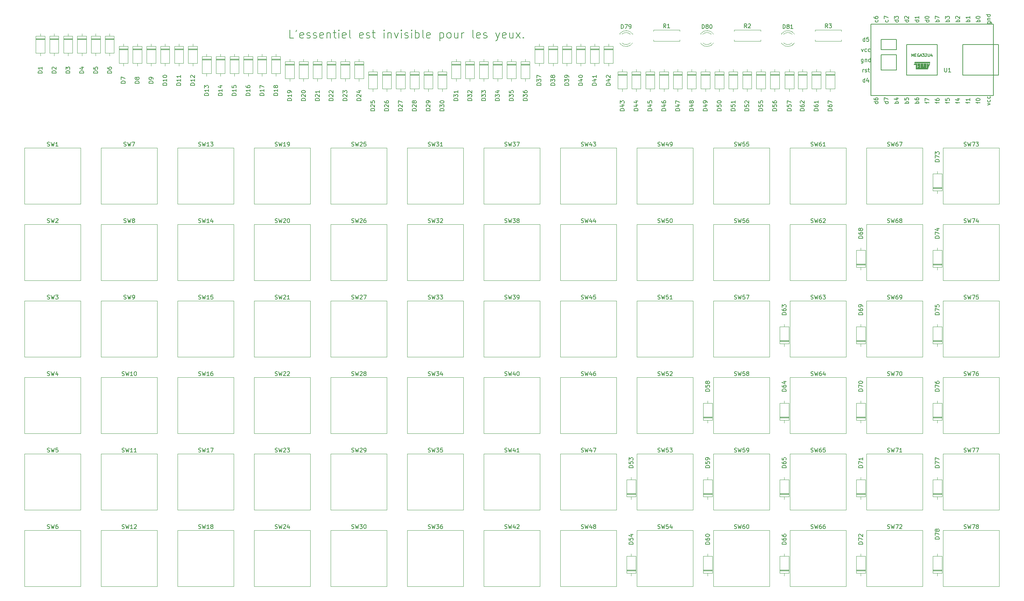
<source format=gbr>
%TF.GenerationSoftware,KiCad,Pcbnew,5.1.8-5.1.8*%
%TF.CreationDate,2020-11-21T17:42:12+00:00*%
%TF.ProjectId,m78,6d37382e-6b69-4636-9164-5f7063625858,rev?*%
%TF.SameCoordinates,Original*%
%TF.FileFunction,Legend,Top*%
%TF.FilePolarity,Positive*%
%FSLAX46Y46*%
G04 Gerber Fmt 4.6, Leading zero omitted, Abs format (unit mm)*
G04 Created by KiCad (PCBNEW 5.1.8-5.1.8) date 2020-11-21 17:42:12*
%MOMM*%
%LPD*%
G01*
G04 APERTURE LIST*
%ADD10C,0.150000*%
%ADD11C,0.120000*%
%ADD12C,0.100000*%
G04 APERTURE END LIST*
D10*
X87934761Y-18984761D02*
X86982380Y-18984761D01*
X86982380Y-16984761D01*
X88696666Y-16984761D02*
X88506190Y-17365714D01*
X90315714Y-18889523D02*
X90125238Y-18984761D01*
X89744285Y-18984761D01*
X89553809Y-18889523D01*
X89458571Y-18699047D01*
X89458571Y-17937142D01*
X89553809Y-17746666D01*
X89744285Y-17651428D01*
X90125238Y-17651428D01*
X90315714Y-17746666D01*
X90410952Y-17937142D01*
X90410952Y-18127619D01*
X89458571Y-18318095D01*
X91172857Y-18889523D02*
X91363333Y-18984761D01*
X91744285Y-18984761D01*
X91934761Y-18889523D01*
X92029999Y-18699047D01*
X92029999Y-18603809D01*
X91934761Y-18413333D01*
X91744285Y-18318095D01*
X91458571Y-18318095D01*
X91268095Y-18222857D01*
X91172857Y-18032380D01*
X91172857Y-17937142D01*
X91268095Y-17746666D01*
X91458571Y-17651428D01*
X91744285Y-17651428D01*
X91934761Y-17746666D01*
X92791904Y-18889523D02*
X92982380Y-18984761D01*
X93363333Y-18984761D01*
X93553809Y-18889523D01*
X93649047Y-18699047D01*
X93649047Y-18603809D01*
X93553809Y-18413333D01*
X93363333Y-18318095D01*
X93077619Y-18318095D01*
X92887142Y-18222857D01*
X92791904Y-18032380D01*
X92791904Y-17937142D01*
X92887142Y-17746666D01*
X93077619Y-17651428D01*
X93363333Y-17651428D01*
X93553809Y-17746666D01*
X95268095Y-18889523D02*
X95077619Y-18984761D01*
X94696666Y-18984761D01*
X94506190Y-18889523D01*
X94410952Y-18699047D01*
X94410952Y-17937142D01*
X94506190Y-17746666D01*
X94696666Y-17651428D01*
X95077619Y-17651428D01*
X95268095Y-17746666D01*
X95363333Y-17937142D01*
X95363333Y-18127619D01*
X94410952Y-18318095D01*
X96220476Y-17651428D02*
X96220476Y-18984761D01*
X96220476Y-17841904D02*
X96315714Y-17746666D01*
X96506190Y-17651428D01*
X96791904Y-17651428D01*
X96982380Y-17746666D01*
X97077619Y-17937142D01*
X97077619Y-18984761D01*
X97744285Y-17651428D02*
X98506190Y-17651428D01*
X98029999Y-16984761D02*
X98029999Y-18699047D01*
X98125238Y-18889523D01*
X98315714Y-18984761D01*
X98506190Y-18984761D01*
X99172857Y-18984761D02*
X99172857Y-17651428D01*
X99172857Y-16984761D02*
X99077619Y-17080000D01*
X99172857Y-17175238D01*
X99268095Y-17080000D01*
X99172857Y-16984761D01*
X99172857Y-17175238D01*
X100887142Y-18889523D02*
X100696666Y-18984761D01*
X100315714Y-18984761D01*
X100125238Y-18889523D01*
X100029999Y-18699047D01*
X100029999Y-17937142D01*
X100125238Y-17746666D01*
X100315714Y-17651428D01*
X100696666Y-17651428D01*
X100887142Y-17746666D01*
X100982380Y-17937142D01*
X100982380Y-18127619D01*
X100029999Y-18318095D01*
X102125238Y-18984761D02*
X101934761Y-18889523D01*
X101839523Y-18699047D01*
X101839523Y-16984761D01*
X105172857Y-18889523D02*
X104982380Y-18984761D01*
X104601428Y-18984761D01*
X104410952Y-18889523D01*
X104315714Y-18699047D01*
X104315714Y-17937142D01*
X104410952Y-17746666D01*
X104601428Y-17651428D01*
X104982380Y-17651428D01*
X105172857Y-17746666D01*
X105268095Y-17937142D01*
X105268095Y-18127619D01*
X104315714Y-18318095D01*
X106029999Y-18889523D02*
X106220476Y-18984761D01*
X106601428Y-18984761D01*
X106791904Y-18889523D01*
X106887142Y-18699047D01*
X106887142Y-18603809D01*
X106791904Y-18413333D01*
X106601428Y-18318095D01*
X106315714Y-18318095D01*
X106125238Y-18222857D01*
X106029999Y-18032380D01*
X106029999Y-17937142D01*
X106125238Y-17746666D01*
X106315714Y-17651428D01*
X106601428Y-17651428D01*
X106791904Y-17746666D01*
X107458571Y-17651428D02*
X108220476Y-17651428D01*
X107744285Y-16984761D02*
X107744285Y-18699047D01*
X107839523Y-18889523D01*
X108029999Y-18984761D01*
X108220476Y-18984761D01*
X110410952Y-18984761D02*
X110410952Y-17651428D01*
X110410952Y-16984761D02*
X110315714Y-17080000D01*
X110410952Y-17175238D01*
X110506190Y-17080000D01*
X110410952Y-16984761D01*
X110410952Y-17175238D01*
X111363333Y-17651428D02*
X111363333Y-18984761D01*
X111363333Y-17841904D02*
X111458571Y-17746666D01*
X111649047Y-17651428D01*
X111934761Y-17651428D01*
X112125238Y-17746666D01*
X112220476Y-17937142D01*
X112220476Y-18984761D01*
X112982380Y-17651428D02*
X113458571Y-18984761D01*
X113934761Y-17651428D01*
X114696666Y-18984761D02*
X114696666Y-17651428D01*
X114696666Y-16984761D02*
X114601428Y-17080000D01*
X114696666Y-17175238D01*
X114791904Y-17080000D01*
X114696666Y-16984761D01*
X114696666Y-17175238D01*
X115553809Y-18889523D02*
X115744285Y-18984761D01*
X116125238Y-18984761D01*
X116315714Y-18889523D01*
X116410952Y-18699047D01*
X116410952Y-18603809D01*
X116315714Y-18413333D01*
X116125238Y-18318095D01*
X115839523Y-18318095D01*
X115649047Y-18222857D01*
X115553809Y-18032380D01*
X115553809Y-17937142D01*
X115649047Y-17746666D01*
X115839523Y-17651428D01*
X116125238Y-17651428D01*
X116315714Y-17746666D01*
X117268095Y-18984761D02*
X117268095Y-17651428D01*
X117268095Y-16984761D02*
X117172857Y-17080000D01*
X117268095Y-17175238D01*
X117363333Y-17080000D01*
X117268095Y-16984761D01*
X117268095Y-17175238D01*
X118220476Y-18984761D02*
X118220476Y-16984761D01*
X118220476Y-17746666D02*
X118410952Y-17651428D01*
X118791904Y-17651428D01*
X118982380Y-17746666D01*
X119077619Y-17841904D01*
X119172857Y-18032380D01*
X119172857Y-18603809D01*
X119077619Y-18794285D01*
X118982380Y-18889523D01*
X118791904Y-18984761D01*
X118410952Y-18984761D01*
X118220476Y-18889523D01*
X120315714Y-18984761D02*
X120125238Y-18889523D01*
X120029999Y-18699047D01*
X120029999Y-16984761D01*
X121839523Y-18889523D02*
X121649047Y-18984761D01*
X121268095Y-18984761D01*
X121077619Y-18889523D01*
X120982380Y-18699047D01*
X120982380Y-17937142D01*
X121077619Y-17746666D01*
X121268095Y-17651428D01*
X121649047Y-17651428D01*
X121839523Y-17746666D01*
X121934761Y-17937142D01*
X121934761Y-18127619D01*
X120982380Y-18318095D01*
X124315714Y-17651428D02*
X124315714Y-19651428D01*
X124315714Y-17746666D02*
X124506190Y-17651428D01*
X124887142Y-17651428D01*
X125077619Y-17746666D01*
X125172857Y-17841904D01*
X125268095Y-18032380D01*
X125268095Y-18603809D01*
X125172857Y-18794285D01*
X125077619Y-18889523D01*
X124887142Y-18984761D01*
X124506190Y-18984761D01*
X124315714Y-18889523D01*
X126410952Y-18984761D02*
X126220476Y-18889523D01*
X126125238Y-18794285D01*
X126029999Y-18603809D01*
X126029999Y-18032380D01*
X126125238Y-17841904D01*
X126220476Y-17746666D01*
X126410952Y-17651428D01*
X126696666Y-17651428D01*
X126887142Y-17746666D01*
X126982380Y-17841904D01*
X127077619Y-18032380D01*
X127077619Y-18603809D01*
X126982380Y-18794285D01*
X126887142Y-18889523D01*
X126696666Y-18984761D01*
X126410952Y-18984761D01*
X128791904Y-17651428D02*
X128791904Y-18984761D01*
X127934761Y-17651428D02*
X127934761Y-18699047D01*
X128029999Y-18889523D01*
X128220476Y-18984761D01*
X128506190Y-18984761D01*
X128696666Y-18889523D01*
X128791904Y-18794285D01*
X129744285Y-18984761D02*
X129744285Y-17651428D01*
X129744285Y-18032380D02*
X129839523Y-17841904D01*
X129934761Y-17746666D01*
X130125238Y-17651428D01*
X130315714Y-17651428D01*
X132791904Y-18984761D02*
X132601428Y-18889523D01*
X132506190Y-18699047D01*
X132506190Y-16984761D01*
X134315714Y-18889523D02*
X134125238Y-18984761D01*
X133744285Y-18984761D01*
X133553809Y-18889523D01*
X133458571Y-18699047D01*
X133458571Y-17937142D01*
X133553809Y-17746666D01*
X133744285Y-17651428D01*
X134125238Y-17651428D01*
X134315714Y-17746666D01*
X134410952Y-17937142D01*
X134410952Y-18127619D01*
X133458571Y-18318095D01*
X135172857Y-18889523D02*
X135363333Y-18984761D01*
X135744285Y-18984761D01*
X135934761Y-18889523D01*
X136029999Y-18699047D01*
X136029999Y-18603809D01*
X135934761Y-18413333D01*
X135744285Y-18318095D01*
X135458571Y-18318095D01*
X135268095Y-18222857D01*
X135172857Y-18032380D01*
X135172857Y-17937142D01*
X135268095Y-17746666D01*
X135458571Y-17651428D01*
X135744285Y-17651428D01*
X135934761Y-17746666D01*
X138220476Y-17651428D02*
X138696666Y-18984761D01*
X139172857Y-17651428D02*
X138696666Y-18984761D01*
X138506190Y-19460952D01*
X138410952Y-19556190D01*
X138220476Y-19651428D01*
X140696666Y-18889523D02*
X140506190Y-18984761D01*
X140125238Y-18984761D01*
X139934761Y-18889523D01*
X139839523Y-18699047D01*
X139839523Y-17937142D01*
X139934761Y-17746666D01*
X140125238Y-17651428D01*
X140506190Y-17651428D01*
X140696666Y-17746666D01*
X140791904Y-17937142D01*
X140791904Y-18127619D01*
X139839523Y-18318095D01*
X142506190Y-17651428D02*
X142506190Y-18984761D01*
X141649047Y-17651428D02*
X141649047Y-18699047D01*
X141744285Y-18889523D01*
X141934761Y-18984761D01*
X142220476Y-18984761D01*
X142410952Y-18889523D01*
X142506190Y-18794285D01*
X143268095Y-18984761D02*
X144315714Y-17651428D01*
X143268095Y-17651428D02*
X144315714Y-18984761D01*
X145077619Y-18794285D02*
X145172857Y-18889523D01*
X145077619Y-18984761D01*
X144982380Y-18889523D01*
X145077619Y-18794285D01*
X145077619Y-18984761D01*
D11*
%TO.C,D1*%
X25981800Y-19100000D02*
X23741800Y-19100000D01*
X25981800Y-19340000D02*
X23741800Y-19340000D01*
X25981800Y-19220000D02*
X23741800Y-19220000D01*
X24861800Y-23390000D02*
X24861800Y-22740000D01*
X24861800Y-17850000D02*
X24861800Y-18500000D01*
X25981800Y-22740000D02*
X25981800Y-18500000D01*
X23741800Y-22740000D02*
X25981800Y-22740000D01*
X23741800Y-18500000D02*
X23741800Y-22740000D01*
X25981800Y-18500000D02*
X23741800Y-18500000D01*
%TO.C,D72*%
X227940000Y-151680000D02*
X230180000Y-151680000D01*
X227940000Y-151440000D02*
X230180000Y-151440000D01*
X227940000Y-151560000D02*
X230180000Y-151560000D01*
X229060000Y-147390000D02*
X229060000Y-148040000D01*
X229060000Y-152930000D02*
X229060000Y-152280000D01*
X227940000Y-148040000D02*
X227940000Y-152280000D01*
X230180000Y-148040000D02*
X227940000Y-148040000D01*
X230180000Y-152280000D02*
X230180000Y-148040000D01*
X227940000Y-152280000D02*
X230180000Y-152280000D01*
%TO.C,D66*%
X208890000Y-151680000D02*
X211130000Y-151680000D01*
X208890000Y-151440000D02*
X211130000Y-151440000D01*
X208890000Y-151560000D02*
X211130000Y-151560000D01*
X210010000Y-147390000D02*
X210010000Y-148040000D01*
X210010000Y-152930000D02*
X210010000Y-152280000D01*
X208890000Y-148040000D02*
X208890000Y-152280000D01*
X211130000Y-148040000D02*
X208890000Y-148040000D01*
X211130000Y-152280000D02*
X211130000Y-148040000D01*
X208890000Y-152280000D02*
X211130000Y-152280000D01*
%TO.C,D60*%
X189840000Y-151680000D02*
X192080000Y-151680000D01*
X189840000Y-151440000D02*
X192080000Y-151440000D01*
X189840000Y-151560000D02*
X192080000Y-151560000D01*
X190960000Y-147390000D02*
X190960000Y-148040000D01*
X190960000Y-152930000D02*
X190960000Y-152280000D01*
X189840000Y-148040000D02*
X189840000Y-152280000D01*
X192080000Y-148040000D02*
X189840000Y-148040000D01*
X192080000Y-152280000D02*
X192080000Y-148040000D01*
X189840000Y-152280000D02*
X192080000Y-152280000D01*
%TO.C,D54*%
X170790000Y-151680000D02*
X173030000Y-151680000D01*
X170790000Y-151440000D02*
X173030000Y-151440000D01*
X170790000Y-151560000D02*
X173030000Y-151560000D01*
X171910000Y-147390000D02*
X171910000Y-148040000D01*
X171910000Y-152930000D02*
X171910000Y-152280000D01*
X170790000Y-148040000D02*
X170790000Y-152280000D01*
X173030000Y-148040000D02*
X170790000Y-148040000D01*
X173030000Y-152280000D02*
X173030000Y-148040000D01*
X170790000Y-152280000D02*
X173030000Y-152280000D01*
%TO.C,D48*%
X188073000Y-27990000D02*
X185833000Y-27990000D01*
X188073000Y-28230000D02*
X185833000Y-28230000D01*
X188073000Y-28110000D02*
X185833000Y-28110000D01*
X186953000Y-32280000D02*
X186953000Y-31630000D01*
X186953000Y-26740000D02*
X186953000Y-27390000D01*
X188073000Y-31630000D02*
X188073000Y-27390000D01*
X185833000Y-31630000D02*
X188073000Y-31630000D01*
X185833000Y-27390000D02*
X185833000Y-31630000D01*
X188073000Y-27390000D02*
X185833000Y-27390000D01*
%TO.C,D42*%
X167380000Y-21640000D02*
X165140000Y-21640000D01*
X167380000Y-21880000D02*
X165140000Y-21880000D01*
X167380000Y-21760000D02*
X165140000Y-21760000D01*
X166260000Y-25930000D02*
X166260000Y-25280000D01*
X166260000Y-20390000D02*
X166260000Y-21040000D01*
X167380000Y-25280000D02*
X167380000Y-21040000D01*
X165140000Y-25280000D02*
X167380000Y-25280000D01*
X165140000Y-21040000D02*
X165140000Y-25280000D01*
X167380000Y-21040000D02*
X165140000Y-21040000D01*
%TO.C,D36*%
X146688000Y-25450000D02*
X144448000Y-25450000D01*
X146688000Y-25690000D02*
X144448000Y-25690000D01*
X146688000Y-25570000D02*
X144448000Y-25570000D01*
X145568000Y-29740000D02*
X145568000Y-29090000D01*
X145568000Y-24200000D02*
X145568000Y-24850000D01*
X146688000Y-29090000D02*
X146688000Y-24850000D01*
X144448000Y-29090000D02*
X146688000Y-29090000D01*
X144448000Y-24850000D02*
X144448000Y-29090000D01*
X146688000Y-24850000D02*
X144448000Y-24850000D01*
%TO.C,D30*%
X125995000Y-27990000D02*
X123755000Y-27990000D01*
X125995000Y-28230000D02*
X123755000Y-28230000D01*
X125995000Y-28110000D02*
X123755000Y-28110000D01*
X124875000Y-32280000D02*
X124875000Y-31630000D01*
X124875000Y-26740000D02*
X124875000Y-27390000D01*
X125995000Y-31630000D02*
X125995000Y-27390000D01*
X123755000Y-31630000D02*
X125995000Y-31630000D01*
X123755000Y-27390000D02*
X123755000Y-31630000D01*
X125995000Y-27390000D02*
X123755000Y-27390000D01*
%TO.C,D24*%
X105303000Y-25450000D02*
X103063000Y-25450000D01*
X105303000Y-25690000D02*
X103063000Y-25690000D01*
X105303000Y-25570000D02*
X103063000Y-25570000D01*
X104183000Y-29740000D02*
X104183000Y-29090000D01*
X104183000Y-24200000D02*
X104183000Y-24850000D01*
X105303000Y-29090000D02*
X105303000Y-24850000D01*
X103063000Y-29090000D02*
X105303000Y-29090000D01*
X103063000Y-24850000D02*
X103063000Y-29090000D01*
X105303000Y-24850000D02*
X103063000Y-24850000D01*
%TO.C,D18*%
X84610400Y-24180000D02*
X82370400Y-24180000D01*
X84610400Y-24420000D02*
X82370400Y-24420000D01*
X84610400Y-24300000D02*
X82370400Y-24300000D01*
X83490400Y-28470000D02*
X83490400Y-27820000D01*
X83490400Y-22930000D02*
X83490400Y-23580000D01*
X84610400Y-27820000D02*
X84610400Y-23580000D01*
X82370400Y-27820000D02*
X84610400Y-27820000D01*
X82370400Y-23580000D02*
X82370400Y-27820000D01*
X84610400Y-23580000D02*
X82370400Y-23580000D01*
%TO.C,D12*%
X63917900Y-21640000D02*
X61677900Y-21640000D01*
X63917900Y-21880000D02*
X61677900Y-21880000D01*
X63917900Y-21760000D02*
X61677900Y-21760000D01*
X62797900Y-25930000D02*
X62797900Y-25280000D01*
X62797900Y-20390000D02*
X62797900Y-21040000D01*
X63917900Y-25280000D02*
X63917900Y-21040000D01*
X61677900Y-25280000D02*
X63917900Y-25280000D01*
X61677900Y-21040000D02*
X61677900Y-25280000D01*
X63917900Y-21040000D02*
X61677900Y-21040000D01*
%TO.C,D6*%
X43225500Y-19100000D02*
X40985500Y-19100000D01*
X43225500Y-19340000D02*
X40985500Y-19340000D01*
X43225500Y-19220000D02*
X40985500Y-19220000D01*
X42105500Y-23390000D02*
X42105500Y-22740000D01*
X42105500Y-17850000D02*
X42105500Y-18500000D01*
X43225500Y-22740000D02*
X43225500Y-18500000D01*
X40985500Y-22740000D02*
X43225500Y-22740000D01*
X40985500Y-18500000D02*
X40985500Y-22740000D01*
X43225500Y-18500000D02*
X40985500Y-18500000D01*
%TO.C,D67*%
X222560000Y-27990000D02*
X220320000Y-27990000D01*
X222560000Y-28230000D02*
X220320000Y-28230000D01*
X222560000Y-28110000D02*
X220320000Y-28110000D01*
X221440000Y-32280000D02*
X221440000Y-31630000D01*
X221440000Y-26740000D02*
X221440000Y-27390000D01*
X222560000Y-31630000D02*
X222560000Y-27390000D01*
X220320000Y-31630000D02*
X222560000Y-31630000D01*
X220320000Y-27390000D02*
X220320000Y-31630000D01*
X222560000Y-27390000D02*
X220320000Y-27390000D01*
%TO.C,D77*%
X246990000Y-132630000D02*
X249230000Y-132630000D01*
X246990000Y-132390000D02*
X249230000Y-132390000D01*
X246990000Y-132510000D02*
X249230000Y-132510000D01*
X248110000Y-128340000D02*
X248110000Y-128990000D01*
X248110000Y-133880000D02*
X248110000Y-133230000D01*
X246990000Y-128990000D02*
X246990000Y-133230000D01*
X249230000Y-128990000D02*
X246990000Y-128990000D01*
X249230000Y-133230000D02*
X249230000Y-128990000D01*
X246990000Y-133230000D02*
X249230000Y-133230000D01*
%TO.C,D76*%
X246990000Y-113580000D02*
X249230000Y-113580000D01*
X246990000Y-113340000D02*
X249230000Y-113340000D01*
X246990000Y-113460000D02*
X249230000Y-113460000D01*
X248110000Y-109290000D02*
X248110000Y-109940000D01*
X248110000Y-114830000D02*
X248110000Y-114180000D01*
X246990000Y-109940000D02*
X246990000Y-114180000D01*
X249230000Y-109940000D02*
X246990000Y-109940000D01*
X249230000Y-114180000D02*
X249230000Y-109940000D01*
X246990000Y-114180000D02*
X249230000Y-114180000D01*
%TO.C,D75*%
X246990000Y-94530000D02*
X249230000Y-94530000D01*
X246990000Y-94290000D02*
X249230000Y-94290000D01*
X246990000Y-94410000D02*
X249230000Y-94410000D01*
X248110000Y-90240000D02*
X248110000Y-90890000D01*
X248110000Y-95780000D02*
X248110000Y-95130000D01*
X246990000Y-90890000D02*
X246990000Y-95130000D01*
X249230000Y-90890000D02*
X246990000Y-90890000D01*
X249230000Y-95130000D02*
X249230000Y-90890000D01*
X246990000Y-95130000D02*
X249230000Y-95130000D01*
%TO.C,D74*%
X246990000Y-75480000D02*
X249230000Y-75480000D01*
X246990000Y-75240000D02*
X249230000Y-75240000D01*
X246990000Y-75360000D02*
X249230000Y-75360000D01*
X248110000Y-71190000D02*
X248110000Y-71840000D01*
X248110000Y-76730000D02*
X248110000Y-76080000D01*
X246990000Y-71840000D02*
X246990000Y-76080000D01*
X249230000Y-71840000D02*
X246990000Y-71840000D01*
X249230000Y-76080000D02*
X249230000Y-71840000D01*
X246990000Y-76080000D02*
X249230000Y-76080000D01*
%TO.C,D73*%
X246990000Y-56430000D02*
X249230000Y-56430000D01*
X246990000Y-56190000D02*
X249230000Y-56190000D01*
X246990000Y-56310000D02*
X249230000Y-56310000D01*
X248110000Y-52140000D02*
X248110000Y-52790000D01*
X248110000Y-57680000D02*
X248110000Y-57030000D01*
X246990000Y-52790000D02*
X246990000Y-57030000D01*
X249230000Y-52790000D02*
X246990000Y-52790000D01*
X249230000Y-57030000D02*
X249230000Y-52790000D01*
X246990000Y-57030000D02*
X249230000Y-57030000D01*
%TO.C,D71*%
X227940000Y-132630000D02*
X230180000Y-132630000D01*
X227940000Y-132390000D02*
X230180000Y-132390000D01*
X227940000Y-132510000D02*
X230180000Y-132510000D01*
X229060000Y-128340000D02*
X229060000Y-128990000D01*
X229060000Y-133880000D02*
X229060000Y-133230000D01*
X227940000Y-128990000D02*
X227940000Y-133230000D01*
X230180000Y-128990000D02*
X227940000Y-128990000D01*
X230180000Y-133230000D02*
X230180000Y-128990000D01*
X227940000Y-133230000D02*
X230180000Y-133230000D01*
%TO.C,D70*%
X227940000Y-113580000D02*
X230180000Y-113580000D01*
X227940000Y-113340000D02*
X230180000Y-113340000D01*
X227940000Y-113460000D02*
X230180000Y-113460000D01*
X229060000Y-109290000D02*
X229060000Y-109940000D01*
X229060000Y-114830000D02*
X229060000Y-114180000D01*
X227940000Y-109940000D02*
X227940000Y-114180000D01*
X230180000Y-109940000D02*
X227940000Y-109940000D01*
X230180000Y-114180000D02*
X230180000Y-109940000D01*
X227940000Y-114180000D02*
X230180000Y-114180000D01*
%TO.C,D69*%
X227940000Y-94530000D02*
X230180000Y-94530000D01*
X227940000Y-94290000D02*
X230180000Y-94290000D01*
X227940000Y-94410000D02*
X230180000Y-94410000D01*
X229060000Y-90240000D02*
X229060000Y-90890000D01*
X229060000Y-95780000D02*
X229060000Y-95130000D01*
X227940000Y-90890000D02*
X227940000Y-95130000D01*
X230180000Y-90890000D02*
X227940000Y-90890000D01*
X230180000Y-95130000D02*
X230180000Y-90890000D01*
X227940000Y-95130000D02*
X230180000Y-95130000D01*
%TO.C,D68*%
X227940000Y-75480000D02*
X230180000Y-75480000D01*
X227940000Y-75240000D02*
X230180000Y-75240000D01*
X227940000Y-75360000D02*
X230180000Y-75360000D01*
X229060000Y-71190000D02*
X229060000Y-71840000D01*
X229060000Y-76730000D02*
X229060000Y-76080000D01*
X227940000Y-71840000D02*
X227940000Y-76080000D01*
X230180000Y-71840000D02*
X227940000Y-71840000D01*
X230180000Y-76080000D02*
X230180000Y-71840000D01*
X227940000Y-76080000D02*
X230180000Y-76080000D01*
%TO.C,D65*%
X208890000Y-132630000D02*
X211130000Y-132630000D01*
X208890000Y-132390000D02*
X211130000Y-132390000D01*
X208890000Y-132510000D02*
X211130000Y-132510000D01*
X210010000Y-128340000D02*
X210010000Y-128990000D01*
X210010000Y-133880000D02*
X210010000Y-133230000D01*
X208890000Y-128990000D02*
X208890000Y-133230000D01*
X211130000Y-128990000D02*
X208890000Y-128990000D01*
X211130000Y-133230000D02*
X211130000Y-128990000D01*
X208890000Y-133230000D02*
X211130000Y-133230000D01*
%TO.C,D64*%
X208890000Y-113580000D02*
X211130000Y-113580000D01*
X208890000Y-113340000D02*
X211130000Y-113340000D01*
X208890000Y-113460000D02*
X211130000Y-113460000D01*
X210010000Y-109290000D02*
X210010000Y-109940000D01*
X210010000Y-114830000D02*
X210010000Y-114180000D01*
X208890000Y-109940000D02*
X208890000Y-114180000D01*
X211130000Y-109940000D02*
X208890000Y-109940000D01*
X211130000Y-114180000D02*
X211130000Y-109940000D01*
X208890000Y-114180000D02*
X211130000Y-114180000D01*
%TO.C,D63*%
X208890000Y-94530000D02*
X211130000Y-94530000D01*
X208890000Y-94290000D02*
X211130000Y-94290000D01*
X208890000Y-94410000D02*
X211130000Y-94410000D01*
X210010000Y-90240000D02*
X210010000Y-90890000D01*
X210010000Y-95780000D02*
X210010000Y-95130000D01*
X208890000Y-90890000D02*
X208890000Y-95130000D01*
X211130000Y-90890000D02*
X208890000Y-90890000D01*
X211130000Y-95130000D02*
X211130000Y-90890000D01*
X208890000Y-95130000D02*
X211130000Y-95130000D01*
%TO.C,D62*%
X215662000Y-27990000D02*
X213422000Y-27990000D01*
X215662000Y-28230000D02*
X213422000Y-28230000D01*
X215662000Y-28110000D02*
X213422000Y-28110000D01*
X214542000Y-32280000D02*
X214542000Y-31630000D01*
X214542000Y-26740000D02*
X214542000Y-27390000D01*
X215662000Y-31630000D02*
X215662000Y-27390000D01*
X213422000Y-31630000D02*
X215662000Y-31630000D01*
X213422000Y-27390000D02*
X213422000Y-31630000D01*
X215662000Y-27390000D02*
X213422000Y-27390000D01*
%TO.C,D61*%
X219111000Y-27990000D02*
X216871000Y-27990000D01*
X219111000Y-28230000D02*
X216871000Y-28230000D01*
X219111000Y-28110000D02*
X216871000Y-28110000D01*
X217991000Y-32280000D02*
X217991000Y-31630000D01*
X217991000Y-26740000D02*
X217991000Y-27390000D01*
X219111000Y-31630000D02*
X219111000Y-27390000D01*
X216871000Y-31630000D02*
X219111000Y-31630000D01*
X216871000Y-27390000D02*
X216871000Y-31630000D01*
X219111000Y-27390000D02*
X216871000Y-27390000D01*
%TO.C,D59*%
X189840000Y-132630000D02*
X192080000Y-132630000D01*
X189840000Y-132390000D02*
X192080000Y-132390000D01*
X189840000Y-132510000D02*
X192080000Y-132510000D01*
X190960000Y-128340000D02*
X190960000Y-128990000D01*
X190960000Y-133880000D02*
X190960000Y-133230000D01*
X189840000Y-128990000D02*
X189840000Y-133230000D01*
X192080000Y-128990000D02*
X189840000Y-128990000D01*
X192080000Y-133230000D02*
X192080000Y-128990000D01*
X189840000Y-133230000D02*
X192080000Y-133230000D01*
%TO.C,D58*%
X189840000Y-113580000D02*
X192080000Y-113580000D01*
X189840000Y-113340000D02*
X192080000Y-113340000D01*
X189840000Y-113460000D02*
X192080000Y-113460000D01*
X190960000Y-109290000D02*
X190960000Y-109940000D01*
X190960000Y-114830000D02*
X190960000Y-114180000D01*
X189840000Y-109940000D02*
X189840000Y-114180000D01*
X192080000Y-109940000D02*
X189840000Y-109940000D01*
X192080000Y-114180000D02*
X192080000Y-109940000D01*
X189840000Y-114180000D02*
X192080000Y-114180000D01*
%TO.C,D57*%
X212400000Y-27990000D02*
X210160000Y-27990000D01*
X212400000Y-28230000D02*
X210160000Y-28230000D01*
X212400000Y-28110000D02*
X210160000Y-28110000D01*
X211280000Y-32280000D02*
X211280000Y-31630000D01*
X211280000Y-26740000D02*
X211280000Y-27390000D01*
X212400000Y-31630000D02*
X212400000Y-27390000D01*
X210160000Y-31630000D02*
X212400000Y-31630000D01*
X210160000Y-27390000D02*
X210160000Y-31630000D01*
X212400000Y-27390000D02*
X210160000Y-27390000D01*
%TO.C,D56*%
X208765000Y-27990000D02*
X206525000Y-27990000D01*
X208765000Y-28230000D02*
X206525000Y-28230000D01*
X208765000Y-28110000D02*
X206525000Y-28110000D01*
X207645000Y-32280000D02*
X207645000Y-31630000D01*
X207645000Y-26740000D02*
X207645000Y-27390000D01*
X208765000Y-31630000D02*
X208765000Y-27390000D01*
X206525000Y-31630000D02*
X208765000Y-31630000D01*
X206525000Y-27390000D02*
X206525000Y-31630000D01*
X208765000Y-27390000D02*
X206525000Y-27390000D01*
%TO.C,D55*%
X205316000Y-27990000D02*
X203076000Y-27990000D01*
X205316000Y-28230000D02*
X203076000Y-28230000D01*
X205316000Y-28110000D02*
X203076000Y-28110000D01*
X204196000Y-32280000D02*
X204196000Y-31630000D01*
X204196000Y-26740000D02*
X204196000Y-27390000D01*
X205316000Y-31630000D02*
X205316000Y-27390000D01*
X203076000Y-31630000D02*
X205316000Y-31630000D01*
X203076000Y-27390000D02*
X203076000Y-31630000D01*
X205316000Y-27390000D02*
X203076000Y-27390000D01*
%TO.C,D53*%
X170790000Y-132630000D02*
X173030000Y-132630000D01*
X170790000Y-132390000D02*
X173030000Y-132390000D01*
X170790000Y-132510000D02*
X173030000Y-132510000D01*
X171910000Y-128340000D02*
X171910000Y-128990000D01*
X171910000Y-133880000D02*
X171910000Y-133230000D01*
X170790000Y-128990000D02*
X170790000Y-133230000D01*
X173030000Y-128990000D02*
X170790000Y-128990000D01*
X173030000Y-133230000D02*
X173030000Y-128990000D01*
X170790000Y-133230000D02*
X173030000Y-133230000D01*
%TO.C,D52*%
X201868000Y-27990000D02*
X199628000Y-27990000D01*
X201868000Y-28230000D02*
X199628000Y-28230000D01*
X201868000Y-28110000D02*
X199628000Y-28110000D01*
X200748000Y-32280000D02*
X200748000Y-31630000D01*
X200748000Y-26740000D02*
X200748000Y-27390000D01*
X201868000Y-31630000D02*
X201868000Y-27390000D01*
X199628000Y-31630000D02*
X201868000Y-31630000D01*
X199628000Y-27390000D02*
X199628000Y-31630000D01*
X201868000Y-27390000D02*
X199628000Y-27390000D01*
%TO.C,D51*%
X198419000Y-27990000D02*
X196179000Y-27990000D01*
X198419000Y-28230000D02*
X196179000Y-28230000D01*
X198419000Y-28110000D02*
X196179000Y-28110000D01*
X197299000Y-32280000D02*
X197299000Y-31630000D01*
X197299000Y-26740000D02*
X197299000Y-27390000D01*
X198419000Y-31630000D02*
X198419000Y-27390000D01*
X196179000Y-31630000D02*
X198419000Y-31630000D01*
X196179000Y-27390000D02*
X196179000Y-31630000D01*
X198419000Y-27390000D02*
X196179000Y-27390000D01*
%TO.C,D50*%
X194970000Y-27990000D02*
X192730000Y-27990000D01*
X194970000Y-28230000D02*
X192730000Y-28230000D01*
X194970000Y-28110000D02*
X192730000Y-28110000D01*
X193850000Y-32280000D02*
X193850000Y-31630000D01*
X193850000Y-26740000D02*
X193850000Y-27390000D01*
X194970000Y-31630000D02*
X194970000Y-27390000D01*
X192730000Y-31630000D02*
X194970000Y-31630000D01*
X192730000Y-27390000D02*
X192730000Y-31630000D01*
X194970000Y-27390000D02*
X192730000Y-27390000D01*
%TO.C,D49*%
X191521000Y-27990000D02*
X189281000Y-27990000D01*
X191521000Y-28230000D02*
X189281000Y-28230000D01*
X191521000Y-28110000D02*
X189281000Y-28110000D01*
X190401000Y-32280000D02*
X190401000Y-31630000D01*
X190401000Y-26740000D02*
X190401000Y-27390000D01*
X191521000Y-31630000D02*
X191521000Y-27390000D01*
X189281000Y-31630000D02*
X191521000Y-31630000D01*
X189281000Y-27390000D02*
X189281000Y-31630000D01*
X191521000Y-27390000D02*
X189281000Y-27390000D01*
%TO.C,D47*%
X184624000Y-27990000D02*
X182384000Y-27990000D01*
X184624000Y-28230000D02*
X182384000Y-28230000D01*
X184624000Y-28110000D02*
X182384000Y-28110000D01*
X183504000Y-32280000D02*
X183504000Y-31630000D01*
X183504000Y-26740000D02*
X183504000Y-27390000D01*
X184624000Y-31630000D02*
X184624000Y-27390000D01*
X182384000Y-31630000D02*
X184624000Y-31630000D01*
X182384000Y-27390000D02*
X182384000Y-31630000D01*
X184624000Y-27390000D02*
X182384000Y-27390000D01*
%TO.C,D46*%
X181175000Y-27990000D02*
X178935000Y-27990000D01*
X181175000Y-28230000D02*
X178935000Y-28230000D01*
X181175000Y-28110000D02*
X178935000Y-28110000D01*
X180055000Y-32280000D02*
X180055000Y-31630000D01*
X180055000Y-26740000D02*
X180055000Y-27390000D01*
X181175000Y-31630000D02*
X181175000Y-27390000D01*
X178935000Y-31630000D02*
X181175000Y-31630000D01*
X178935000Y-27390000D02*
X178935000Y-31630000D01*
X181175000Y-27390000D02*
X178935000Y-27390000D01*
%TO.C,D45*%
X177726000Y-27990000D02*
X175486000Y-27990000D01*
X177726000Y-28230000D02*
X175486000Y-28230000D01*
X177726000Y-28110000D02*
X175486000Y-28110000D01*
X176606000Y-32280000D02*
X176606000Y-31630000D01*
X176606000Y-26740000D02*
X176606000Y-27390000D01*
X177726000Y-31630000D02*
X177726000Y-27390000D01*
X175486000Y-31630000D02*
X177726000Y-31630000D01*
X175486000Y-27390000D02*
X175486000Y-31630000D01*
X177726000Y-27390000D02*
X175486000Y-27390000D01*
%TO.C,D44*%
X174278000Y-27990000D02*
X172038000Y-27990000D01*
X174278000Y-28230000D02*
X172038000Y-28230000D01*
X174278000Y-28110000D02*
X172038000Y-28110000D01*
X173158000Y-32280000D02*
X173158000Y-31630000D01*
X173158000Y-26740000D02*
X173158000Y-27390000D01*
X174278000Y-31630000D02*
X174278000Y-27390000D01*
X172038000Y-31630000D02*
X174278000Y-31630000D01*
X172038000Y-27390000D02*
X172038000Y-31630000D01*
X174278000Y-27390000D02*
X172038000Y-27390000D01*
%TO.C,D43*%
X170829000Y-27990000D02*
X168589000Y-27990000D01*
X170829000Y-28230000D02*
X168589000Y-28230000D01*
X170829000Y-28110000D02*
X168589000Y-28110000D01*
X169709000Y-32280000D02*
X169709000Y-31630000D01*
X169709000Y-26740000D02*
X169709000Y-27390000D01*
X170829000Y-31630000D02*
X170829000Y-27390000D01*
X168589000Y-31630000D02*
X170829000Y-31630000D01*
X168589000Y-27390000D02*
X168589000Y-31630000D01*
X170829000Y-27390000D02*
X168589000Y-27390000D01*
%TO.C,D41*%
X163931000Y-21640000D02*
X161691000Y-21640000D01*
X163931000Y-21880000D02*
X161691000Y-21880000D01*
X163931000Y-21760000D02*
X161691000Y-21760000D01*
X162811000Y-25930000D02*
X162811000Y-25280000D01*
X162811000Y-20390000D02*
X162811000Y-21040000D01*
X163931000Y-25280000D02*
X163931000Y-21040000D01*
X161691000Y-25280000D02*
X163931000Y-25280000D01*
X161691000Y-21040000D02*
X161691000Y-25280000D01*
X163931000Y-21040000D02*
X161691000Y-21040000D01*
%TO.C,D40*%
X160483000Y-21640000D02*
X158243000Y-21640000D01*
X160483000Y-21880000D02*
X158243000Y-21880000D01*
X160483000Y-21760000D02*
X158243000Y-21760000D01*
X159363000Y-25930000D02*
X159363000Y-25280000D01*
X159363000Y-20390000D02*
X159363000Y-21040000D01*
X160483000Y-25280000D02*
X160483000Y-21040000D01*
X158243000Y-25280000D02*
X160483000Y-25280000D01*
X158243000Y-21040000D02*
X158243000Y-25280000D01*
X160483000Y-21040000D02*
X158243000Y-21040000D01*
%TO.C,D39*%
X157034000Y-21640000D02*
X154794000Y-21640000D01*
X157034000Y-21880000D02*
X154794000Y-21880000D01*
X157034000Y-21760000D02*
X154794000Y-21760000D01*
X155914000Y-25930000D02*
X155914000Y-25280000D01*
X155914000Y-20390000D02*
X155914000Y-21040000D01*
X157034000Y-25280000D02*
X157034000Y-21040000D01*
X154794000Y-25280000D02*
X157034000Y-25280000D01*
X154794000Y-21040000D02*
X154794000Y-25280000D01*
X157034000Y-21040000D02*
X154794000Y-21040000D01*
%TO.C,D38*%
X153585000Y-21640000D02*
X151345000Y-21640000D01*
X153585000Y-21880000D02*
X151345000Y-21880000D01*
X153585000Y-21760000D02*
X151345000Y-21760000D01*
X152465000Y-25930000D02*
X152465000Y-25280000D01*
X152465000Y-20390000D02*
X152465000Y-21040000D01*
X153585000Y-25280000D02*
X153585000Y-21040000D01*
X151345000Y-25280000D02*
X153585000Y-25280000D01*
X151345000Y-21040000D02*
X151345000Y-25280000D01*
X153585000Y-21040000D02*
X151345000Y-21040000D01*
%TO.C,D37*%
X150136000Y-21640000D02*
X147896000Y-21640000D01*
X150136000Y-21880000D02*
X147896000Y-21880000D01*
X150136000Y-21760000D02*
X147896000Y-21760000D01*
X149016000Y-25930000D02*
X149016000Y-25280000D01*
X149016000Y-20390000D02*
X149016000Y-21040000D01*
X150136000Y-25280000D02*
X150136000Y-21040000D01*
X147896000Y-25280000D02*
X150136000Y-25280000D01*
X147896000Y-21040000D02*
X147896000Y-25280000D01*
X150136000Y-21040000D02*
X147896000Y-21040000D01*
%TO.C,D35*%
X143239000Y-25450000D02*
X140999000Y-25450000D01*
X143239000Y-25690000D02*
X140999000Y-25690000D01*
X143239000Y-25570000D02*
X140999000Y-25570000D01*
X142119000Y-29740000D02*
X142119000Y-29090000D01*
X142119000Y-24200000D02*
X142119000Y-24850000D01*
X143239000Y-29090000D02*
X143239000Y-24850000D01*
X140999000Y-29090000D02*
X143239000Y-29090000D01*
X140999000Y-24850000D02*
X140999000Y-29090000D01*
X143239000Y-24850000D02*
X140999000Y-24850000D01*
%TO.C,D34*%
X139790000Y-25450000D02*
X137550000Y-25450000D01*
X139790000Y-25690000D02*
X137550000Y-25690000D01*
X139790000Y-25570000D02*
X137550000Y-25570000D01*
X138670000Y-29740000D02*
X138670000Y-29090000D01*
X138670000Y-24200000D02*
X138670000Y-24850000D01*
X139790000Y-29090000D02*
X139790000Y-24850000D01*
X137550000Y-29090000D02*
X139790000Y-29090000D01*
X137550000Y-24850000D02*
X137550000Y-29090000D01*
X139790000Y-24850000D02*
X137550000Y-24850000D01*
%TO.C,D33*%
X136341000Y-25450000D02*
X134101000Y-25450000D01*
X136341000Y-25690000D02*
X134101000Y-25690000D01*
X136341000Y-25570000D02*
X134101000Y-25570000D01*
X135221000Y-29740000D02*
X135221000Y-29090000D01*
X135221000Y-24200000D02*
X135221000Y-24850000D01*
X136341000Y-29090000D02*
X136341000Y-24850000D01*
X134101000Y-29090000D02*
X136341000Y-29090000D01*
X134101000Y-24850000D02*
X134101000Y-29090000D01*
X136341000Y-24850000D02*
X134101000Y-24850000D01*
%TO.C,D32*%
X132893000Y-25450000D02*
X130653000Y-25450000D01*
X132893000Y-25690000D02*
X130653000Y-25690000D01*
X132893000Y-25570000D02*
X130653000Y-25570000D01*
X131773000Y-29740000D02*
X131773000Y-29090000D01*
X131773000Y-24200000D02*
X131773000Y-24850000D01*
X132893000Y-29090000D02*
X132893000Y-24850000D01*
X130653000Y-29090000D02*
X132893000Y-29090000D01*
X130653000Y-24850000D02*
X130653000Y-29090000D01*
X132893000Y-24850000D02*
X130653000Y-24850000D01*
%TO.C,D31*%
X129444000Y-25450000D02*
X127204000Y-25450000D01*
X129444000Y-25690000D02*
X127204000Y-25690000D01*
X129444000Y-25570000D02*
X127204000Y-25570000D01*
X128324000Y-29740000D02*
X128324000Y-29090000D01*
X128324000Y-24200000D02*
X128324000Y-24850000D01*
X129444000Y-29090000D02*
X129444000Y-24850000D01*
X127204000Y-29090000D02*
X129444000Y-29090000D01*
X127204000Y-24850000D02*
X127204000Y-29090000D01*
X129444000Y-24850000D02*
X127204000Y-24850000D01*
%TO.C,D29*%
X122547000Y-27990000D02*
X120307000Y-27990000D01*
X122547000Y-28230000D02*
X120307000Y-28230000D01*
X122547000Y-28110000D02*
X120307000Y-28110000D01*
X121427000Y-32280000D02*
X121427000Y-31630000D01*
X121427000Y-26740000D02*
X121427000Y-27390000D01*
X122547000Y-31630000D02*
X122547000Y-27390000D01*
X120307000Y-31630000D02*
X122547000Y-31630000D01*
X120307000Y-27390000D02*
X120307000Y-31630000D01*
X122547000Y-27390000D02*
X120307000Y-27390000D01*
%TO.C,D28*%
X119098000Y-27990000D02*
X116858000Y-27990000D01*
X119098000Y-28230000D02*
X116858000Y-28230000D01*
X119098000Y-28110000D02*
X116858000Y-28110000D01*
X117978000Y-32280000D02*
X117978000Y-31630000D01*
X117978000Y-26740000D02*
X117978000Y-27390000D01*
X119098000Y-31630000D02*
X119098000Y-27390000D01*
X116858000Y-31630000D02*
X119098000Y-31630000D01*
X116858000Y-27390000D02*
X116858000Y-31630000D01*
X119098000Y-27390000D02*
X116858000Y-27390000D01*
%TO.C,D27*%
X115649000Y-27990000D02*
X113409000Y-27990000D01*
X115649000Y-28230000D02*
X113409000Y-28230000D01*
X115649000Y-28110000D02*
X113409000Y-28110000D01*
X114529000Y-32280000D02*
X114529000Y-31630000D01*
X114529000Y-26740000D02*
X114529000Y-27390000D01*
X115649000Y-31630000D02*
X115649000Y-27390000D01*
X113409000Y-31630000D02*
X115649000Y-31630000D01*
X113409000Y-27390000D02*
X113409000Y-31630000D01*
X115649000Y-27390000D02*
X113409000Y-27390000D01*
%TO.C,D26*%
X112200000Y-27990000D02*
X109960000Y-27990000D01*
X112200000Y-28230000D02*
X109960000Y-28230000D01*
X112200000Y-28110000D02*
X109960000Y-28110000D01*
X111080000Y-32280000D02*
X111080000Y-31630000D01*
X111080000Y-26740000D02*
X111080000Y-27390000D01*
X112200000Y-31630000D02*
X112200000Y-27390000D01*
X109960000Y-31630000D02*
X112200000Y-31630000D01*
X109960000Y-27390000D02*
X109960000Y-31630000D01*
X112200000Y-27390000D02*
X109960000Y-27390000D01*
%TO.C,D25*%
X108752000Y-27990000D02*
X106512000Y-27990000D01*
X108752000Y-28230000D02*
X106512000Y-28230000D01*
X108752000Y-28110000D02*
X106512000Y-28110000D01*
X107632000Y-32280000D02*
X107632000Y-31630000D01*
X107632000Y-26740000D02*
X107632000Y-27390000D01*
X108752000Y-31630000D02*
X108752000Y-27390000D01*
X106512000Y-31630000D02*
X108752000Y-31630000D01*
X106512000Y-27390000D02*
X106512000Y-31630000D01*
X108752000Y-27390000D02*
X106512000Y-27390000D01*
%TO.C,D23*%
X101854000Y-25450000D02*
X99614000Y-25450000D01*
X101854000Y-25690000D02*
X99614000Y-25690000D01*
X101854000Y-25570000D02*
X99614000Y-25570000D01*
X100734000Y-29740000D02*
X100734000Y-29090000D01*
X100734000Y-24200000D02*
X100734000Y-24850000D01*
X101854000Y-29090000D02*
X101854000Y-24850000D01*
X99614000Y-29090000D02*
X101854000Y-29090000D01*
X99614000Y-24850000D02*
X99614000Y-29090000D01*
X101854000Y-24850000D02*
X99614000Y-24850000D01*
%TO.C,D22*%
X98405300Y-25450000D02*
X96165300Y-25450000D01*
X98405300Y-25690000D02*
X96165300Y-25690000D01*
X98405300Y-25570000D02*
X96165300Y-25570000D01*
X97285300Y-29740000D02*
X97285300Y-29090000D01*
X97285300Y-24200000D02*
X97285300Y-24850000D01*
X98405300Y-29090000D02*
X98405300Y-24850000D01*
X96165300Y-29090000D02*
X98405300Y-29090000D01*
X96165300Y-24850000D02*
X96165300Y-29090000D01*
X98405300Y-24850000D02*
X96165300Y-24850000D01*
%TO.C,D21*%
X94956600Y-25450000D02*
X92716600Y-25450000D01*
X94956600Y-25690000D02*
X92716600Y-25690000D01*
X94956600Y-25570000D02*
X92716600Y-25570000D01*
X93836600Y-29740000D02*
X93836600Y-29090000D01*
X93836600Y-24200000D02*
X93836600Y-24850000D01*
X94956600Y-29090000D02*
X94956600Y-24850000D01*
X92716600Y-29090000D02*
X94956600Y-29090000D01*
X92716600Y-24850000D02*
X92716600Y-29090000D01*
X94956600Y-24850000D02*
X92716600Y-24850000D01*
%TO.C,D20*%
X91507900Y-25450000D02*
X89267900Y-25450000D01*
X91507900Y-25690000D02*
X89267900Y-25690000D01*
X91507900Y-25570000D02*
X89267900Y-25570000D01*
X90387900Y-29740000D02*
X90387900Y-29090000D01*
X90387900Y-24200000D02*
X90387900Y-24850000D01*
X91507900Y-29090000D02*
X91507900Y-24850000D01*
X89267900Y-29090000D02*
X91507900Y-29090000D01*
X89267900Y-24850000D02*
X89267900Y-29090000D01*
X91507900Y-24850000D02*
X89267900Y-24850000D01*
%TO.C,D19*%
X88059100Y-25450000D02*
X85819100Y-25450000D01*
X88059100Y-25690000D02*
X85819100Y-25690000D01*
X88059100Y-25570000D02*
X85819100Y-25570000D01*
X86939100Y-29740000D02*
X86939100Y-29090000D01*
X86939100Y-24200000D02*
X86939100Y-24850000D01*
X88059100Y-29090000D02*
X88059100Y-24850000D01*
X85819100Y-29090000D02*
X88059100Y-29090000D01*
X85819100Y-24850000D02*
X85819100Y-29090000D01*
X88059100Y-24850000D02*
X85819100Y-24850000D01*
%TO.C,D17*%
X81161600Y-24180000D02*
X78921600Y-24180000D01*
X81161600Y-24420000D02*
X78921600Y-24420000D01*
X81161600Y-24300000D02*
X78921600Y-24300000D01*
X80041600Y-28470000D02*
X80041600Y-27820000D01*
X80041600Y-22930000D02*
X80041600Y-23580000D01*
X81161600Y-27820000D02*
X81161600Y-23580000D01*
X78921600Y-27820000D02*
X81161600Y-27820000D01*
X78921600Y-23580000D02*
X78921600Y-27820000D01*
X81161600Y-23580000D02*
X78921600Y-23580000D01*
%TO.C,D16*%
X77712900Y-24180000D02*
X75472900Y-24180000D01*
X77712900Y-24420000D02*
X75472900Y-24420000D01*
X77712900Y-24300000D02*
X75472900Y-24300000D01*
X76592900Y-28470000D02*
X76592900Y-27820000D01*
X76592900Y-22930000D02*
X76592900Y-23580000D01*
X77712900Y-27820000D02*
X77712900Y-23580000D01*
X75472900Y-27820000D02*
X77712900Y-27820000D01*
X75472900Y-23580000D02*
X75472900Y-27820000D01*
X77712900Y-23580000D02*
X75472900Y-23580000D01*
%TO.C,D15*%
X74264200Y-24180000D02*
X72024200Y-24180000D01*
X74264200Y-24420000D02*
X72024200Y-24420000D01*
X74264200Y-24300000D02*
X72024200Y-24300000D01*
X73144200Y-28470000D02*
X73144200Y-27820000D01*
X73144200Y-22930000D02*
X73144200Y-23580000D01*
X74264200Y-27820000D02*
X74264200Y-23580000D01*
X72024200Y-27820000D02*
X74264200Y-27820000D01*
X72024200Y-23580000D02*
X72024200Y-27820000D01*
X74264200Y-23580000D02*
X72024200Y-23580000D01*
%TO.C,D14*%
X70815400Y-24180000D02*
X68575400Y-24180000D01*
X70815400Y-24420000D02*
X68575400Y-24420000D01*
X70815400Y-24300000D02*
X68575400Y-24300000D01*
X69695400Y-28470000D02*
X69695400Y-27820000D01*
X69695400Y-22930000D02*
X69695400Y-23580000D01*
X70815400Y-27820000D02*
X70815400Y-23580000D01*
X68575400Y-27820000D02*
X70815400Y-27820000D01*
X68575400Y-23580000D02*
X68575400Y-27820000D01*
X70815400Y-23580000D02*
X68575400Y-23580000D01*
%TO.C,D13*%
X67366700Y-24180000D02*
X65126700Y-24180000D01*
X67366700Y-24420000D02*
X65126700Y-24420000D01*
X67366700Y-24300000D02*
X65126700Y-24300000D01*
X66246700Y-28470000D02*
X66246700Y-27820000D01*
X66246700Y-22930000D02*
X66246700Y-23580000D01*
X67366700Y-27820000D02*
X67366700Y-23580000D01*
X65126700Y-27820000D02*
X67366700Y-27820000D01*
X65126700Y-23580000D02*
X65126700Y-27820000D01*
X67366700Y-23580000D02*
X65126700Y-23580000D01*
%TO.C,D11*%
X60469200Y-21640000D02*
X58229200Y-21640000D01*
X60469200Y-21880000D02*
X58229200Y-21880000D01*
X60469200Y-21760000D02*
X58229200Y-21760000D01*
X59349200Y-25930000D02*
X59349200Y-25280000D01*
X59349200Y-20390000D02*
X59349200Y-21040000D01*
X60469200Y-25280000D02*
X60469200Y-21040000D01*
X58229200Y-25280000D02*
X60469200Y-25280000D01*
X58229200Y-21040000D02*
X58229200Y-25280000D01*
X60469200Y-21040000D02*
X58229200Y-21040000D01*
%TO.C,D10*%
X57020500Y-21640000D02*
X54780500Y-21640000D01*
X57020500Y-21880000D02*
X54780500Y-21880000D01*
X57020500Y-21760000D02*
X54780500Y-21760000D01*
X55900500Y-25930000D02*
X55900500Y-25280000D01*
X55900500Y-20390000D02*
X55900500Y-21040000D01*
X57020500Y-25280000D02*
X57020500Y-21040000D01*
X54780500Y-25280000D02*
X57020500Y-25280000D01*
X54780500Y-21040000D02*
X54780500Y-25280000D01*
X57020500Y-21040000D02*
X54780500Y-21040000D01*
%TO.C,D9*%
X53571700Y-21640000D02*
X51331700Y-21640000D01*
X53571700Y-21880000D02*
X51331700Y-21880000D01*
X53571700Y-21760000D02*
X51331700Y-21760000D01*
X52451700Y-25930000D02*
X52451700Y-25280000D01*
X52451700Y-20390000D02*
X52451700Y-21040000D01*
X53571700Y-25280000D02*
X53571700Y-21040000D01*
X51331700Y-25280000D02*
X53571700Y-25280000D01*
X51331700Y-21040000D02*
X51331700Y-25280000D01*
X53571700Y-21040000D02*
X51331700Y-21040000D01*
%TO.C,D8*%
X50123000Y-21640000D02*
X47883000Y-21640000D01*
X50123000Y-21880000D02*
X47883000Y-21880000D01*
X50123000Y-21760000D02*
X47883000Y-21760000D01*
X49003000Y-25930000D02*
X49003000Y-25280000D01*
X49003000Y-20390000D02*
X49003000Y-21040000D01*
X50123000Y-25280000D02*
X50123000Y-21040000D01*
X47883000Y-25280000D02*
X50123000Y-25280000D01*
X47883000Y-21040000D02*
X47883000Y-25280000D01*
X50123000Y-21040000D02*
X47883000Y-21040000D01*
%TO.C,D7*%
X46674200Y-21640000D02*
X44434200Y-21640000D01*
X46674200Y-21880000D02*
X44434200Y-21880000D01*
X46674200Y-21760000D02*
X44434200Y-21760000D01*
X45554200Y-25930000D02*
X45554200Y-25280000D01*
X45554200Y-20390000D02*
X45554200Y-21040000D01*
X46674200Y-25280000D02*
X46674200Y-21040000D01*
X44434200Y-25280000D02*
X46674200Y-25280000D01*
X44434200Y-21040000D02*
X44434200Y-25280000D01*
X46674200Y-21040000D02*
X44434200Y-21040000D01*
%TO.C,D5*%
X39776800Y-19100000D02*
X37536800Y-19100000D01*
X39776800Y-19340000D02*
X37536800Y-19340000D01*
X39776800Y-19220000D02*
X37536800Y-19220000D01*
X38656800Y-23390000D02*
X38656800Y-22740000D01*
X38656800Y-17850000D02*
X38656800Y-18500000D01*
X39776800Y-22740000D02*
X39776800Y-18500000D01*
X37536800Y-22740000D02*
X39776800Y-22740000D01*
X37536800Y-18500000D02*
X37536800Y-22740000D01*
X39776800Y-18500000D02*
X37536800Y-18500000D01*
%TO.C,D4*%
X36328000Y-19100000D02*
X34088000Y-19100000D01*
X36328000Y-19340000D02*
X34088000Y-19340000D01*
X36328000Y-19220000D02*
X34088000Y-19220000D01*
X35208000Y-23390000D02*
X35208000Y-22740000D01*
X35208000Y-17850000D02*
X35208000Y-18500000D01*
X36328000Y-22740000D02*
X36328000Y-18500000D01*
X34088000Y-22740000D02*
X36328000Y-22740000D01*
X34088000Y-18500000D02*
X34088000Y-22740000D01*
X36328000Y-18500000D02*
X34088000Y-18500000D01*
%TO.C,D3*%
X32879300Y-19100000D02*
X30639300Y-19100000D01*
X32879300Y-19340000D02*
X30639300Y-19340000D01*
X32879300Y-19220000D02*
X30639300Y-19220000D01*
X31759300Y-23390000D02*
X31759300Y-22740000D01*
X31759300Y-17850000D02*
X31759300Y-18500000D01*
X32879300Y-22740000D02*
X32879300Y-18500000D01*
X30639300Y-22740000D02*
X32879300Y-22740000D01*
X30639300Y-18500000D02*
X30639300Y-22740000D01*
X32879300Y-18500000D02*
X30639300Y-18500000D01*
%TO.C,D2*%
X29430500Y-19100000D02*
X27190500Y-19100000D01*
X29430500Y-19340000D02*
X27190500Y-19340000D01*
X29430500Y-19220000D02*
X27190500Y-19220000D01*
X28310500Y-23390000D02*
X28310500Y-22740000D01*
X28310500Y-17850000D02*
X28310500Y-18500000D01*
X29430500Y-22740000D02*
X29430500Y-18500000D01*
X27190500Y-22740000D02*
X29430500Y-22740000D01*
X27190500Y-18500000D02*
X27190500Y-22740000D01*
X29430500Y-18500000D02*
X27190500Y-18500000D01*
%TO.C,D78*%
X246990000Y-151680000D02*
X249230000Y-151680000D01*
X246990000Y-151440000D02*
X249230000Y-151440000D01*
X246990000Y-151560000D02*
X249230000Y-151560000D01*
X248110000Y-147390000D02*
X248110000Y-148040000D01*
X248110000Y-152930000D02*
X248110000Y-152280000D01*
X246990000Y-148040000D02*
X246990000Y-152280000D01*
X249230000Y-148040000D02*
X246990000Y-148040000D01*
X249230000Y-152280000D02*
X249230000Y-148040000D01*
X246990000Y-152280000D02*
X249230000Y-152280000D01*
%TO.C,SW78*%
X249555000Y-155575000D02*
X249555000Y-141605000D01*
X263525000Y-155575000D02*
X249555000Y-155575000D01*
X263525000Y-141605000D02*
X263525000Y-155575000D01*
X249555000Y-141605000D02*
X263525000Y-141605000D01*
%TO.C,SW77*%
X249555000Y-136525000D02*
X249555000Y-122555000D01*
X263525000Y-136525000D02*
X249555000Y-136525000D01*
X263525000Y-122555000D02*
X263525000Y-136525000D01*
X249555000Y-122555000D02*
X263525000Y-122555000D01*
%TO.C,SW76*%
X249555000Y-117475000D02*
X249555000Y-103505000D01*
X263525000Y-117475000D02*
X249555000Y-117475000D01*
X263525000Y-103505000D02*
X263525000Y-117475000D01*
X249555000Y-103505000D02*
X263525000Y-103505000D01*
%TO.C,SW75*%
X249555000Y-98425000D02*
X249555000Y-84455000D01*
X263525000Y-98425000D02*
X249555000Y-98425000D01*
X263525000Y-84455000D02*
X263525000Y-98425000D01*
X249555000Y-84455000D02*
X263525000Y-84455000D01*
%TO.C,SW74*%
X249555000Y-79375000D02*
X249555000Y-65405000D01*
X263525000Y-79375000D02*
X249555000Y-79375000D01*
X263525000Y-65405000D02*
X263525000Y-79375000D01*
X249555000Y-65405000D02*
X263525000Y-65405000D01*
%TO.C,SW73*%
X249555000Y-60325000D02*
X249555000Y-46355000D01*
X263525000Y-60325000D02*
X249555000Y-60325000D01*
X263525000Y-46355000D02*
X263525000Y-60325000D01*
X249555000Y-46355000D02*
X263525000Y-46355000D01*
%TO.C,SW72*%
X230505000Y-155575000D02*
X230505000Y-141605000D01*
X244475000Y-155575000D02*
X230505000Y-155575000D01*
X244475000Y-141605000D02*
X244475000Y-155575000D01*
X230505000Y-141605000D02*
X244475000Y-141605000D01*
%TO.C,SW71*%
X230505000Y-136525000D02*
X230505000Y-122555000D01*
X244475000Y-136525000D02*
X230505000Y-136525000D01*
X244475000Y-122555000D02*
X244475000Y-136525000D01*
X230505000Y-122555000D02*
X244475000Y-122555000D01*
%TO.C,SW70*%
X230505000Y-117475000D02*
X230505000Y-103505000D01*
X244475000Y-117475000D02*
X230505000Y-117475000D01*
X244475000Y-103505000D02*
X244475000Y-117475000D01*
X230505000Y-103505000D02*
X244475000Y-103505000D01*
%TO.C,SW69*%
X230505000Y-98425000D02*
X230505000Y-84455000D01*
X244475000Y-98425000D02*
X230505000Y-98425000D01*
X244475000Y-84455000D02*
X244475000Y-98425000D01*
X230505000Y-84455000D02*
X244475000Y-84455000D01*
%TO.C,SW68*%
X230505000Y-79375000D02*
X230505000Y-65405000D01*
X244475000Y-79375000D02*
X230505000Y-79375000D01*
X244475000Y-65405000D02*
X244475000Y-79375000D01*
X230505000Y-65405000D02*
X244475000Y-65405000D01*
%TO.C,SW67*%
X230505000Y-60325000D02*
X230505000Y-46355000D01*
X244475000Y-60325000D02*
X230505000Y-60325000D01*
X244475000Y-46355000D02*
X244475000Y-60325000D01*
X230505000Y-46355000D02*
X244475000Y-46355000D01*
%TO.C,SW66*%
X211455000Y-155575000D02*
X211455000Y-141605000D01*
X225425000Y-155575000D02*
X211455000Y-155575000D01*
X225425000Y-141605000D02*
X225425000Y-155575000D01*
X211455000Y-141605000D02*
X225425000Y-141605000D01*
%TO.C,SW65*%
X211455000Y-136525000D02*
X211455000Y-122555000D01*
X225425000Y-136525000D02*
X211455000Y-136525000D01*
X225425000Y-122555000D02*
X225425000Y-136525000D01*
X211455000Y-122555000D02*
X225425000Y-122555000D01*
%TO.C,SW64*%
X211455000Y-117475000D02*
X211455000Y-103505000D01*
X225425000Y-117475000D02*
X211455000Y-117475000D01*
X225425000Y-103505000D02*
X225425000Y-117475000D01*
X211455000Y-103505000D02*
X225425000Y-103505000D01*
%TO.C,SW63*%
X211455000Y-98425000D02*
X211455000Y-84455000D01*
X225425000Y-98425000D02*
X211455000Y-98425000D01*
X225425000Y-84455000D02*
X225425000Y-98425000D01*
X211455000Y-84455000D02*
X225425000Y-84455000D01*
%TO.C,SW62*%
X211455000Y-79375000D02*
X211455000Y-65405000D01*
X225425000Y-79375000D02*
X211455000Y-79375000D01*
X225425000Y-65405000D02*
X225425000Y-79375000D01*
X211455000Y-65405000D02*
X225425000Y-65405000D01*
%TO.C,SW61*%
X211455000Y-60325000D02*
X211455000Y-46355000D01*
X225425000Y-60325000D02*
X211455000Y-60325000D01*
X225425000Y-46355000D02*
X225425000Y-60325000D01*
X211455000Y-46355000D02*
X225425000Y-46355000D01*
%TO.C,SW60*%
X192405000Y-155575000D02*
X192405000Y-141605000D01*
X206375000Y-155575000D02*
X192405000Y-155575000D01*
X206375000Y-141605000D02*
X206375000Y-155575000D01*
X192405000Y-141605000D02*
X206375000Y-141605000D01*
%TO.C,SW59*%
X192405000Y-136525000D02*
X192405000Y-122555000D01*
X206375000Y-136525000D02*
X192405000Y-136525000D01*
X206375000Y-122555000D02*
X206375000Y-136525000D01*
X192405000Y-122555000D02*
X206375000Y-122555000D01*
%TO.C,SW58*%
X192405000Y-117475000D02*
X192405000Y-103505000D01*
X206375000Y-117475000D02*
X192405000Y-117475000D01*
X206375000Y-103505000D02*
X206375000Y-117475000D01*
X192405000Y-103505000D02*
X206375000Y-103505000D01*
%TO.C,SW57*%
X192405000Y-98425000D02*
X192405000Y-84455000D01*
X206375000Y-98425000D02*
X192405000Y-98425000D01*
X206375000Y-84455000D02*
X206375000Y-98425000D01*
X192405000Y-84455000D02*
X206375000Y-84455000D01*
%TO.C,SW56*%
X192405000Y-79375000D02*
X192405000Y-65405000D01*
X206375000Y-79375000D02*
X192405000Y-79375000D01*
X206375000Y-65405000D02*
X206375000Y-79375000D01*
X192405000Y-65405000D02*
X206375000Y-65405000D01*
%TO.C,SW55*%
X192405000Y-60325000D02*
X192405000Y-46355000D01*
X206375000Y-60325000D02*
X192405000Y-60325000D01*
X206375000Y-46355000D02*
X206375000Y-60325000D01*
X192405000Y-46355000D02*
X206375000Y-46355000D01*
%TO.C,SW54*%
X173355000Y-155575000D02*
X173355000Y-141605000D01*
X187325000Y-155575000D02*
X173355000Y-155575000D01*
X187325000Y-141605000D02*
X187325000Y-155575000D01*
X173355000Y-141605000D02*
X187325000Y-141605000D01*
%TO.C,SW53*%
X173355000Y-136525000D02*
X173355000Y-122555000D01*
X187325000Y-136525000D02*
X173355000Y-136525000D01*
X187325000Y-122555000D02*
X187325000Y-136525000D01*
X173355000Y-122555000D02*
X187325000Y-122555000D01*
%TO.C,SW52*%
X173355000Y-117475000D02*
X173355000Y-103505000D01*
X187325000Y-117475000D02*
X173355000Y-117475000D01*
X187325000Y-103505000D02*
X187325000Y-117475000D01*
X173355000Y-103505000D02*
X187325000Y-103505000D01*
%TO.C,SW51*%
X173355000Y-98425000D02*
X173355000Y-84455000D01*
X187325000Y-98425000D02*
X173355000Y-98425000D01*
X187325000Y-84455000D02*
X187325000Y-98425000D01*
X173355000Y-84455000D02*
X187325000Y-84455000D01*
%TO.C,SW50*%
X173355000Y-79375000D02*
X173355000Y-65405000D01*
X187325000Y-79375000D02*
X173355000Y-79375000D01*
X187325000Y-65405000D02*
X187325000Y-79375000D01*
X173355000Y-65405000D02*
X187325000Y-65405000D01*
%TO.C,SW49*%
X173355000Y-60325000D02*
X173355000Y-46355000D01*
X187325000Y-60325000D02*
X173355000Y-60325000D01*
X187325000Y-46355000D02*
X187325000Y-60325000D01*
X173355000Y-46355000D02*
X187325000Y-46355000D01*
%TO.C,SW48*%
X154305000Y-155575000D02*
X154305000Y-141605000D01*
X168275000Y-155575000D02*
X154305000Y-155575000D01*
X168275000Y-141605000D02*
X168275000Y-155575000D01*
X154305000Y-141605000D02*
X168275000Y-141605000D01*
%TO.C,SW47*%
X154305000Y-136525000D02*
X154305000Y-122555000D01*
X168275000Y-136525000D02*
X154305000Y-136525000D01*
X168275000Y-122555000D02*
X168275000Y-136525000D01*
X154305000Y-122555000D02*
X168275000Y-122555000D01*
%TO.C,SW46*%
X154305000Y-117475000D02*
X154305000Y-103505000D01*
X168275000Y-117475000D02*
X154305000Y-117475000D01*
X168275000Y-103505000D02*
X168275000Y-117475000D01*
X154305000Y-103505000D02*
X168275000Y-103505000D01*
%TO.C,SW45*%
X154305000Y-98425000D02*
X154305000Y-84455000D01*
X168275000Y-98425000D02*
X154305000Y-98425000D01*
X168275000Y-84455000D02*
X168275000Y-98425000D01*
X154305000Y-84455000D02*
X168275000Y-84455000D01*
%TO.C,SW44*%
X154305000Y-79375000D02*
X154305000Y-65405000D01*
X168275000Y-79375000D02*
X154305000Y-79375000D01*
X168275000Y-65405000D02*
X168275000Y-79375000D01*
X154305000Y-65405000D02*
X168275000Y-65405000D01*
%TO.C,SW43*%
X154305000Y-60325000D02*
X154305000Y-46355000D01*
X168275000Y-60325000D02*
X154305000Y-60325000D01*
X168275000Y-46355000D02*
X168275000Y-60325000D01*
X154305000Y-46355000D02*
X168275000Y-46355000D01*
%TO.C,SW42*%
X135255000Y-155575000D02*
X135255000Y-141605000D01*
X149225000Y-155575000D02*
X135255000Y-155575000D01*
X149225000Y-141605000D02*
X149225000Y-155575000D01*
X135255000Y-141605000D02*
X149225000Y-141605000D01*
%TO.C,SW41*%
X135255000Y-136525000D02*
X135255000Y-122555000D01*
X149225000Y-136525000D02*
X135255000Y-136525000D01*
X149225000Y-122555000D02*
X149225000Y-136525000D01*
X135255000Y-122555000D02*
X149225000Y-122555000D01*
%TO.C,SW40*%
X135255000Y-117475000D02*
X135255000Y-103505000D01*
X149225000Y-117475000D02*
X135255000Y-117475000D01*
X149225000Y-103505000D02*
X149225000Y-117475000D01*
X135255000Y-103505000D02*
X149225000Y-103505000D01*
%TO.C,SW39*%
X135255000Y-98425000D02*
X135255000Y-84455000D01*
X149225000Y-98425000D02*
X135255000Y-98425000D01*
X149225000Y-84455000D02*
X149225000Y-98425000D01*
X135255000Y-84455000D02*
X149225000Y-84455000D01*
%TO.C,SW38*%
X135255000Y-79375000D02*
X135255000Y-65405000D01*
X149225000Y-79375000D02*
X135255000Y-79375000D01*
X149225000Y-65405000D02*
X149225000Y-79375000D01*
X135255000Y-65405000D02*
X149225000Y-65405000D01*
%TO.C,SW37*%
X135255000Y-60325000D02*
X135255000Y-46355000D01*
X149225000Y-60325000D02*
X135255000Y-60325000D01*
X149225000Y-46355000D02*
X149225000Y-60325000D01*
X135255000Y-46355000D02*
X149225000Y-46355000D01*
%TO.C,SW36*%
X116205000Y-155575000D02*
X116205000Y-141605000D01*
X130175000Y-155575000D02*
X116205000Y-155575000D01*
X130175000Y-141605000D02*
X130175000Y-155575000D01*
X116205000Y-141605000D02*
X130175000Y-141605000D01*
%TO.C,SW35*%
X116205000Y-136525000D02*
X116205000Y-122555000D01*
X130175000Y-136525000D02*
X116205000Y-136525000D01*
X130175000Y-122555000D02*
X130175000Y-136525000D01*
X116205000Y-122555000D02*
X130175000Y-122555000D01*
%TO.C,SW34*%
X116205000Y-117475000D02*
X116205000Y-103505000D01*
X130175000Y-117475000D02*
X116205000Y-117475000D01*
X130175000Y-103505000D02*
X130175000Y-117475000D01*
X116205000Y-103505000D02*
X130175000Y-103505000D01*
%TO.C,SW33*%
X116205000Y-98425000D02*
X116205000Y-84455000D01*
X130175000Y-98425000D02*
X116205000Y-98425000D01*
X130175000Y-84455000D02*
X130175000Y-98425000D01*
X116205000Y-84455000D02*
X130175000Y-84455000D01*
%TO.C,SW32*%
X116205000Y-79375000D02*
X116205000Y-65405000D01*
X130175000Y-79375000D02*
X116205000Y-79375000D01*
X130175000Y-65405000D02*
X130175000Y-79375000D01*
X116205000Y-65405000D02*
X130175000Y-65405000D01*
%TO.C,SW31*%
X116205000Y-60325000D02*
X116205000Y-46355000D01*
X130175000Y-60325000D02*
X116205000Y-60325000D01*
X130175000Y-46355000D02*
X130175000Y-60325000D01*
X116205000Y-46355000D02*
X130175000Y-46355000D01*
%TO.C,SW30*%
X97155000Y-155575000D02*
X97155000Y-141605000D01*
X111125000Y-155575000D02*
X97155000Y-155575000D01*
X111125000Y-141605000D02*
X111125000Y-155575000D01*
X97155000Y-141605000D02*
X111125000Y-141605000D01*
%TO.C,SW29*%
X97155000Y-136525000D02*
X97155000Y-122555000D01*
X111125000Y-136525000D02*
X97155000Y-136525000D01*
X111125000Y-122555000D02*
X111125000Y-136525000D01*
X97155000Y-122555000D02*
X111125000Y-122555000D01*
%TO.C,SW28*%
X97155000Y-117475000D02*
X97155000Y-103505000D01*
X111125000Y-117475000D02*
X97155000Y-117475000D01*
X111125000Y-103505000D02*
X111125000Y-117475000D01*
X97155000Y-103505000D02*
X111125000Y-103505000D01*
%TO.C,SW27*%
X97155000Y-98425000D02*
X97155000Y-84455000D01*
X111125000Y-98425000D02*
X97155000Y-98425000D01*
X111125000Y-84455000D02*
X111125000Y-98425000D01*
X97155000Y-84455000D02*
X111125000Y-84455000D01*
%TO.C,SW26*%
X97155000Y-79375000D02*
X97155000Y-65405000D01*
X111125000Y-79375000D02*
X97155000Y-79375000D01*
X111125000Y-65405000D02*
X111125000Y-79375000D01*
X97155000Y-65405000D02*
X111125000Y-65405000D01*
%TO.C,SW25*%
X97155000Y-60325000D02*
X97155000Y-46355000D01*
X111125000Y-60325000D02*
X97155000Y-60325000D01*
X111125000Y-46355000D02*
X111125000Y-60325000D01*
X97155000Y-46355000D02*
X111125000Y-46355000D01*
%TO.C,SW24*%
X78105000Y-155575000D02*
X78105000Y-141605000D01*
X92075000Y-155575000D02*
X78105000Y-155575000D01*
X92075000Y-141605000D02*
X92075000Y-155575000D01*
X78105000Y-141605000D02*
X92075000Y-141605000D01*
%TO.C,SW23*%
X78105000Y-136525000D02*
X78105000Y-122555000D01*
X92075000Y-136525000D02*
X78105000Y-136525000D01*
X92075000Y-122555000D02*
X92075000Y-136525000D01*
X78105000Y-122555000D02*
X92075000Y-122555000D01*
%TO.C,SW22*%
X78105000Y-117475000D02*
X78105000Y-103505000D01*
X92075000Y-117475000D02*
X78105000Y-117475000D01*
X92075000Y-103505000D02*
X92075000Y-117475000D01*
X78105000Y-103505000D02*
X92075000Y-103505000D01*
%TO.C,SW21*%
X78105000Y-98425000D02*
X78105000Y-84455000D01*
X92075000Y-98425000D02*
X78105000Y-98425000D01*
X92075000Y-84455000D02*
X92075000Y-98425000D01*
X78105000Y-84455000D02*
X92075000Y-84455000D01*
%TO.C,SW20*%
X78105000Y-79375000D02*
X78105000Y-65405000D01*
X92075000Y-79375000D02*
X78105000Y-79375000D01*
X92075000Y-65405000D02*
X92075000Y-79375000D01*
X78105000Y-65405000D02*
X92075000Y-65405000D01*
%TO.C,SW19*%
X78105000Y-60325000D02*
X78105000Y-46355000D01*
X92075000Y-60325000D02*
X78105000Y-60325000D01*
X92075000Y-46355000D02*
X92075000Y-60325000D01*
X78105000Y-46355000D02*
X92075000Y-46355000D01*
%TO.C,SW18*%
X59055000Y-155575000D02*
X59055000Y-141605000D01*
X73025000Y-155575000D02*
X59055000Y-155575000D01*
X73025000Y-141605000D02*
X73025000Y-155575000D01*
X59055000Y-141605000D02*
X73025000Y-141605000D01*
%TO.C,SW17*%
X59055000Y-136525000D02*
X59055000Y-122555000D01*
X73025000Y-136525000D02*
X59055000Y-136525000D01*
X73025000Y-122555000D02*
X73025000Y-136525000D01*
X59055000Y-122555000D02*
X73025000Y-122555000D01*
%TO.C,SW16*%
X59055000Y-117475000D02*
X59055000Y-103505000D01*
X73025000Y-117475000D02*
X59055000Y-117475000D01*
X73025000Y-103505000D02*
X73025000Y-117475000D01*
X59055000Y-103505000D02*
X73025000Y-103505000D01*
%TO.C,SW15*%
X59055000Y-98425000D02*
X59055000Y-84455000D01*
X73025000Y-98425000D02*
X59055000Y-98425000D01*
X73025000Y-84455000D02*
X73025000Y-98425000D01*
X59055000Y-84455000D02*
X73025000Y-84455000D01*
%TO.C,SW14*%
X59055000Y-79375000D02*
X59055000Y-65405000D01*
X73025000Y-79375000D02*
X59055000Y-79375000D01*
X73025000Y-65405000D02*
X73025000Y-79375000D01*
X59055000Y-65405000D02*
X73025000Y-65405000D01*
%TO.C,SW13*%
X59055000Y-60325000D02*
X59055000Y-46355000D01*
X73025000Y-60325000D02*
X59055000Y-60325000D01*
X73025000Y-46355000D02*
X73025000Y-60325000D01*
X59055000Y-46355000D02*
X73025000Y-46355000D01*
%TO.C,SW12*%
X40005000Y-155575000D02*
X40005000Y-141605000D01*
X53975000Y-155575000D02*
X40005000Y-155575000D01*
X53975000Y-141605000D02*
X53975000Y-155575000D01*
X40005000Y-141605000D02*
X53975000Y-141605000D01*
%TO.C,SW11*%
X40005000Y-136525000D02*
X40005000Y-122555000D01*
X53975000Y-136525000D02*
X40005000Y-136525000D01*
X53975000Y-122555000D02*
X53975000Y-136525000D01*
X40005000Y-122555000D02*
X53975000Y-122555000D01*
%TO.C,SW10*%
X40005000Y-117475000D02*
X40005000Y-103505000D01*
X53975000Y-117475000D02*
X40005000Y-117475000D01*
X53975000Y-103505000D02*
X53975000Y-117475000D01*
X40005000Y-103505000D02*
X53975000Y-103505000D01*
%TO.C,SW9*%
X40005000Y-98425000D02*
X40005000Y-84455000D01*
X53975000Y-98425000D02*
X40005000Y-98425000D01*
X53975000Y-84455000D02*
X53975000Y-98425000D01*
X40005000Y-84455000D02*
X53975000Y-84455000D01*
%TO.C,SW8*%
X40005000Y-79375000D02*
X40005000Y-65405000D01*
X53975000Y-79375000D02*
X40005000Y-79375000D01*
X53975000Y-65405000D02*
X53975000Y-79375000D01*
X40005000Y-65405000D02*
X53975000Y-65405000D01*
%TO.C,SW7*%
X40005000Y-60325000D02*
X40005000Y-46355000D01*
X53975000Y-60325000D02*
X40005000Y-60325000D01*
X53975000Y-46355000D02*
X53975000Y-60325000D01*
X40005000Y-46355000D02*
X53975000Y-46355000D01*
%TO.C,SW6*%
X20955000Y-155575000D02*
X20955000Y-141605000D01*
X34925000Y-155575000D02*
X20955000Y-155575000D01*
X34925000Y-141605000D02*
X34925000Y-155575000D01*
X20955000Y-141605000D02*
X34925000Y-141605000D01*
%TO.C,SW5*%
X20955000Y-136525000D02*
X20955000Y-122555000D01*
X34925000Y-136525000D02*
X20955000Y-136525000D01*
X34925000Y-122555000D02*
X34925000Y-136525000D01*
X20955000Y-122555000D02*
X34925000Y-122555000D01*
%TO.C,SW4*%
X20955000Y-117475000D02*
X20955000Y-103505000D01*
X34925000Y-117475000D02*
X20955000Y-117475000D01*
X34925000Y-103505000D02*
X34925000Y-117475000D01*
X20955000Y-103505000D02*
X34925000Y-103505000D01*
%TO.C,SW3*%
X20955000Y-98425000D02*
X20955000Y-84455000D01*
X34925000Y-98425000D02*
X20955000Y-98425000D01*
X34925000Y-84455000D02*
X34925000Y-98425000D01*
X20955000Y-84455000D02*
X34925000Y-84455000D01*
%TO.C,SW2*%
X20955000Y-79375000D02*
X20955000Y-65405000D01*
X34925000Y-79375000D02*
X20955000Y-79375000D01*
X34925000Y-65405000D02*
X34925000Y-79375000D01*
X20955000Y-65405000D02*
X34925000Y-65405000D01*
%TO.C,SW1*%
X20955000Y-60325000D02*
X20955000Y-46355000D01*
X34925000Y-60325000D02*
X20955000Y-60325000D01*
X34925000Y-46355000D02*
X34925000Y-60325000D01*
X20955000Y-46355000D02*
X34925000Y-46355000D01*
D10*
%TO.C,U1*%
X234140000Y-21890000D02*
X237950000Y-21890000D01*
X237950000Y-21890000D02*
X237950000Y-19350000D01*
X237950000Y-19350000D02*
X234140000Y-19350000D01*
X234140000Y-19350000D02*
X234140000Y-21890000D01*
X234140000Y-26970000D02*
X237950000Y-26970000D01*
X237950000Y-26970000D02*
X237950000Y-24430000D01*
X237950000Y-24430000D02*
X237950000Y-23160000D01*
X237950000Y-23160000D02*
X234140000Y-23160000D01*
X234140000Y-23160000D02*
X234140000Y-26970000D01*
X248110000Y-20620000D02*
X240490000Y-20620000D01*
X240490000Y-20620000D02*
X240490000Y-28240000D01*
X240490000Y-28240000D02*
X248110000Y-28240000D01*
X248110000Y-28240000D02*
X248110000Y-20620000D01*
X254460000Y-20620000D02*
X263350000Y-20620000D01*
X263350000Y-20620000D02*
X263350000Y-28240000D01*
X263350000Y-28240000D02*
X254460000Y-28240000D01*
X254460000Y-28240000D02*
X254460000Y-20620000D01*
X262080000Y-33320000D02*
X231600000Y-33320000D01*
X231600000Y-33320000D02*
X231600000Y-15540000D01*
X231600000Y-15540000D02*
X262080000Y-15540000D01*
X262080000Y-15540000D02*
X262080000Y-33320000D01*
D12*
G36*
X243792000Y-26335000D02*
G01*
X243157000Y-26335000D01*
X243157000Y-26081000D01*
X243538000Y-26081000D01*
X243538000Y-25954000D01*
X243157000Y-25954000D01*
X243157000Y-25700000D01*
X243538000Y-25700000D01*
X243538000Y-25573000D01*
X243157000Y-25573000D01*
X243157000Y-25319000D01*
X243792000Y-25319000D01*
X243792000Y-26335000D01*
G37*
X243792000Y-26335000D02*
X243157000Y-26335000D01*
X243157000Y-26081000D01*
X243538000Y-26081000D01*
X243538000Y-25954000D01*
X243157000Y-25954000D01*
X243157000Y-25700000D01*
X243538000Y-25700000D01*
X243538000Y-25573000D01*
X243157000Y-25573000D01*
X243157000Y-25319000D01*
X243792000Y-25319000D01*
X243792000Y-26335000D01*
G36*
X243030000Y-26335000D02*
G01*
X243030000Y-25319000D01*
X242395000Y-25319000D01*
X242268000Y-25573000D01*
X242776000Y-25573000D01*
X242776000Y-26335000D01*
X243030000Y-26335000D01*
G37*
X243030000Y-26335000D02*
X243030000Y-25319000D01*
X242395000Y-25319000D01*
X242268000Y-25573000D01*
X242776000Y-25573000D01*
X242776000Y-26335000D01*
X243030000Y-26335000D01*
G36*
X243919000Y-25319000D02*
G01*
X243919000Y-26335000D01*
X244935000Y-26335000D01*
X244935000Y-25319000D01*
X244681000Y-25319000D01*
X244681000Y-26081000D01*
X244554000Y-26081000D01*
X244554000Y-25319000D01*
X244300000Y-25319000D01*
X244300000Y-26081000D01*
X244173000Y-26081000D01*
X244173000Y-25319000D01*
X243919000Y-25319000D01*
G37*
X243919000Y-25319000D02*
X243919000Y-26335000D01*
X244935000Y-26335000D01*
X244935000Y-25319000D01*
X244681000Y-25319000D01*
X244681000Y-26081000D01*
X244554000Y-26081000D01*
X244554000Y-25319000D01*
X244300000Y-25319000D01*
X244300000Y-26081000D01*
X244173000Y-26081000D01*
X244173000Y-25319000D01*
X243919000Y-25319000D01*
G36*
X242776000Y-26462000D02*
G01*
X245062000Y-26462000D01*
X245062000Y-25319000D01*
X245316000Y-25319000D01*
X245316000Y-26462000D01*
X245824000Y-26462000D01*
X245697000Y-26716000D01*
X242776000Y-26716000D01*
X242776000Y-26462000D01*
G37*
X242776000Y-26462000D02*
X245062000Y-26462000D01*
X245062000Y-25319000D01*
X245316000Y-25319000D01*
X245316000Y-26462000D01*
X245824000Y-26462000D01*
X245697000Y-26716000D01*
X242776000Y-26716000D01*
X242776000Y-26462000D01*
G36*
X245443000Y-25319000D02*
G01*
X245443000Y-26335000D01*
X245824000Y-26335000D01*
X246205000Y-25319000D01*
X245951000Y-25319000D01*
X245697000Y-26081000D01*
X245697000Y-25319000D01*
X245443000Y-25319000D01*
G37*
X245443000Y-25319000D02*
X245443000Y-26335000D01*
X245824000Y-26335000D01*
X246205000Y-25319000D01*
X245951000Y-25319000D01*
X245697000Y-26081000D01*
X245697000Y-25319000D01*
X245443000Y-25319000D01*
G36*
X246205000Y-25192000D02*
G01*
X242395000Y-25192000D01*
X242522000Y-24938000D01*
X246205000Y-24938000D01*
X246205000Y-25192000D01*
G37*
X246205000Y-25192000D02*
X242395000Y-25192000D01*
X242522000Y-24938000D01*
X246205000Y-24938000D01*
X246205000Y-25192000D01*
D11*
%TO.C,R3*%
X224250000Y-19730000D02*
X224250000Y-19400000D01*
X217710000Y-19730000D02*
X224250000Y-19730000D01*
X217710000Y-19400000D02*
X217710000Y-19730000D01*
X224250000Y-16990000D02*
X224250000Y-17320000D01*
X217710000Y-16990000D02*
X224250000Y-16990000D01*
X217710000Y-17320000D02*
X217710000Y-16990000D01*
%TO.C,D81*%
X209348000Y-20190000D02*
X209348000Y-20346000D01*
X209348000Y-17874000D02*
X209348000Y-18030000D01*
X211949130Y-20189837D02*
G75*
G02*
X209867039Y-20190000I-1041130J1079837D01*
G01*
X211949130Y-18030163D02*
G75*
G03*
X209867039Y-18030000I-1041130J-1079837D01*
G01*
X212580335Y-20188608D02*
G75*
G02*
X209348000Y-20345516I-1672335J1078608D01*
G01*
X212580335Y-18031392D02*
G75*
G03*
X209348000Y-17874484I-1672335J-1078608D01*
G01*
%TO.C,R1*%
X183982000Y-19730000D02*
X183982000Y-19400000D01*
X177442000Y-19730000D02*
X183982000Y-19730000D01*
X177442000Y-19400000D02*
X177442000Y-19730000D01*
X183982000Y-16990000D02*
X183982000Y-17320000D01*
X177442000Y-16990000D02*
X183982000Y-16990000D01*
X177442000Y-17320000D02*
X177442000Y-16990000D01*
%TO.C,R2*%
X204116000Y-19730000D02*
X204116000Y-19400000D01*
X197576000Y-19730000D02*
X204116000Y-19730000D01*
X197576000Y-19400000D02*
X197576000Y-19730000D01*
X204116000Y-16990000D02*
X204116000Y-17320000D01*
X197576000Y-16990000D02*
X204116000Y-16990000D01*
X197576000Y-17320000D02*
X197576000Y-16990000D01*
%TO.C,D80*%
X189214000Y-20190000D02*
X189214000Y-20346000D01*
X189214000Y-17874000D02*
X189214000Y-18030000D01*
X191815130Y-20189837D02*
G75*
G02*
X189733039Y-20190000I-1041130J1079837D01*
G01*
X191815130Y-18030163D02*
G75*
G03*
X189733039Y-18030000I-1041130J-1079837D01*
G01*
X192446335Y-20188608D02*
G75*
G02*
X189214000Y-20345516I-1672335J1078608D01*
G01*
X192446335Y-18031392D02*
G75*
G03*
X189214000Y-17874484I-1672335J-1078608D01*
G01*
%TO.C,D79*%
X169080000Y-20190000D02*
X169080000Y-20346000D01*
X169080000Y-17874000D02*
X169080000Y-18030000D01*
X171681130Y-20189837D02*
G75*
G02*
X169599039Y-20190000I-1041130J1079837D01*
G01*
X171681130Y-18030163D02*
G75*
G03*
X169599039Y-18030000I-1041130J-1079837D01*
G01*
X172312335Y-20188608D02*
G75*
G02*
X169080000Y-20345516I-1672335J1078608D01*
G01*
X172312335Y-18031392D02*
G75*
G03*
X169080000Y-17874484I-1672335J-1078608D01*
G01*
%TO.C,D1*%
D10*
X25314180Y-27708095D02*
X24314180Y-27708095D01*
X24314180Y-27470000D01*
X24361800Y-27327142D01*
X24457038Y-27231904D01*
X24552276Y-27184285D01*
X24742752Y-27136666D01*
X24885609Y-27136666D01*
X25076085Y-27184285D01*
X25171323Y-27231904D01*
X25266561Y-27327142D01*
X25314180Y-27470000D01*
X25314180Y-27708095D01*
X25314180Y-26184285D02*
X25314180Y-26755714D01*
X25314180Y-26470000D02*
X24314180Y-26470000D01*
X24457038Y-26565238D01*
X24552276Y-26660476D01*
X24599895Y-26755714D01*
%TO.C,D72*%
X229512380Y-145024285D02*
X228512380Y-145024285D01*
X228512380Y-144786190D01*
X228560000Y-144643333D01*
X228655238Y-144548095D01*
X228750476Y-144500476D01*
X228940952Y-144452857D01*
X229083809Y-144452857D01*
X229274285Y-144500476D01*
X229369523Y-144548095D01*
X229464761Y-144643333D01*
X229512380Y-144786190D01*
X229512380Y-145024285D01*
X228512380Y-144119523D02*
X228512380Y-143452857D01*
X229512380Y-143881428D01*
X228607619Y-143119523D02*
X228560000Y-143071904D01*
X228512380Y-142976666D01*
X228512380Y-142738571D01*
X228560000Y-142643333D01*
X228607619Y-142595714D01*
X228702857Y-142548095D01*
X228798095Y-142548095D01*
X228940952Y-142595714D01*
X229512380Y-143167142D01*
X229512380Y-142548095D01*
%TO.C,D66*%
X210462380Y-145024285D02*
X209462380Y-145024285D01*
X209462380Y-144786190D01*
X209510000Y-144643333D01*
X209605238Y-144548095D01*
X209700476Y-144500476D01*
X209890952Y-144452857D01*
X210033809Y-144452857D01*
X210224285Y-144500476D01*
X210319523Y-144548095D01*
X210414761Y-144643333D01*
X210462380Y-144786190D01*
X210462380Y-145024285D01*
X209462380Y-143595714D02*
X209462380Y-143786190D01*
X209510000Y-143881428D01*
X209557619Y-143929047D01*
X209700476Y-144024285D01*
X209890952Y-144071904D01*
X210271904Y-144071904D01*
X210367142Y-144024285D01*
X210414761Y-143976666D01*
X210462380Y-143881428D01*
X210462380Y-143690952D01*
X210414761Y-143595714D01*
X210367142Y-143548095D01*
X210271904Y-143500476D01*
X210033809Y-143500476D01*
X209938571Y-143548095D01*
X209890952Y-143595714D01*
X209843333Y-143690952D01*
X209843333Y-143881428D01*
X209890952Y-143976666D01*
X209938571Y-144024285D01*
X210033809Y-144071904D01*
X209462380Y-142643333D02*
X209462380Y-142833809D01*
X209510000Y-142929047D01*
X209557619Y-142976666D01*
X209700476Y-143071904D01*
X209890952Y-143119523D01*
X210271904Y-143119523D01*
X210367142Y-143071904D01*
X210414761Y-143024285D01*
X210462380Y-142929047D01*
X210462380Y-142738571D01*
X210414761Y-142643333D01*
X210367142Y-142595714D01*
X210271904Y-142548095D01*
X210033809Y-142548095D01*
X209938571Y-142595714D01*
X209890952Y-142643333D01*
X209843333Y-142738571D01*
X209843333Y-142929047D01*
X209890952Y-143024285D01*
X209938571Y-143071904D01*
X210033809Y-143119523D01*
%TO.C,D60*%
X191412380Y-145024285D02*
X190412380Y-145024285D01*
X190412380Y-144786190D01*
X190460000Y-144643333D01*
X190555238Y-144548095D01*
X190650476Y-144500476D01*
X190840952Y-144452857D01*
X190983809Y-144452857D01*
X191174285Y-144500476D01*
X191269523Y-144548095D01*
X191364761Y-144643333D01*
X191412380Y-144786190D01*
X191412380Y-145024285D01*
X190412380Y-143595714D02*
X190412380Y-143786190D01*
X190460000Y-143881428D01*
X190507619Y-143929047D01*
X190650476Y-144024285D01*
X190840952Y-144071904D01*
X191221904Y-144071904D01*
X191317142Y-144024285D01*
X191364761Y-143976666D01*
X191412380Y-143881428D01*
X191412380Y-143690952D01*
X191364761Y-143595714D01*
X191317142Y-143548095D01*
X191221904Y-143500476D01*
X190983809Y-143500476D01*
X190888571Y-143548095D01*
X190840952Y-143595714D01*
X190793333Y-143690952D01*
X190793333Y-143881428D01*
X190840952Y-143976666D01*
X190888571Y-144024285D01*
X190983809Y-144071904D01*
X190412380Y-142881428D02*
X190412380Y-142786190D01*
X190460000Y-142690952D01*
X190507619Y-142643333D01*
X190602857Y-142595714D01*
X190793333Y-142548095D01*
X191031428Y-142548095D01*
X191221904Y-142595714D01*
X191317142Y-142643333D01*
X191364761Y-142690952D01*
X191412380Y-142786190D01*
X191412380Y-142881428D01*
X191364761Y-142976666D01*
X191317142Y-143024285D01*
X191221904Y-143071904D01*
X191031428Y-143119523D01*
X190793333Y-143119523D01*
X190602857Y-143071904D01*
X190507619Y-143024285D01*
X190460000Y-142976666D01*
X190412380Y-142881428D01*
%TO.C,D54*%
X172362380Y-145024285D02*
X171362380Y-145024285D01*
X171362380Y-144786190D01*
X171410000Y-144643333D01*
X171505238Y-144548095D01*
X171600476Y-144500476D01*
X171790952Y-144452857D01*
X171933809Y-144452857D01*
X172124285Y-144500476D01*
X172219523Y-144548095D01*
X172314761Y-144643333D01*
X172362380Y-144786190D01*
X172362380Y-145024285D01*
X171362380Y-143548095D02*
X171362380Y-144024285D01*
X171838571Y-144071904D01*
X171790952Y-144024285D01*
X171743333Y-143929047D01*
X171743333Y-143690952D01*
X171790952Y-143595714D01*
X171838571Y-143548095D01*
X171933809Y-143500476D01*
X172171904Y-143500476D01*
X172267142Y-143548095D01*
X172314761Y-143595714D01*
X172362380Y-143690952D01*
X172362380Y-143929047D01*
X172314761Y-144024285D01*
X172267142Y-144071904D01*
X171695714Y-142643333D02*
X172362380Y-142643333D01*
X171314761Y-142881428D02*
X172029047Y-143119523D01*
X172029047Y-142500476D01*
%TO.C,D48*%
X187405380Y-37074285D02*
X186405380Y-37074285D01*
X186405380Y-36836190D01*
X186453000Y-36693333D01*
X186548238Y-36598095D01*
X186643476Y-36550476D01*
X186833952Y-36502857D01*
X186976809Y-36502857D01*
X187167285Y-36550476D01*
X187262523Y-36598095D01*
X187357761Y-36693333D01*
X187405380Y-36836190D01*
X187405380Y-37074285D01*
X186738714Y-35645714D02*
X187405380Y-35645714D01*
X186357761Y-35883809D02*
X187072047Y-36121904D01*
X187072047Y-35502857D01*
X186833952Y-34979047D02*
X186786333Y-35074285D01*
X186738714Y-35121904D01*
X186643476Y-35169523D01*
X186595857Y-35169523D01*
X186500619Y-35121904D01*
X186453000Y-35074285D01*
X186405380Y-34979047D01*
X186405380Y-34788571D01*
X186453000Y-34693333D01*
X186500619Y-34645714D01*
X186595857Y-34598095D01*
X186643476Y-34598095D01*
X186738714Y-34645714D01*
X186786333Y-34693333D01*
X186833952Y-34788571D01*
X186833952Y-34979047D01*
X186881571Y-35074285D01*
X186929190Y-35121904D01*
X187024428Y-35169523D01*
X187214904Y-35169523D01*
X187310142Y-35121904D01*
X187357761Y-35074285D01*
X187405380Y-34979047D01*
X187405380Y-34788571D01*
X187357761Y-34693333D01*
X187310142Y-34645714D01*
X187214904Y-34598095D01*
X187024428Y-34598095D01*
X186929190Y-34645714D01*
X186881571Y-34693333D01*
X186833952Y-34788571D01*
%TO.C,D42*%
X166712380Y-30724285D02*
X165712380Y-30724285D01*
X165712380Y-30486190D01*
X165760000Y-30343333D01*
X165855238Y-30248095D01*
X165950476Y-30200476D01*
X166140952Y-30152857D01*
X166283809Y-30152857D01*
X166474285Y-30200476D01*
X166569523Y-30248095D01*
X166664761Y-30343333D01*
X166712380Y-30486190D01*
X166712380Y-30724285D01*
X166045714Y-29295714D02*
X166712380Y-29295714D01*
X165664761Y-29533809D02*
X166379047Y-29771904D01*
X166379047Y-29152857D01*
X165807619Y-28819523D02*
X165760000Y-28771904D01*
X165712380Y-28676666D01*
X165712380Y-28438571D01*
X165760000Y-28343333D01*
X165807619Y-28295714D01*
X165902857Y-28248095D01*
X165998095Y-28248095D01*
X166140952Y-28295714D01*
X166712380Y-28867142D01*
X166712380Y-28248095D01*
%TO.C,D36*%
X146020380Y-34534285D02*
X145020380Y-34534285D01*
X145020380Y-34296190D01*
X145068000Y-34153333D01*
X145163238Y-34058095D01*
X145258476Y-34010476D01*
X145448952Y-33962857D01*
X145591809Y-33962857D01*
X145782285Y-34010476D01*
X145877523Y-34058095D01*
X145972761Y-34153333D01*
X146020380Y-34296190D01*
X146020380Y-34534285D01*
X145020380Y-33629523D02*
X145020380Y-33010476D01*
X145401333Y-33343809D01*
X145401333Y-33200952D01*
X145448952Y-33105714D01*
X145496571Y-33058095D01*
X145591809Y-33010476D01*
X145829904Y-33010476D01*
X145925142Y-33058095D01*
X145972761Y-33105714D01*
X146020380Y-33200952D01*
X146020380Y-33486666D01*
X145972761Y-33581904D01*
X145925142Y-33629523D01*
X145020380Y-32153333D02*
X145020380Y-32343809D01*
X145068000Y-32439047D01*
X145115619Y-32486666D01*
X145258476Y-32581904D01*
X145448952Y-32629523D01*
X145829904Y-32629523D01*
X145925142Y-32581904D01*
X145972761Y-32534285D01*
X146020380Y-32439047D01*
X146020380Y-32248571D01*
X145972761Y-32153333D01*
X145925142Y-32105714D01*
X145829904Y-32058095D01*
X145591809Y-32058095D01*
X145496571Y-32105714D01*
X145448952Y-32153333D01*
X145401333Y-32248571D01*
X145401333Y-32439047D01*
X145448952Y-32534285D01*
X145496571Y-32581904D01*
X145591809Y-32629523D01*
%TO.C,D30*%
X125327380Y-37074285D02*
X124327380Y-37074285D01*
X124327380Y-36836190D01*
X124375000Y-36693333D01*
X124470238Y-36598095D01*
X124565476Y-36550476D01*
X124755952Y-36502857D01*
X124898809Y-36502857D01*
X125089285Y-36550476D01*
X125184523Y-36598095D01*
X125279761Y-36693333D01*
X125327380Y-36836190D01*
X125327380Y-37074285D01*
X124327380Y-36169523D02*
X124327380Y-35550476D01*
X124708333Y-35883809D01*
X124708333Y-35740952D01*
X124755952Y-35645714D01*
X124803571Y-35598095D01*
X124898809Y-35550476D01*
X125136904Y-35550476D01*
X125232142Y-35598095D01*
X125279761Y-35645714D01*
X125327380Y-35740952D01*
X125327380Y-36026666D01*
X125279761Y-36121904D01*
X125232142Y-36169523D01*
X124327380Y-34931428D02*
X124327380Y-34836190D01*
X124375000Y-34740952D01*
X124422619Y-34693333D01*
X124517857Y-34645714D01*
X124708333Y-34598095D01*
X124946428Y-34598095D01*
X125136904Y-34645714D01*
X125232142Y-34693333D01*
X125279761Y-34740952D01*
X125327380Y-34836190D01*
X125327380Y-34931428D01*
X125279761Y-35026666D01*
X125232142Y-35074285D01*
X125136904Y-35121904D01*
X124946428Y-35169523D01*
X124708333Y-35169523D01*
X124517857Y-35121904D01*
X124422619Y-35074285D01*
X124375000Y-35026666D01*
X124327380Y-34931428D01*
%TO.C,D24*%
X104635380Y-34534285D02*
X103635380Y-34534285D01*
X103635380Y-34296190D01*
X103683000Y-34153333D01*
X103778238Y-34058095D01*
X103873476Y-34010476D01*
X104063952Y-33962857D01*
X104206809Y-33962857D01*
X104397285Y-34010476D01*
X104492523Y-34058095D01*
X104587761Y-34153333D01*
X104635380Y-34296190D01*
X104635380Y-34534285D01*
X103730619Y-33581904D02*
X103683000Y-33534285D01*
X103635380Y-33439047D01*
X103635380Y-33200952D01*
X103683000Y-33105714D01*
X103730619Y-33058095D01*
X103825857Y-33010476D01*
X103921095Y-33010476D01*
X104063952Y-33058095D01*
X104635380Y-33629523D01*
X104635380Y-33010476D01*
X103968714Y-32153333D02*
X104635380Y-32153333D01*
X103587761Y-32391428D02*
X104302047Y-32629523D01*
X104302047Y-32010476D01*
%TO.C,D18*%
X83942780Y-33264285D02*
X82942780Y-33264285D01*
X82942780Y-33026190D01*
X82990400Y-32883333D01*
X83085638Y-32788095D01*
X83180876Y-32740476D01*
X83371352Y-32692857D01*
X83514209Y-32692857D01*
X83704685Y-32740476D01*
X83799923Y-32788095D01*
X83895161Y-32883333D01*
X83942780Y-33026190D01*
X83942780Y-33264285D01*
X83942780Y-31740476D02*
X83942780Y-32311904D01*
X83942780Y-32026190D02*
X82942780Y-32026190D01*
X83085638Y-32121428D01*
X83180876Y-32216666D01*
X83228495Y-32311904D01*
X83371352Y-31169047D02*
X83323733Y-31264285D01*
X83276114Y-31311904D01*
X83180876Y-31359523D01*
X83133257Y-31359523D01*
X83038019Y-31311904D01*
X82990400Y-31264285D01*
X82942780Y-31169047D01*
X82942780Y-30978571D01*
X82990400Y-30883333D01*
X83038019Y-30835714D01*
X83133257Y-30788095D01*
X83180876Y-30788095D01*
X83276114Y-30835714D01*
X83323733Y-30883333D01*
X83371352Y-30978571D01*
X83371352Y-31169047D01*
X83418971Y-31264285D01*
X83466590Y-31311904D01*
X83561828Y-31359523D01*
X83752304Y-31359523D01*
X83847542Y-31311904D01*
X83895161Y-31264285D01*
X83942780Y-31169047D01*
X83942780Y-30978571D01*
X83895161Y-30883333D01*
X83847542Y-30835714D01*
X83752304Y-30788095D01*
X83561828Y-30788095D01*
X83466590Y-30835714D01*
X83418971Y-30883333D01*
X83371352Y-30978571D01*
%TO.C,D12*%
X63250280Y-30724285D02*
X62250280Y-30724285D01*
X62250280Y-30486190D01*
X62297900Y-30343333D01*
X62393138Y-30248095D01*
X62488376Y-30200476D01*
X62678852Y-30152857D01*
X62821709Y-30152857D01*
X63012185Y-30200476D01*
X63107423Y-30248095D01*
X63202661Y-30343333D01*
X63250280Y-30486190D01*
X63250280Y-30724285D01*
X63250280Y-29200476D02*
X63250280Y-29771904D01*
X63250280Y-29486190D02*
X62250280Y-29486190D01*
X62393138Y-29581428D01*
X62488376Y-29676666D01*
X62535995Y-29771904D01*
X62345519Y-28819523D02*
X62297900Y-28771904D01*
X62250280Y-28676666D01*
X62250280Y-28438571D01*
X62297900Y-28343333D01*
X62345519Y-28295714D01*
X62440757Y-28248095D01*
X62535995Y-28248095D01*
X62678852Y-28295714D01*
X63250280Y-28867142D01*
X63250280Y-28248095D01*
%TO.C,D6*%
X42557880Y-27708095D02*
X41557880Y-27708095D01*
X41557880Y-27470000D01*
X41605500Y-27327142D01*
X41700738Y-27231904D01*
X41795976Y-27184285D01*
X41986452Y-27136666D01*
X42129309Y-27136666D01*
X42319785Y-27184285D01*
X42415023Y-27231904D01*
X42510261Y-27327142D01*
X42557880Y-27470000D01*
X42557880Y-27708095D01*
X41557880Y-26279523D02*
X41557880Y-26470000D01*
X41605500Y-26565238D01*
X41653119Y-26612857D01*
X41795976Y-26708095D01*
X41986452Y-26755714D01*
X42367404Y-26755714D01*
X42462642Y-26708095D01*
X42510261Y-26660476D01*
X42557880Y-26565238D01*
X42557880Y-26374761D01*
X42510261Y-26279523D01*
X42462642Y-26231904D01*
X42367404Y-26184285D01*
X42129309Y-26184285D01*
X42034071Y-26231904D01*
X41986452Y-26279523D01*
X41938833Y-26374761D01*
X41938833Y-26565238D01*
X41986452Y-26660476D01*
X42034071Y-26708095D01*
X42129309Y-26755714D01*
%TO.C,D67*%
X221892380Y-37074285D02*
X220892380Y-37074285D01*
X220892380Y-36836190D01*
X220940000Y-36693333D01*
X221035238Y-36598095D01*
X221130476Y-36550476D01*
X221320952Y-36502857D01*
X221463809Y-36502857D01*
X221654285Y-36550476D01*
X221749523Y-36598095D01*
X221844761Y-36693333D01*
X221892380Y-36836190D01*
X221892380Y-37074285D01*
X220892380Y-35645714D02*
X220892380Y-35836190D01*
X220940000Y-35931428D01*
X220987619Y-35979047D01*
X221130476Y-36074285D01*
X221320952Y-36121904D01*
X221701904Y-36121904D01*
X221797142Y-36074285D01*
X221844761Y-36026666D01*
X221892380Y-35931428D01*
X221892380Y-35740952D01*
X221844761Y-35645714D01*
X221797142Y-35598095D01*
X221701904Y-35550476D01*
X221463809Y-35550476D01*
X221368571Y-35598095D01*
X221320952Y-35645714D01*
X221273333Y-35740952D01*
X221273333Y-35931428D01*
X221320952Y-36026666D01*
X221368571Y-36074285D01*
X221463809Y-36121904D01*
X220892380Y-35217142D02*
X220892380Y-34550476D01*
X221892380Y-34979047D01*
%TO.C,D77*%
X248562380Y-125974285D02*
X247562380Y-125974285D01*
X247562380Y-125736190D01*
X247610000Y-125593333D01*
X247705238Y-125498095D01*
X247800476Y-125450476D01*
X247990952Y-125402857D01*
X248133809Y-125402857D01*
X248324285Y-125450476D01*
X248419523Y-125498095D01*
X248514761Y-125593333D01*
X248562380Y-125736190D01*
X248562380Y-125974285D01*
X247562380Y-125069523D02*
X247562380Y-124402857D01*
X248562380Y-124831428D01*
X247562380Y-124117142D02*
X247562380Y-123450476D01*
X248562380Y-123879047D01*
%TO.C,D76*%
X248562380Y-106924285D02*
X247562380Y-106924285D01*
X247562380Y-106686190D01*
X247610000Y-106543333D01*
X247705238Y-106448095D01*
X247800476Y-106400476D01*
X247990952Y-106352857D01*
X248133809Y-106352857D01*
X248324285Y-106400476D01*
X248419523Y-106448095D01*
X248514761Y-106543333D01*
X248562380Y-106686190D01*
X248562380Y-106924285D01*
X247562380Y-106019523D02*
X247562380Y-105352857D01*
X248562380Y-105781428D01*
X247562380Y-104543333D02*
X247562380Y-104733809D01*
X247610000Y-104829047D01*
X247657619Y-104876666D01*
X247800476Y-104971904D01*
X247990952Y-105019523D01*
X248371904Y-105019523D01*
X248467142Y-104971904D01*
X248514761Y-104924285D01*
X248562380Y-104829047D01*
X248562380Y-104638571D01*
X248514761Y-104543333D01*
X248467142Y-104495714D01*
X248371904Y-104448095D01*
X248133809Y-104448095D01*
X248038571Y-104495714D01*
X247990952Y-104543333D01*
X247943333Y-104638571D01*
X247943333Y-104829047D01*
X247990952Y-104924285D01*
X248038571Y-104971904D01*
X248133809Y-105019523D01*
%TO.C,D75*%
X248562380Y-87874285D02*
X247562380Y-87874285D01*
X247562380Y-87636190D01*
X247610000Y-87493333D01*
X247705238Y-87398095D01*
X247800476Y-87350476D01*
X247990952Y-87302857D01*
X248133809Y-87302857D01*
X248324285Y-87350476D01*
X248419523Y-87398095D01*
X248514761Y-87493333D01*
X248562380Y-87636190D01*
X248562380Y-87874285D01*
X247562380Y-86969523D02*
X247562380Y-86302857D01*
X248562380Y-86731428D01*
X247562380Y-85445714D02*
X247562380Y-85921904D01*
X248038571Y-85969523D01*
X247990952Y-85921904D01*
X247943333Y-85826666D01*
X247943333Y-85588571D01*
X247990952Y-85493333D01*
X248038571Y-85445714D01*
X248133809Y-85398095D01*
X248371904Y-85398095D01*
X248467142Y-85445714D01*
X248514761Y-85493333D01*
X248562380Y-85588571D01*
X248562380Y-85826666D01*
X248514761Y-85921904D01*
X248467142Y-85969523D01*
%TO.C,D74*%
X248562380Y-68824285D02*
X247562380Y-68824285D01*
X247562380Y-68586190D01*
X247610000Y-68443333D01*
X247705238Y-68348095D01*
X247800476Y-68300476D01*
X247990952Y-68252857D01*
X248133809Y-68252857D01*
X248324285Y-68300476D01*
X248419523Y-68348095D01*
X248514761Y-68443333D01*
X248562380Y-68586190D01*
X248562380Y-68824285D01*
X247562380Y-67919523D02*
X247562380Y-67252857D01*
X248562380Y-67681428D01*
X247895714Y-66443333D02*
X248562380Y-66443333D01*
X247514761Y-66681428D02*
X248229047Y-66919523D01*
X248229047Y-66300476D01*
%TO.C,D73*%
X248562380Y-49774285D02*
X247562380Y-49774285D01*
X247562380Y-49536190D01*
X247610000Y-49393333D01*
X247705238Y-49298095D01*
X247800476Y-49250476D01*
X247990952Y-49202857D01*
X248133809Y-49202857D01*
X248324285Y-49250476D01*
X248419523Y-49298095D01*
X248514761Y-49393333D01*
X248562380Y-49536190D01*
X248562380Y-49774285D01*
X247562380Y-48869523D02*
X247562380Y-48202857D01*
X248562380Y-48631428D01*
X247562380Y-47917142D02*
X247562380Y-47298095D01*
X247943333Y-47631428D01*
X247943333Y-47488571D01*
X247990952Y-47393333D01*
X248038571Y-47345714D01*
X248133809Y-47298095D01*
X248371904Y-47298095D01*
X248467142Y-47345714D01*
X248514761Y-47393333D01*
X248562380Y-47488571D01*
X248562380Y-47774285D01*
X248514761Y-47869523D01*
X248467142Y-47917142D01*
%TO.C,D71*%
X229512380Y-125974285D02*
X228512380Y-125974285D01*
X228512380Y-125736190D01*
X228560000Y-125593333D01*
X228655238Y-125498095D01*
X228750476Y-125450476D01*
X228940952Y-125402857D01*
X229083809Y-125402857D01*
X229274285Y-125450476D01*
X229369523Y-125498095D01*
X229464761Y-125593333D01*
X229512380Y-125736190D01*
X229512380Y-125974285D01*
X228512380Y-125069523D02*
X228512380Y-124402857D01*
X229512380Y-124831428D01*
X229512380Y-123498095D02*
X229512380Y-124069523D01*
X229512380Y-123783809D02*
X228512380Y-123783809D01*
X228655238Y-123879047D01*
X228750476Y-123974285D01*
X228798095Y-124069523D01*
%TO.C,D70*%
X229512380Y-106924285D02*
X228512380Y-106924285D01*
X228512380Y-106686190D01*
X228560000Y-106543333D01*
X228655238Y-106448095D01*
X228750476Y-106400476D01*
X228940952Y-106352857D01*
X229083809Y-106352857D01*
X229274285Y-106400476D01*
X229369523Y-106448095D01*
X229464761Y-106543333D01*
X229512380Y-106686190D01*
X229512380Y-106924285D01*
X228512380Y-106019523D02*
X228512380Y-105352857D01*
X229512380Y-105781428D01*
X228512380Y-104781428D02*
X228512380Y-104686190D01*
X228560000Y-104590952D01*
X228607619Y-104543333D01*
X228702857Y-104495714D01*
X228893333Y-104448095D01*
X229131428Y-104448095D01*
X229321904Y-104495714D01*
X229417142Y-104543333D01*
X229464761Y-104590952D01*
X229512380Y-104686190D01*
X229512380Y-104781428D01*
X229464761Y-104876666D01*
X229417142Y-104924285D01*
X229321904Y-104971904D01*
X229131428Y-105019523D01*
X228893333Y-105019523D01*
X228702857Y-104971904D01*
X228607619Y-104924285D01*
X228560000Y-104876666D01*
X228512380Y-104781428D01*
%TO.C,D69*%
X229512380Y-87874285D02*
X228512380Y-87874285D01*
X228512380Y-87636190D01*
X228560000Y-87493333D01*
X228655238Y-87398095D01*
X228750476Y-87350476D01*
X228940952Y-87302857D01*
X229083809Y-87302857D01*
X229274285Y-87350476D01*
X229369523Y-87398095D01*
X229464761Y-87493333D01*
X229512380Y-87636190D01*
X229512380Y-87874285D01*
X228512380Y-86445714D02*
X228512380Y-86636190D01*
X228560000Y-86731428D01*
X228607619Y-86779047D01*
X228750476Y-86874285D01*
X228940952Y-86921904D01*
X229321904Y-86921904D01*
X229417142Y-86874285D01*
X229464761Y-86826666D01*
X229512380Y-86731428D01*
X229512380Y-86540952D01*
X229464761Y-86445714D01*
X229417142Y-86398095D01*
X229321904Y-86350476D01*
X229083809Y-86350476D01*
X228988571Y-86398095D01*
X228940952Y-86445714D01*
X228893333Y-86540952D01*
X228893333Y-86731428D01*
X228940952Y-86826666D01*
X228988571Y-86874285D01*
X229083809Y-86921904D01*
X229512380Y-85874285D02*
X229512380Y-85683809D01*
X229464761Y-85588571D01*
X229417142Y-85540952D01*
X229274285Y-85445714D01*
X229083809Y-85398095D01*
X228702857Y-85398095D01*
X228607619Y-85445714D01*
X228560000Y-85493333D01*
X228512380Y-85588571D01*
X228512380Y-85779047D01*
X228560000Y-85874285D01*
X228607619Y-85921904D01*
X228702857Y-85969523D01*
X228940952Y-85969523D01*
X229036190Y-85921904D01*
X229083809Y-85874285D01*
X229131428Y-85779047D01*
X229131428Y-85588571D01*
X229083809Y-85493333D01*
X229036190Y-85445714D01*
X228940952Y-85398095D01*
%TO.C,D68*%
X229512380Y-68824285D02*
X228512380Y-68824285D01*
X228512380Y-68586190D01*
X228560000Y-68443333D01*
X228655238Y-68348095D01*
X228750476Y-68300476D01*
X228940952Y-68252857D01*
X229083809Y-68252857D01*
X229274285Y-68300476D01*
X229369523Y-68348095D01*
X229464761Y-68443333D01*
X229512380Y-68586190D01*
X229512380Y-68824285D01*
X228512380Y-67395714D02*
X228512380Y-67586190D01*
X228560000Y-67681428D01*
X228607619Y-67729047D01*
X228750476Y-67824285D01*
X228940952Y-67871904D01*
X229321904Y-67871904D01*
X229417142Y-67824285D01*
X229464761Y-67776666D01*
X229512380Y-67681428D01*
X229512380Y-67490952D01*
X229464761Y-67395714D01*
X229417142Y-67348095D01*
X229321904Y-67300476D01*
X229083809Y-67300476D01*
X228988571Y-67348095D01*
X228940952Y-67395714D01*
X228893333Y-67490952D01*
X228893333Y-67681428D01*
X228940952Y-67776666D01*
X228988571Y-67824285D01*
X229083809Y-67871904D01*
X228940952Y-66729047D02*
X228893333Y-66824285D01*
X228845714Y-66871904D01*
X228750476Y-66919523D01*
X228702857Y-66919523D01*
X228607619Y-66871904D01*
X228560000Y-66824285D01*
X228512380Y-66729047D01*
X228512380Y-66538571D01*
X228560000Y-66443333D01*
X228607619Y-66395714D01*
X228702857Y-66348095D01*
X228750476Y-66348095D01*
X228845714Y-66395714D01*
X228893333Y-66443333D01*
X228940952Y-66538571D01*
X228940952Y-66729047D01*
X228988571Y-66824285D01*
X229036190Y-66871904D01*
X229131428Y-66919523D01*
X229321904Y-66919523D01*
X229417142Y-66871904D01*
X229464761Y-66824285D01*
X229512380Y-66729047D01*
X229512380Y-66538571D01*
X229464761Y-66443333D01*
X229417142Y-66395714D01*
X229321904Y-66348095D01*
X229131428Y-66348095D01*
X229036190Y-66395714D01*
X228988571Y-66443333D01*
X228940952Y-66538571D01*
%TO.C,D65*%
X210462380Y-125974285D02*
X209462380Y-125974285D01*
X209462380Y-125736190D01*
X209510000Y-125593333D01*
X209605238Y-125498095D01*
X209700476Y-125450476D01*
X209890952Y-125402857D01*
X210033809Y-125402857D01*
X210224285Y-125450476D01*
X210319523Y-125498095D01*
X210414761Y-125593333D01*
X210462380Y-125736190D01*
X210462380Y-125974285D01*
X209462380Y-124545714D02*
X209462380Y-124736190D01*
X209510000Y-124831428D01*
X209557619Y-124879047D01*
X209700476Y-124974285D01*
X209890952Y-125021904D01*
X210271904Y-125021904D01*
X210367142Y-124974285D01*
X210414761Y-124926666D01*
X210462380Y-124831428D01*
X210462380Y-124640952D01*
X210414761Y-124545714D01*
X210367142Y-124498095D01*
X210271904Y-124450476D01*
X210033809Y-124450476D01*
X209938571Y-124498095D01*
X209890952Y-124545714D01*
X209843333Y-124640952D01*
X209843333Y-124831428D01*
X209890952Y-124926666D01*
X209938571Y-124974285D01*
X210033809Y-125021904D01*
X209462380Y-123545714D02*
X209462380Y-124021904D01*
X209938571Y-124069523D01*
X209890952Y-124021904D01*
X209843333Y-123926666D01*
X209843333Y-123688571D01*
X209890952Y-123593333D01*
X209938571Y-123545714D01*
X210033809Y-123498095D01*
X210271904Y-123498095D01*
X210367142Y-123545714D01*
X210414761Y-123593333D01*
X210462380Y-123688571D01*
X210462380Y-123926666D01*
X210414761Y-124021904D01*
X210367142Y-124069523D01*
%TO.C,D64*%
X210462380Y-106924285D02*
X209462380Y-106924285D01*
X209462380Y-106686190D01*
X209510000Y-106543333D01*
X209605238Y-106448095D01*
X209700476Y-106400476D01*
X209890952Y-106352857D01*
X210033809Y-106352857D01*
X210224285Y-106400476D01*
X210319523Y-106448095D01*
X210414761Y-106543333D01*
X210462380Y-106686190D01*
X210462380Y-106924285D01*
X209462380Y-105495714D02*
X209462380Y-105686190D01*
X209510000Y-105781428D01*
X209557619Y-105829047D01*
X209700476Y-105924285D01*
X209890952Y-105971904D01*
X210271904Y-105971904D01*
X210367142Y-105924285D01*
X210414761Y-105876666D01*
X210462380Y-105781428D01*
X210462380Y-105590952D01*
X210414761Y-105495714D01*
X210367142Y-105448095D01*
X210271904Y-105400476D01*
X210033809Y-105400476D01*
X209938571Y-105448095D01*
X209890952Y-105495714D01*
X209843333Y-105590952D01*
X209843333Y-105781428D01*
X209890952Y-105876666D01*
X209938571Y-105924285D01*
X210033809Y-105971904D01*
X209795714Y-104543333D02*
X210462380Y-104543333D01*
X209414761Y-104781428D02*
X210129047Y-105019523D01*
X210129047Y-104400476D01*
%TO.C,D63*%
X210462380Y-87874285D02*
X209462380Y-87874285D01*
X209462380Y-87636190D01*
X209510000Y-87493333D01*
X209605238Y-87398095D01*
X209700476Y-87350476D01*
X209890952Y-87302857D01*
X210033809Y-87302857D01*
X210224285Y-87350476D01*
X210319523Y-87398095D01*
X210414761Y-87493333D01*
X210462380Y-87636190D01*
X210462380Y-87874285D01*
X209462380Y-86445714D02*
X209462380Y-86636190D01*
X209510000Y-86731428D01*
X209557619Y-86779047D01*
X209700476Y-86874285D01*
X209890952Y-86921904D01*
X210271904Y-86921904D01*
X210367142Y-86874285D01*
X210414761Y-86826666D01*
X210462380Y-86731428D01*
X210462380Y-86540952D01*
X210414761Y-86445714D01*
X210367142Y-86398095D01*
X210271904Y-86350476D01*
X210033809Y-86350476D01*
X209938571Y-86398095D01*
X209890952Y-86445714D01*
X209843333Y-86540952D01*
X209843333Y-86731428D01*
X209890952Y-86826666D01*
X209938571Y-86874285D01*
X210033809Y-86921904D01*
X209462380Y-86017142D02*
X209462380Y-85398095D01*
X209843333Y-85731428D01*
X209843333Y-85588571D01*
X209890952Y-85493333D01*
X209938571Y-85445714D01*
X210033809Y-85398095D01*
X210271904Y-85398095D01*
X210367142Y-85445714D01*
X210414761Y-85493333D01*
X210462380Y-85588571D01*
X210462380Y-85874285D01*
X210414761Y-85969523D01*
X210367142Y-86017142D01*
%TO.C,D62*%
X214994380Y-37074285D02*
X213994380Y-37074285D01*
X213994380Y-36836190D01*
X214042000Y-36693333D01*
X214137238Y-36598095D01*
X214232476Y-36550476D01*
X214422952Y-36502857D01*
X214565809Y-36502857D01*
X214756285Y-36550476D01*
X214851523Y-36598095D01*
X214946761Y-36693333D01*
X214994380Y-36836190D01*
X214994380Y-37074285D01*
X213994380Y-35645714D02*
X213994380Y-35836190D01*
X214042000Y-35931428D01*
X214089619Y-35979047D01*
X214232476Y-36074285D01*
X214422952Y-36121904D01*
X214803904Y-36121904D01*
X214899142Y-36074285D01*
X214946761Y-36026666D01*
X214994380Y-35931428D01*
X214994380Y-35740952D01*
X214946761Y-35645714D01*
X214899142Y-35598095D01*
X214803904Y-35550476D01*
X214565809Y-35550476D01*
X214470571Y-35598095D01*
X214422952Y-35645714D01*
X214375333Y-35740952D01*
X214375333Y-35931428D01*
X214422952Y-36026666D01*
X214470571Y-36074285D01*
X214565809Y-36121904D01*
X214089619Y-35169523D02*
X214042000Y-35121904D01*
X213994380Y-35026666D01*
X213994380Y-34788571D01*
X214042000Y-34693333D01*
X214089619Y-34645714D01*
X214184857Y-34598095D01*
X214280095Y-34598095D01*
X214422952Y-34645714D01*
X214994380Y-35217142D01*
X214994380Y-34598095D01*
%TO.C,D61*%
X218443380Y-37074285D02*
X217443380Y-37074285D01*
X217443380Y-36836190D01*
X217491000Y-36693333D01*
X217586238Y-36598095D01*
X217681476Y-36550476D01*
X217871952Y-36502857D01*
X218014809Y-36502857D01*
X218205285Y-36550476D01*
X218300523Y-36598095D01*
X218395761Y-36693333D01*
X218443380Y-36836190D01*
X218443380Y-37074285D01*
X217443380Y-35645714D02*
X217443380Y-35836190D01*
X217491000Y-35931428D01*
X217538619Y-35979047D01*
X217681476Y-36074285D01*
X217871952Y-36121904D01*
X218252904Y-36121904D01*
X218348142Y-36074285D01*
X218395761Y-36026666D01*
X218443380Y-35931428D01*
X218443380Y-35740952D01*
X218395761Y-35645714D01*
X218348142Y-35598095D01*
X218252904Y-35550476D01*
X218014809Y-35550476D01*
X217919571Y-35598095D01*
X217871952Y-35645714D01*
X217824333Y-35740952D01*
X217824333Y-35931428D01*
X217871952Y-36026666D01*
X217919571Y-36074285D01*
X218014809Y-36121904D01*
X218443380Y-34598095D02*
X218443380Y-35169523D01*
X218443380Y-34883809D02*
X217443380Y-34883809D01*
X217586238Y-34979047D01*
X217681476Y-35074285D01*
X217729095Y-35169523D01*
%TO.C,D59*%
X191412380Y-125974285D02*
X190412380Y-125974285D01*
X190412380Y-125736190D01*
X190460000Y-125593333D01*
X190555238Y-125498095D01*
X190650476Y-125450476D01*
X190840952Y-125402857D01*
X190983809Y-125402857D01*
X191174285Y-125450476D01*
X191269523Y-125498095D01*
X191364761Y-125593333D01*
X191412380Y-125736190D01*
X191412380Y-125974285D01*
X190412380Y-124498095D02*
X190412380Y-124974285D01*
X190888571Y-125021904D01*
X190840952Y-124974285D01*
X190793333Y-124879047D01*
X190793333Y-124640952D01*
X190840952Y-124545714D01*
X190888571Y-124498095D01*
X190983809Y-124450476D01*
X191221904Y-124450476D01*
X191317142Y-124498095D01*
X191364761Y-124545714D01*
X191412380Y-124640952D01*
X191412380Y-124879047D01*
X191364761Y-124974285D01*
X191317142Y-125021904D01*
X191412380Y-123974285D02*
X191412380Y-123783809D01*
X191364761Y-123688571D01*
X191317142Y-123640952D01*
X191174285Y-123545714D01*
X190983809Y-123498095D01*
X190602857Y-123498095D01*
X190507619Y-123545714D01*
X190460000Y-123593333D01*
X190412380Y-123688571D01*
X190412380Y-123879047D01*
X190460000Y-123974285D01*
X190507619Y-124021904D01*
X190602857Y-124069523D01*
X190840952Y-124069523D01*
X190936190Y-124021904D01*
X190983809Y-123974285D01*
X191031428Y-123879047D01*
X191031428Y-123688571D01*
X190983809Y-123593333D01*
X190936190Y-123545714D01*
X190840952Y-123498095D01*
%TO.C,D58*%
X191412380Y-106924285D02*
X190412380Y-106924285D01*
X190412380Y-106686190D01*
X190460000Y-106543333D01*
X190555238Y-106448095D01*
X190650476Y-106400476D01*
X190840952Y-106352857D01*
X190983809Y-106352857D01*
X191174285Y-106400476D01*
X191269523Y-106448095D01*
X191364761Y-106543333D01*
X191412380Y-106686190D01*
X191412380Y-106924285D01*
X190412380Y-105448095D02*
X190412380Y-105924285D01*
X190888571Y-105971904D01*
X190840952Y-105924285D01*
X190793333Y-105829047D01*
X190793333Y-105590952D01*
X190840952Y-105495714D01*
X190888571Y-105448095D01*
X190983809Y-105400476D01*
X191221904Y-105400476D01*
X191317142Y-105448095D01*
X191364761Y-105495714D01*
X191412380Y-105590952D01*
X191412380Y-105829047D01*
X191364761Y-105924285D01*
X191317142Y-105971904D01*
X190840952Y-104829047D02*
X190793333Y-104924285D01*
X190745714Y-104971904D01*
X190650476Y-105019523D01*
X190602857Y-105019523D01*
X190507619Y-104971904D01*
X190460000Y-104924285D01*
X190412380Y-104829047D01*
X190412380Y-104638571D01*
X190460000Y-104543333D01*
X190507619Y-104495714D01*
X190602857Y-104448095D01*
X190650476Y-104448095D01*
X190745714Y-104495714D01*
X190793333Y-104543333D01*
X190840952Y-104638571D01*
X190840952Y-104829047D01*
X190888571Y-104924285D01*
X190936190Y-104971904D01*
X191031428Y-105019523D01*
X191221904Y-105019523D01*
X191317142Y-104971904D01*
X191364761Y-104924285D01*
X191412380Y-104829047D01*
X191412380Y-104638571D01*
X191364761Y-104543333D01*
X191317142Y-104495714D01*
X191221904Y-104448095D01*
X191031428Y-104448095D01*
X190936190Y-104495714D01*
X190888571Y-104543333D01*
X190840952Y-104638571D01*
%TO.C,D57*%
X211732380Y-37074285D02*
X210732380Y-37074285D01*
X210732380Y-36836190D01*
X210780000Y-36693333D01*
X210875238Y-36598095D01*
X210970476Y-36550476D01*
X211160952Y-36502857D01*
X211303809Y-36502857D01*
X211494285Y-36550476D01*
X211589523Y-36598095D01*
X211684761Y-36693333D01*
X211732380Y-36836190D01*
X211732380Y-37074285D01*
X210732380Y-35598095D02*
X210732380Y-36074285D01*
X211208571Y-36121904D01*
X211160952Y-36074285D01*
X211113333Y-35979047D01*
X211113333Y-35740952D01*
X211160952Y-35645714D01*
X211208571Y-35598095D01*
X211303809Y-35550476D01*
X211541904Y-35550476D01*
X211637142Y-35598095D01*
X211684761Y-35645714D01*
X211732380Y-35740952D01*
X211732380Y-35979047D01*
X211684761Y-36074285D01*
X211637142Y-36121904D01*
X210732380Y-35217142D02*
X210732380Y-34550476D01*
X211732380Y-34979047D01*
%TO.C,D56*%
X208097380Y-37074285D02*
X207097380Y-37074285D01*
X207097380Y-36836190D01*
X207145000Y-36693333D01*
X207240238Y-36598095D01*
X207335476Y-36550476D01*
X207525952Y-36502857D01*
X207668809Y-36502857D01*
X207859285Y-36550476D01*
X207954523Y-36598095D01*
X208049761Y-36693333D01*
X208097380Y-36836190D01*
X208097380Y-37074285D01*
X207097380Y-35598095D02*
X207097380Y-36074285D01*
X207573571Y-36121904D01*
X207525952Y-36074285D01*
X207478333Y-35979047D01*
X207478333Y-35740952D01*
X207525952Y-35645714D01*
X207573571Y-35598095D01*
X207668809Y-35550476D01*
X207906904Y-35550476D01*
X208002142Y-35598095D01*
X208049761Y-35645714D01*
X208097380Y-35740952D01*
X208097380Y-35979047D01*
X208049761Y-36074285D01*
X208002142Y-36121904D01*
X207097380Y-34693333D02*
X207097380Y-34883809D01*
X207145000Y-34979047D01*
X207192619Y-35026666D01*
X207335476Y-35121904D01*
X207525952Y-35169523D01*
X207906904Y-35169523D01*
X208002142Y-35121904D01*
X208049761Y-35074285D01*
X208097380Y-34979047D01*
X208097380Y-34788571D01*
X208049761Y-34693333D01*
X208002142Y-34645714D01*
X207906904Y-34598095D01*
X207668809Y-34598095D01*
X207573571Y-34645714D01*
X207525952Y-34693333D01*
X207478333Y-34788571D01*
X207478333Y-34979047D01*
X207525952Y-35074285D01*
X207573571Y-35121904D01*
X207668809Y-35169523D01*
%TO.C,D55*%
X204648380Y-37074285D02*
X203648380Y-37074285D01*
X203648380Y-36836190D01*
X203696000Y-36693333D01*
X203791238Y-36598095D01*
X203886476Y-36550476D01*
X204076952Y-36502857D01*
X204219809Y-36502857D01*
X204410285Y-36550476D01*
X204505523Y-36598095D01*
X204600761Y-36693333D01*
X204648380Y-36836190D01*
X204648380Y-37074285D01*
X203648380Y-35598095D02*
X203648380Y-36074285D01*
X204124571Y-36121904D01*
X204076952Y-36074285D01*
X204029333Y-35979047D01*
X204029333Y-35740952D01*
X204076952Y-35645714D01*
X204124571Y-35598095D01*
X204219809Y-35550476D01*
X204457904Y-35550476D01*
X204553142Y-35598095D01*
X204600761Y-35645714D01*
X204648380Y-35740952D01*
X204648380Y-35979047D01*
X204600761Y-36074285D01*
X204553142Y-36121904D01*
X203648380Y-34645714D02*
X203648380Y-35121904D01*
X204124571Y-35169523D01*
X204076952Y-35121904D01*
X204029333Y-35026666D01*
X204029333Y-34788571D01*
X204076952Y-34693333D01*
X204124571Y-34645714D01*
X204219809Y-34598095D01*
X204457904Y-34598095D01*
X204553142Y-34645714D01*
X204600761Y-34693333D01*
X204648380Y-34788571D01*
X204648380Y-35026666D01*
X204600761Y-35121904D01*
X204553142Y-35169523D01*
%TO.C,D53*%
X172362380Y-125974285D02*
X171362380Y-125974285D01*
X171362380Y-125736190D01*
X171410000Y-125593333D01*
X171505238Y-125498095D01*
X171600476Y-125450476D01*
X171790952Y-125402857D01*
X171933809Y-125402857D01*
X172124285Y-125450476D01*
X172219523Y-125498095D01*
X172314761Y-125593333D01*
X172362380Y-125736190D01*
X172362380Y-125974285D01*
X171362380Y-124498095D02*
X171362380Y-124974285D01*
X171838571Y-125021904D01*
X171790952Y-124974285D01*
X171743333Y-124879047D01*
X171743333Y-124640952D01*
X171790952Y-124545714D01*
X171838571Y-124498095D01*
X171933809Y-124450476D01*
X172171904Y-124450476D01*
X172267142Y-124498095D01*
X172314761Y-124545714D01*
X172362380Y-124640952D01*
X172362380Y-124879047D01*
X172314761Y-124974285D01*
X172267142Y-125021904D01*
X171362380Y-124117142D02*
X171362380Y-123498095D01*
X171743333Y-123831428D01*
X171743333Y-123688571D01*
X171790952Y-123593333D01*
X171838571Y-123545714D01*
X171933809Y-123498095D01*
X172171904Y-123498095D01*
X172267142Y-123545714D01*
X172314761Y-123593333D01*
X172362380Y-123688571D01*
X172362380Y-123974285D01*
X172314761Y-124069523D01*
X172267142Y-124117142D01*
%TO.C,D52*%
X201200380Y-37074285D02*
X200200380Y-37074285D01*
X200200380Y-36836190D01*
X200248000Y-36693333D01*
X200343238Y-36598095D01*
X200438476Y-36550476D01*
X200628952Y-36502857D01*
X200771809Y-36502857D01*
X200962285Y-36550476D01*
X201057523Y-36598095D01*
X201152761Y-36693333D01*
X201200380Y-36836190D01*
X201200380Y-37074285D01*
X200200380Y-35598095D02*
X200200380Y-36074285D01*
X200676571Y-36121904D01*
X200628952Y-36074285D01*
X200581333Y-35979047D01*
X200581333Y-35740952D01*
X200628952Y-35645714D01*
X200676571Y-35598095D01*
X200771809Y-35550476D01*
X201009904Y-35550476D01*
X201105142Y-35598095D01*
X201152761Y-35645714D01*
X201200380Y-35740952D01*
X201200380Y-35979047D01*
X201152761Y-36074285D01*
X201105142Y-36121904D01*
X200295619Y-35169523D02*
X200248000Y-35121904D01*
X200200380Y-35026666D01*
X200200380Y-34788571D01*
X200248000Y-34693333D01*
X200295619Y-34645714D01*
X200390857Y-34598095D01*
X200486095Y-34598095D01*
X200628952Y-34645714D01*
X201200380Y-35217142D01*
X201200380Y-34598095D01*
%TO.C,D51*%
X197751380Y-37074285D02*
X196751380Y-37074285D01*
X196751380Y-36836190D01*
X196799000Y-36693333D01*
X196894238Y-36598095D01*
X196989476Y-36550476D01*
X197179952Y-36502857D01*
X197322809Y-36502857D01*
X197513285Y-36550476D01*
X197608523Y-36598095D01*
X197703761Y-36693333D01*
X197751380Y-36836190D01*
X197751380Y-37074285D01*
X196751380Y-35598095D02*
X196751380Y-36074285D01*
X197227571Y-36121904D01*
X197179952Y-36074285D01*
X197132333Y-35979047D01*
X197132333Y-35740952D01*
X197179952Y-35645714D01*
X197227571Y-35598095D01*
X197322809Y-35550476D01*
X197560904Y-35550476D01*
X197656142Y-35598095D01*
X197703761Y-35645714D01*
X197751380Y-35740952D01*
X197751380Y-35979047D01*
X197703761Y-36074285D01*
X197656142Y-36121904D01*
X197751380Y-34598095D02*
X197751380Y-35169523D01*
X197751380Y-34883809D02*
X196751380Y-34883809D01*
X196894238Y-34979047D01*
X196989476Y-35074285D01*
X197037095Y-35169523D01*
%TO.C,D50*%
X194302380Y-37074285D02*
X193302380Y-37074285D01*
X193302380Y-36836190D01*
X193350000Y-36693333D01*
X193445238Y-36598095D01*
X193540476Y-36550476D01*
X193730952Y-36502857D01*
X193873809Y-36502857D01*
X194064285Y-36550476D01*
X194159523Y-36598095D01*
X194254761Y-36693333D01*
X194302380Y-36836190D01*
X194302380Y-37074285D01*
X193302380Y-35598095D02*
X193302380Y-36074285D01*
X193778571Y-36121904D01*
X193730952Y-36074285D01*
X193683333Y-35979047D01*
X193683333Y-35740952D01*
X193730952Y-35645714D01*
X193778571Y-35598095D01*
X193873809Y-35550476D01*
X194111904Y-35550476D01*
X194207142Y-35598095D01*
X194254761Y-35645714D01*
X194302380Y-35740952D01*
X194302380Y-35979047D01*
X194254761Y-36074285D01*
X194207142Y-36121904D01*
X193302380Y-34931428D02*
X193302380Y-34836190D01*
X193350000Y-34740952D01*
X193397619Y-34693333D01*
X193492857Y-34645714D01*
X193683333Y-34598095D01*
X193921428Y-34598095D01*
X194111904Y-34645714D01*
X194207142Y-34693333D01*
X194254761Y-34740952D01*
X194302380Y-34836190D01*
X194302380Y-34931428D01*
X194254761Y-35026666D01*
X194207142Y-35074285D01*
X194111904Y-35121904D01*
X193921428Y-35169523D01*
X193683333Y-35169523D01*
X193492857Y-35121904D01*
X193397619Y-35074285D01*
X193350000Y-35026666D01*
X193302380Y-34931428D01*
%TO.C,D49*%
X190853380Y-37074285D02*
X189853380Y-37074285D01*
X189853380Y-36836190D01*
X189901000Y-36693333D01*
X189996238Y-36598095D01*
X190091476Y-36550476D01*
X190281952Y-36502857D01*
X190424809Y-36502857D01*
X190615285Y-36550476D01*
X190710523Y-36598095D01*
X190805761Y-36693333D01*
X190853380Y-36836190D01*
X190853380Y-37074285D01*
X190186714Y-35645714D02*
X190853380Y-35645714D01*
X189805761Y-35883809D02*
X190520047Y-36121904D01*
X190520047Y-35502857D01*
X190853380Y-35074285D02*
X190853380Y-34883809D01*
X190805761Y-34788571D01*
X190758142Y-34740952D01*
X190615285Y-34645714D01*
X190424809Y-34598095D01*
X190043857Y-34598095D01*
X189948619Y-34645714D01*
X189901000Y-34693333D01*
X189853380Y-34788571D01*
X189853380Y-34979047D01*
X189901000Y-35074285D01*
X189948619Y-35121904D01*
X190043857Y-35169523D01*
X190281952Y-35169523D01*
X190377190Y-35121904D01*
X190424809Y-35074285D01*
X190472428Y-34979047D01*
X190472428Y-34788571D01*
X190424809Y-34693333D01*
X190377190Y-34645714D01*
X190281952Y-34598095D01*
%TO.C,D47*%
X183956380Y-37074285D02*
X182956380Y-37074285D01*
X182956380Y-36836190D01*
X183004000Y-36693333D01*
X183099238Y-36598095D01*
X183194476Y-36550476D01*
X183384952Y-36502857D01*
X183527809Y-36502857D01*
X183718285Y-36550476D01*
X183813523Y-36598095D01*
X183908761Y-36693333D01*
X183956380Y-36836190D01*
X183956380Y-37074285D01*
X183289714Y-35645714D02*
X183956380Y-35645714D01*
X182908761Y-35883809D02*
X183623047Y-36121904D01*
X183623047Y-35502857D01*
X182956380Y-35217142D02*
X182956380Y-34550476D01*
X183956380Y-34979047D01*
%TO.C,D46*%
X180507380Y-37074285D02*
X179507380Y-37074285D01*
X179507380Y-36836190D01*
X179555000Y-36693333D01*
X179650238Y-36598095D01*
X179745476Y-36550476D01*
X179935952Y-36502857D01*
X180078809Y-36502857D01*
X180269285Y-36550476D01*
X180364523Y-36598095D01*
X180459761Y-36693333D01*
X180507380Y-36836190D01*
X180507380Y-37074285D01*
X179840714Y-35645714D02*
X180507380Y-35645714D01*
X179459761Y-35883809D02*
X180174047Y-36121904D01*
X180174047Y-35502857D01*
X179507380Y-34693333D02*
X179507380Y-34883809D01*
X179555000Y-34979047D01*
X179602619Y-35026666D01*
X179745476Y-35121904D01*
X179935952Y-35169523D01*
X180316904Y-35169523D01*
X180412142Y-35121904D01*
X180459761Y-35074285D01*
X180507380Y-34979047D01*
X180507380Y-34788571D01*
X180459761Y-34693333D01*
X180412142Y-34645714D01*
X180316904Y-34598095D01*
X180078809Y-34598095D01*
X179983571Y-34645714D01*
X179935952Y-34693333D01*
X179888333Y-34788571D01*
X179888333Y-34979047D01*
X179935952Y-35074285D01*
X179983571Y-35121904D01*
X180078809Y-35169523D01*
%TO.C,D45*%
X177058380Y-37074285D02*
X176058380Y-37074285D01*
X176058380Y-36836190D01*
X176106000Y-36693333D01*
X176201238Y-36598095D01*
X176296476Y-36550476D01*
X176486952Y-36502857D01*
X176629809Y-36502857D01*
X176820285Y-36550476D01*
X176915523Y-36598095D01*
X177010761Y-36693333D01*
X177058380Y-36836190D01*
X177058380Y-37074285D01*
X176391714Y-35645714D02*
X177058380Y-35645714D01*
X176010761Y-35883809D02*
X176725047Y-36121904D01*
X176725047Y-35502857D01*
X176058380Y-34645714D02*
X176058380Y-35121904D01*
X176534571Y-35169523D01*
X176486952Y-35121904D01*
X176439333Y-35026666D01*
X176439333Y-34788571D01*
X176486952Y-34693333D01*
X176534571Y-34645714D01*
X176629809Y-34598095D01*
X176867904Y-34598095D01*
X176963142Y-34645714D01*
X177010761Y-34693333D01*
X177058380Y-34788571D01*
X177058380Y-35026666D01*
X177010761Y-35121904D01*
X176963142Y-35169523D01*
%TO.C,D44*%
X173610380Y-37074285D02*
X172610380Y-37074285D01*
X172610380Y-36836190D01*
X172658000Y-36693333D01*
X172753238Y-36598095D01*
X172848476Y-36550476D01*
X173038952Y-36502857D01*
X173181809Y-36502857D01*
X173372285Y-36550476D01*
X173467523Y-36598095D01*
X173562761Y-36693333D01*
X173610380Y-36836190D01*
X173610380Y-37074285D01*
X172943714Y-35645714D02*
X173610380Y-35645714D01*
X172562761Y-35883809D02*
X173277047Y-36121904D01*
X173277047Y-35502857D01*
X172943714Y-34693333D02*
X173610380Y-34693333D01*
X172562761Y-34931428D02*
X173277047Y-35169523D01*
X173277047Y-34550476D01*
%TO.C,D43*%
X170161380Y-37074285D02*
X169161380Y-37074285D01*
X169161380Y-36836190D01*
X169209000Y-36693333D01*
X169304238Y-36598095D01*
X169399476Y-36550476D01*
X169589952Y-36502857D01*
X169732809Y-36502857D01*
X169923285Y-36550476D01*
X170018523Y-36598095D01*
X170113761Y-36693333D01*
X170161380Y-36836190D01*
X170161380Y-37074285D01*
X169494714Y-35645714D02*
X170161380Y-35645714D01*
X169113761Y-35883809D02*
X169828047Y-36121904D01*
X169828047Y-35502857D01*
X169161380Y-35217142D02*
X169161380Y-34598095D01*
X169542333Y-34931428D01*
X169542333Y-34788571D01*
X169589952Y-34693333D01*
X169637571Y-34645714D01*
X169732809Y-34598095D01*
X169970904Y-34598095D01*
X170066142Y-34645714D01*
X170113761Y-34693333D01*
X170161380Y-34788571D01*
X170161380Y-35074285D01*
X170113761Y-35169523D01*
X170066142Y-35217142D01*
%TO.C,D41*%
X163263380Y-30724285D02*
X162263380Y-30724285D01*
X162263380Y-30486190D01*
X162311000Y-30343333D01*
X162406238Y-30248095D01*
X162501476Y-30200476D01*
X162691952Y-30152857D01*
X162834809Y-30152857D01*
X163025285Y-30200476D01*
X163120523Y-30248095D01*
X163215761Y-30343333D01*
X163263380Y-30486190D01*
X163263380Y-30724285D01*
X162596714Y-29295714D02*
X163263380Y-29295714D01*
X162215761Y-29533809D02*
X162930047Y-29771904D01*
X162930047Y-29152857D01*
X163263380Y-28248095D02*
X163263380Y-28819523D01*
X163263380Y-28533809D02*
X162263380Y-28533809D01*
X162406238Y-28629047D01*
X162501476Y-28724285D01*
X162549095Y-28819523D01*
%TO.C,D40*%
X159815380Y-30724285D02*
X158815380Y-30724285D01*
X158815380Y-30486190D01*
X158863000Y-30343333D01*
X158958238Y-30248095D01*
X159053476Y-30200476D01*
X159243952Y-30152857D01*
X159386809Y-30152857D01*
X159577285Y-30200476D01*
X159672523Y-30248095D01*
X159767761Y-30343333D01*
X159815380Y-30486190D01*
X159815380Y-30724285D01*
X159148714Y-29295714D02*
X159815380Y-29295714D01*
X158767761Y-29533809D02*
X159482047Y-29771904D01*
X159482047Y-29152857D01*
X158815380Y-28581428D02*
X158815380Y-28486190D01*
X158863000Y-28390952D01*
X158910619Y-28343333D01*
X159005857Y-28295714D01*
X159196333Y-28248095D01*
X159434428Y-28248095D01*
X159624904Y-28295714D01*
X159720142Y-28343333D01*
X159767761Y-28390952D01*
X159815380Y-28486190D01*
X159815380Y-28581428D01*
X159767761Y-28676666D01*
X159720142Y-28724285D01*
X159624904Y-28771904D01*
X159434428Y-28819523D01*
X159196333Y-28819523D01*
X159005857Y-28771904D01*
X158910619Y-28724285D01*
X158863000Y-28676666D01*
X158815380Y-28581428D01*
%TO.C,D39*%
X156366380Y-30724285D02*
X155366380Y-30724285D01*
X155366380Y-30486190D01*
X155414000Y-30343333D01*
X155509238Y-30248095D01*
X155604476Y-30200476D01*
X155794952Y-30152857D01*
X155937809Y-30152857D01*
X156128285Y-30200476D01*
X156223523Y-30248095D01*
X156318761Y-30343333D01*
X156366380Y-30486190D01*
X156366380Y-30724285D01*
X155366380Y-29819523D02*
X155366380Y-29200476D01*
X155747333Y-29533809D01*
X155747333Y-29390952D01*
X155794952Y-29295714D01*
X155842571Y-29248095D01*
X155937809Y-29200476D01*
X156175904Y-29200476D01*
X156271142Y-29248095D01*
X156318761Y-29295714D01*
X156366380Y-29390952D01*
X156366380Y-29676666D01*
X156318761Y-29771904D01*
X156271142Y-29819523D01*
X156366380Y-28724285D02*
X156366380Y-28533809D01*
X156318761Y-28438571D01*
X156271142Y-28390952D01*
X156128285Y-28295714D01*
X155937809Y-28248095D01*
X155556857Y-28248095D01*
X155461619Y-28295714D01*
X155414000Y-28343333D01*
X155366380Y-28438571D01*
X155366380Y-28629047D01*
X155414000Y-28724285D01*
X155461619Y-28771904D01*
X155556857Y-28819523D01*
X155794952Y-28819523D01*
X155890190Y-28771904D01*
X155937809Y-28724285D01*
X155985428Y-28629047D01*
X155985428Y-28438571D01*
X155937809Y-28343333D01*
X155890190Y-28295714D01*
X155794952Y-28248095D01*
%TO.C,D38*%
X152917380Y-30724285D02*
X151917380Y-30724285D01*
X151917380Y-30486190D01*
X151965000Y-30343333D01*
X152060238Y-30248095D01*
X152155476Y-30200476D01*
X152345952Y-30152857D01*
X152488809Y-30152857D01*
X152679285Y-30200476D01*
X152774523Y-30248095D01*
X152869761Y-30343333D01*
X152917380Y-30486190D01*
X152917380Y-30724285D01*
X151917380Y-29819523D02*
X151917380Y-29200476D01*
X152298333Y-29533809D01*
X152298333Y-29390952D01*
X152345952Y-29295714D01*
X152393571Y-29248095D01*
X152488809Y-29200476D01*
X152726904Y-29200476D01*
X152822142Y-29248095D01*
X152869761Y-29295714D01*
X152917380Y-29390952D01*
X152917380Y-29676666D01*
X152869761Y-29771904D01*
X152822142Y-29819523D01*
X152345952Y-28629047D02*
X152298333Y-28724285D01*
X152250714Y-28771904D01*
X152155476Y-28819523D01*
X152107857Y-28819523D01*
X152012619Y-28771904D01*
X151965000Y-28724285D01*
X151917380Y-28629047D01*
X151917380Y-28438571D01*
X151965000Y-28343333D01*
X152012619Y-28295714D01*
X152107857Y-28248095D01*
X152155476Y-28248095D01*
X152250714Y-28295714D01*
X152298333Y-28343333D01*
X152345952Y-28438571D01*
X152345952Y-28629047D01*
X152393571Y-28724285D01*
X152441190Y-28771904D01*
X152536428Y-28819523D01*
X152726904Y-28819523D01*
X152822142Y-28771904D01*
X152869761Y-28724285D01*
X152917380Y-28629047D01*
X152917380Y-28438571D01*
X152869761Y-28343333D01*
X152822142Y-28295714D01*
X152726904Y-28248095D01*
X152536428Y-28248095D01*
X152441190Y-28295714D01*
X152393571Y-28343333D01*
X152345952Y-28438571D01*
%TO.C,D37*%
X149468380Y-30724285D02*
X148468380Y-30724285D01*
X148468380Y-30486190D01*
X148516000Y-30343333D01*
X148611238Y-30248095D01*
X148706476Y-30200476D01*
X148896952Y-30152857D01*
X149039809Y-30152857D01*
X149230285Y-30200476D01*
X149325523Y-30248095D01*
X149420761Y-30343333D01*
X149468380Y-30486190D01*
X149468380Y-30724285D01*
X148468380Y-29819523D02*
X148468380Y-29200476D01*
X148849333Y-29533809D01*
X148849333Y-29390952D01*
X148896952Y-29295714D01*
X148944571Y-29248095D01*
X149039809Y-29200476D01*
X149277904Y-29200476D01*
X149373142Y-29248095D01*
X149420761Y-29295714D01*
X149468380Y-29390952D01*
X149468380Y-29676666D01*
X149420761Y-29771904D01*
X149373142Y-29819523D01*
X148468380Y-28867142D02*
X148468380Y-28200476D01*
X149468380Y-28629047D01*
%TO.C,D35*%
X142571380Y-34534285D02*
X141571380Y-34534285D01*
X141571380Y-34296190D01*
X141619000Y-34153333D01*
X141714238Y-34058095D01*
X141809476Y-34010476D01*
X141999952Y-33962857D01*
X142142809Y-33962857D01*
X142333285Y-34010476D01*
X142428523Y-34058095D01*
X142523761Y-34153333D01*
X142571380Y-34296190D01*
X142571380Y-34534285D01*
X141571380Y-33629523D02*
X141571380Y-33010476D01*
X141952333Y-33343809D01*
X141952333Y-33200952D01*
X141999952Y-33105714D01*
X142047571Y-33058095D01*
X142142809Y-33010476D01*
X142380904Y-33010476D01*
X142476142Y-33058095D01*
X142523761Y-33105714D01*
X142571380Y-33200952D01*
X142571380Y-33486666D01*
X142523761Y-33581904D01*
X142476142Y-33629523D01*
X141571380Y-32105714D02*
X141571380Y-32581904D01*
X142047571Y-32629523D01*
X141999952Y-32581904D01*
X141952333Y-32486666D01*
X141952333Y-32248571D01*
X141999952Y-32153333D01*
X142047571Y-32105714D01*
X142142809Y-32058095D01*
X142380904Y-32058095D01*
X142476142Y-32105714D01*
X142523761Y-32153333D01*
X142571380Y-32248571D01*
X142571380Y-32486666D01*
X142523761Y-32581904D01*
X142476142Y-32629523D01*
%TO.C,D34*%
X139122380Y-34534285D02*
X138122380Y-34534285D01*
X138122380Y-34296190D01*
X138170000Y-34153333D01*
X138265238Y-34058095D01*
X138360476Y-34010476D01*
X138550952Y-33962857D01*
X138693809Y-33962857D01*
X138884285Y-34010476D01*
X138979523Y-34058095D01*
X139074761Y-34153333D01*
X139122380Y-34296190D01*
X139122380Y-34534285D01*
X138122380Y-33629523D02*
X138122380Y-33010476D01*
X138503333Y-33343809D01*
X138503333Y-33200952D01*
X138550952Y-33105714D01*
X138598571Y-33058095D01*
X138693809Y-33010476D01*
X138931904Y-33010476D01*
X139027142Y-33058095D01*
X139074761Y-33105714D01*
X139122380Y-33200952D01*
X139122380Y-33486666D01*
X139074761Y-33581904D01*
X139027142Y-33629523D01*
X138455714Y-32153333D02*
X139122380Y-32153333D01*
X138074761Y-32391428D02*
X138789047Y-32629523D01*
X138789047Y-32010476D01*
%TO.C,D33*%
X135673380Y-34534285D02*
X134673380Y-34534285D01*
X134673380Y-34296190D01*
X134721000Y-34153333D01*
X134816238Y-34058095D01*
X134911476Y-34010476D01*
X135101952Y-33962857D01*
X135244809Y-33962857D01*
X135435285Y-34010476D01*
X135530523Y-34058095D01*
X135625761Y-34153333D01*
X135673380Y-34296190D01*
X135673380Y-34534285D01*
X134673380Y-33629523D02*
X134673380Y-33010476D01*
X135054333Y-33343809D01*
X135054333Y-33200952D01*
X135101952Y-33105714D01*
X135149571Y-33058095D01*
X135244809Y-33010476D01*
X135482904Y-33010476D01*
X135578142Y-33058095D01*
X135625761Y-33105714D01*
X135673380Y-33200952D01*
X135673380Y-33486666D01*
X135625761Y-33581904D01*
X135578142Y-33629523D01*
X134673380Y-32677142D02*
X134673380Y-32058095D01*
X135054333Y-32391428D01*
X135054333Y-32248571D01*
X135101952Y-32153333D01*
X135149571Y-32105714D01*
X135244809Y-32058095D01*
X135482904Y-32058095D01*
X135578142Y-32105714D01*
X135625761Y-32153333D01*
X135673380Y-32248571D01*
X135673380Y-32534285D01*
X135625761Y-32629523D01*
X135578142Y-32677142D01*
%TO.C,D32*%
X132225380Y-34534285D02*
X131225380Y-34534285D01*
X131225380Y-34296190D01*
X131273000Y-34153333D01*
X131368238Y-34058095D01*
X131463476Y-34010476D01*
X131653952Y-33962857D01*
X131796809Y-33962857D01*
X131987285Y-34010476D01*
X132082523Y-34058095D01*
X132177761Y-34153333D01*
X132225380Y-34296190D01*
X132225380Y-34534285D01*
X131225380Y-33629523D02*
X131225380Y-33010476D01*
X131606333Y-33343809D01*
X131606333Y-33200952D01*
X131653952Y-33105714D01*
X131701571Y-33058095D01*
X131796809Y-33010476D01*
X132034904Y-33010476D01*
X132130142Y-33058095D01*
X132177761Y-33105714D01*
X132225380Y-33200952D01*
X132225380Y-33486666D01*
X132177761Y-33581904D01*
X132130142Y-33629523D01*
X131320619Y-32629523D02*
X131273000Y-32581904D01*
X131225380Y-32486666D01*
X131225380Y-32248571D01*
X131273000Y-32153333D01*
X131320619Y-32105714D01*
X131415857Y-32058095D01*
X131511095Y-32058095D01*
X131653952Y-32105714D01*
X132225380Y-32677142D01*
X132225380Y-32058095D01*
%TO.C,D31*%
X128776380Y-34534285D02*
X127776380Y-34534285D01*
X127776380Y-34296190D01*
X127824000Y-34153333D01*
X127919238Y-34058095D01*
X128014476Y-34010476D01*
X128204952Y-33962857D01*
X128347809Y-33962857D01*
X128538285Y-34010476D01*
X128633523Y-34058095D01*
X128728761Y-34153333D01*
X128776380Y-34296190D01*
X128776380Y-34534285D01*
X127776380Y-33629523D02*
X127776380Y-33010476D01*
X128157333Y-33343809D01*
X128157333Y-33200952D01*
X128204952Y-33105714D01*
X128252571Y-33058095D01*
X128347809Y-33010476D01*
X128585904Y-33010476D01*
X128681142Y-33058095D01*
X128728761Y-33105714D01*
X128776380Y-33200952D01*
X128776380Y-33486666D01*
X128728761Y-33581904D01*
X128681142Y-33629523D01*
X128776380Y-32058095D02*
X128776380Y-32629523D01*
X128776380Y-32343809D02*
X127776380Y-32343809D01*
X127919238Y-32439047D01*
X128014476Y-32534285D01*
X128062095Y-32629523D01*
%TO.C,D29*%
X121879380Y-37074285D02*
X120879380Y-37074285D01*
X120879380Y-36836190D01*
X120927000Y-36693333D01*
X121022238Y-36598095D01*
X121117476Y-36550476D01*
X121307952Y-36502857D01*
X121450809Y-36502857D01*
X121641285Y-36550476D01*
X121736523Y-36598095D01*
X121831761Y-36693333D01*
X121879380Y-36836190D01*
X121879380Y-37074285D01*
X120974619Y-36121904D02*
X120927000Y-36074285D01*
X120879380Y-35979047D01*
X120879380Y-35740952D01*
X120927000Y-35645714D01*
X120974619Y-35598095D01*
X121069857Y-35550476D01*
X121165095Y-35550476D01*
X121307952Y-35598095D01*
X121879380Y-36169523D01*
X121879380Y-35550476D01*
X121879380Y-35074285D02*
X121879380Y-34883809D01*
X121831761Y-34788571D01*
X121784142Y-34740952D01*
X121641285Y-34645714D01*
X121450809Y-34598095D01*
X121069857Y-34598095D01*
X120974619Y-34645714D01*
X120927000Y-34693333D01*
X120879380Y-34788571D01*
X120879380Y-34979047D01*
X120927000Y-35074285D01*
X120974619Y-35121904D01*
X121069857Y-35169523D01*
X121307952Y-35169523D01*
X121403190Y-35121904D01*
X121450809Y-35074285D01*
X121498428Y-34979047D01*
X121498428Y-34788571D01*
X121450809Y-34693333D01*
X121403190Y-34645714D01*
X121307952Y-34598095D01*
%TO.C,D28*%
X118430380Y-37074285D02*
X117430380Y-37074285D01*
X117430380Y-36836190D01*
X117478000Y-36693333D01*
X117573238Y-36598095D01*
X117668476Y-36550476D01*
X117858952Y-36502857D01*
X118001809Y-36502857D01*
X118192285Y-36550476D01*
X118287523Y-36598095D01*
X118382761Y-36693333D01*
X118430380Y-36836190D01*
X118430380Y-37074285D01*
X117525619Y-36121904D02*
X117478000Y-36074285D01*
X117430380Y-35979047D01*
X117430380Y-35740952D01*
X117478000Y-35645714D01*
X117525619Y-35598095D01*
X117620857Y-35550476D01*
X117716095Y-35550476D01*
X117858952Y-35598095D01*
X118430380Y-36169523D01*
X118430380Y-35550476D01*
X117858952Y-34979047D02*
X117811333Y-35074285D01*
X117763714Y-35121904D01*
X117668476Y-35169523D01*
X117620857Y-35169523D01*
X117525619Y-35121904D01*
X117478000Y-35074285D01*
X117430380Y-34979047D01*
X117430380Y-34788571D01*
X117478000Y-34693333D01*
X117525619Y-34645714D01*
X117620857Y-34598095D01*
X117668476Y-34598095D01*
X117763714Y-34645714D01*
X117811333Y-34693333D01*
X117858952Y-34788571D01*
X117858952Y-34979047D01*
X117906571Y-35074285D01*
X117954190Y-35121904D01*
X118049428Y-35169523D01*
X118239904Y-35169523D01*
X118335142Y-35121904D01*
X118382761Y-35074285D01*
X118430380Y-34979047D01*
X118430380Y-34788571D01*
X118382761Y-34693333D01*
X118335142Y-34645714D01*
X118239904Y-34598095D01*
X118049428Y-34598095D01*
X117954190Y-34645714D01*
X117906571Y-34693333D01*
X117858952Y-34788571D01*
%TO.C,D27*%
X114981380Y-37074285D02*
X113981380Y-37074285D01*
X113981380Y-36836190D01*
X114029000Y-36693333D01*
X114124238Y-36598095D01*
X114219476Y-36550476D01*
X114409952Y-36502857D01*
X114552809Y-36502857D01*
X114743285Y-36550476D01*
X114838523Y-36598095D01*
X114933761Y-36693333D01*
X114981380Y-36836190D01*
X114981380Y-37074285D01*
X114076619Y-36121904D02*
X114029000Y-36074285D01*
X113981380Y-35979047D01*
X113981380Y-35740952D01*
X114029000Y-35645714D01*
X114076619Y-35598095D01*
X114171857Y-35550476D01*
X114267095Y-35550476D01*
X114409952Y-35598095D01*
X114981380Y-36169523D01*
X114981380Y-35550476D01*
X113981380Y-35217142D02*
X113981380Y-34550476D01*
X114981380Y-34979047D01*
%TO.C,D26*%
X111532380Y-37074285D02*
X110532380Y-37074285D01*
X110532380Y-36836190D01*
X110580000Y-36693333D01*
X110675238Y-36598095D01*
X110770476Y-36550476D01*
X110960952Y-36502857D01*
X111103809Y-36502857D01*
X111294285Y-36550476D01*
X111389523Y-36598095D01*
X111484761Y-36693333D01*
X111532380Y-36836190D01*
X111532380Y-37074285D01*
X110627619Y-36121904D02*
X110580000Y-36074285D01*
X110532380Y-35979047D01*
X110532380Y-35740952D01*
X110580000Y-35645714D01*
X110627619Y-35598095D01*
X110722857Y-35550476D01*
X110818095Y-35550476D01*
X110960952Y-35598095D01*
X111532380Y-36169523D01*
X111532380Y-35550476D01*
X110532380Y-34693333D02*
X110532380Y-34883809D01*
X110580000Y-34979047D01*
X110627619Y-35026666D01*
X110770476Y-35121904D01*
X110960952Y-35169523D01*
X111341904Y-35169523D01*
X111437142Y-35121904D01*
X111484761Y-35074285D01*
X111532380Y-34979047D01*
X111532380Y-34788571D01*
X111484761Y-34693333D01*
X111437142Y-34645714D01*
X111341904Y-34598095D01*
X111103809Y-34598095D01*
X111008571Y-34645714D01*
X110960952Y-34693333D01*
X110913333Y-34788571D01*
X110913333Y-34979047D01*
X110960952Y-35074285D01*
X111008571Y-35121904D01*
X111103809Y-35169523D01*
%TO.C,D25*%
X108084380Y-37074285D02*
X107084380Y-37074285D01*
X107084380Y-36836190D01*
X107132000Y-36693333D01*
X107227238Y-36598095D01*
X107322476Y-36550476D01*
X107512952Y-36502857D01*
X107655809Y-36502857D01*
X107846285Y-36550476D01*
X107941523Y-36598095D01*
X108036761Y-36693333D01*
X108084380Y-36836190D01*
X108084380Y-37074285D01*
X107179619Y-36121904D02*
X107132000Y-36074285D01*
X107084380Y-35979047D01*
X107084380Y-35740952D01*
X107132000Y-35645714D01*
X107179619Y-35598095D01*
X107274857Y-35550476D01*
X107370095Y-35550476D01*
X107512952Y-35598095D01*
X108084380Y-36169523D01*
X108084380Y-35550476D01*
X107084380Y-34645714D02*
X107084380Y-35121904D01*
X107560571Y-35169523D01*
X107512952Y-35121904D01*
X107465333Y-35026666D01*
X107465333Y-34788571D01*
X107512952Y-34693333D01*
X107560571Y-34645714D01*
X107655809Y-34598095D01*
X107893904Y-34598095D01*
X107989142Y-34645714D01*
X108036761Y-34693333D01*
X108084380Y-34788571D01*
X108084380Y-35026666D01*
X108036761Y-35121904D01*
X107989142Y-35169523D01*
%TO.C,D23*%
X101186380Y-34534285D02*
X100186380Y-34534285D01*
X100186380Y-34296190D01*
X100234000Y-34153333D01*
X100329238Y-34058095D01*
X100424476Y-34010476D01*
X100614952Y-33962857D01*
X100757809Y-33962857D01*
X100948285Y-34010476D01*
X101043523Y-34058095D01*
X101138761Y-34153333D01*
X101186380Y-34296190D01*
X101186380Y-34534285D01*
X100281619Y-33581904D02*
X100234000Y-33534285D01*
X100186380Y-33439047D01*
X100186380Y-33200952D01*
X100234000Y-33105714D01*
X100281619Y-33058095D01*
X100376857Y-33010476D01*
X100472095Y-33010476D01*
X100614952Y-33058095D01*
X101186380Y-33629523D01*
X101186380Y-33010476D01*
X100186380Y-32677142D02*
X100186380Y-32058095D01*
X100567333Y-32391428D01*
X100567333Y-32248571D01*
X100614952Y-32153333D01*
X100662571Y-32105714D01*
X100757809Y-32058095D01*
X100995904Y-32058095D01*
X101091142Y-32105714D01*
X101138761Y-32153333D01*
X101186380Y-32248571D01*
X101186380Y-32534285D01*
X101138761Y-32629523D01*
X101091142Y-32677142D01*
%TO.C,D22*%
X97737680Y-34534285D02*
X96737680Y-34534285D01*
X96737680Y-34296190D01*
X96785300Y-34153333D01*
X96880538Y-34058095D01*
X96975776Y-34010476D01*
X97166252Y-33962857D01*
X97309109Y-33962857D01*
X97499585Y-34010476D01*
X97594823Y-34058095D01*
X97690061Y-34153333D01*
X97737680Y-34296190D01*
X97737680Y-34534285D01*
X96832919Y-33581904D02*
X96785300Y-33534285D01*
X96737680Y-33439047D01*
X96737680Y-33200952D01*
X96785300Y-33105714D01*
X96832919Y-33058095D01*
X96928157Y-33010476D01*
X97023395Y-33010476D01*
X97166252Y-33058095D01*
X97737680Y-33629523D01*
X97737680Y-33010476D01*
X96832919Y-32629523D02*
X96785300Y-32581904D01*
X96737680Y-32486666D01*
X96737680Y-32248571D01*
X96785300Y-32153333D01*
X96832919Y-32105714D01*
X96928157Y-32058095D01*
X97023395Y-32058095D01*
X97166252Y-32105714D01*
X97737680Y-32677142D01*
X97737680Y-32058095D01*
%TO.C,D21*%
X94288980Y-34534285D02*
X93288980Y-34534285D01*
X93288980Y-34296190D01*
X93336600Y-34153333D01*
X93431838Y-34058095D01*
X93527076Y-34010476D01*
X93717552Y-33962857D01*
X93860409Y-33962857D01*
X94050885Y-34010476D01*
X94146123Y-34058095D01*
X94241361Y-34153333D01*
X94288980Y-34296190D01*
X94288980Y-34534285D01*
X93384219Y-33581904D02*
X93336600Y-33534285D01*
X93288980Y-33439047D01*
X93288980Y-33200952D01*
X93336600Y-33105714D01*
X93384219Y-33058095D01*
X93479457Y-33010476D01*
X93574695Y-33010476D01*
X93717552Y-33058095D01*
X94288980Y-33629523D01*
X94288980Y-33010476D01*
X94288980Y-32058095D02*
X94288980Y-32629523D01*
X94288980Y-32343809D02*
X93288980Y-32343809D01*
X93431838Y-32439047D01*
X93527076Y-32534285D01*
X93574695Y-32629523D01*
%TO.C,D20*%
X90840280Y-34534285D02*
X89840280Y-34534285D01*
X89840280Y-34296190D01*
X89887900Y-34153333D01*
X89983138Y-34058095D01*
X90078376Y-34010476D01*
X90268852Y-33962857D01*
X90411709Y-33962857D01*
X90602185Y-34010476D01*
X90697423Y-34058095D01*
X90792661Y-34153333D01*
X90840280Y-34296190D01*
X90840280Y-34534285D01*
X89935519Y-33581904D02*
X89887900Y-33534285D01*
X89840280Y-33439047D01*
X89840280Y-33200952D01*
X89887900Y-33105714D01*
X89935519Y-33058095D01*
X90030757Y-33010476D01*
X90125995Y-33010476D01*
X90268852Y-33058095D01*
X90840280Y-33629523D01*
X90840280Y-33010476D01*
X89840280Y-32391428D02*
X89840280Y-32296190D01*
X89887900Y-32200952D01*
X89935519Y-32153333D01*
X90030757Y-32105714D01*
X90221233Y-32058095D01*
X90459328Y-32058095D01*
X90649804Y-32105714D01*
X90745042Y-32153333D01*
X90792661Y-32200952D01*
X90840280Y-32296190D01*
X90840280Y-32391428D01*
X90792661Y-32486666D01*
X90745042Y-32534285D01*
X90649804Y-32581904D01*
X90459328Y-32629523D01*
X90221233Y-32629523D01*
X90030757Y-32581904D01*
X89935519Y-32534285D01*
X89887900Y-32486666D01*
X89840280Y-32391428D01*
%TO.C,D19*%
X87391480Y-34534285D02*
X86391480Y-34534285D01*
X86391480Y-34296190D01*
X86439100Y-34153333D01*
X86534338Y-34058095D01*
X86629576Y-34010476D01*
X86820052Y-33962857D01*
X86962909Y-33962857D01*
X87153385Y-34010476D01*
X87248623Y-34058095D01*
X87343861Y-34153333D01*
X87391480Y-34296190D01*
X87391480Y-34534285D01*
X87391480Y-33010476D02*
X87391480Y-33581904D01*
X87391480Y-33296190D02*
X86391480Y-33296190D01*
X86534338Y-33391428D01*
X86629576Y-33486666D01*
X86677195Y-33581904D01*
X87391480Y-32534285D02*
X87391480Y-32343809D01*
X87343861Y-32248571D01*
X87296242Y-32200952D01*
X87153385Y-32105714D01*
X86962909Y-32058095D01*
X86581957Y-32058095D01*
X86486719Y-32105714D01*
X86439100Y-32153333D01*
X86391480Y-32248571D01*
X86391480Y-32439047D01*
X86439100Y-32534285D01*
X86486719Y-32581904D01*
X86581957Y-32629523D01*
X86820052Y-32629523D01*
X86915290Y-32581904D01*
X86962909Y-32534285D01*
X87010528Y-32439047D01*
X87010528Y-32248571D01*
X86962909Y-32153333D01*
X86915290Y-32105714D01*
X86820052Y-32058095D01*
%TO.C,D17*%
X80493980Y-33264285D02*
X79493980Y-33264285D01*
X79493980Y-33026190D01*
X79541600Y-32883333D01*
X79636838Y-32788095D01*
X79732076Y-32740476D01*
X79922552Y-32692857D01*
X80065409Y-32692857D01*
X80255885Y-32740476D01*
X80351123Y-32788095D01*
X80446361Y-32883333D01*
X80493980Y-33026190D01*
X80493980Y-33264285D01*
X80493980Y-31740476D02*
X80493980Y-32311904D01*
X80493980Y-32026190D02*
X79493980Y-32026190D01*
X79636838Y-32121428D01*
X79732076Y-32216666D01*
X79779695Y-32311904D01*
X79493980Y-31407142D02*
X79493980Y-30740476D01*
X80493980Y-31169047D01*
%TO.C,D16*%
X77045280Y-33264285D02*
X76045280Y-33264285D01*
X76045280Y-33026190D01*
X76092900Y-32883333D01*
X76188138Y-32788095D01*
X76283376Y-32740476D01*
X76473852Y-32692857D01*
X76616709Y-32692857D01*
X76807185Y-32740476D01*
X76902423Y-32788095D01*
X76997661Y-32883333D01*
X77045280Y-33026190D01*
X77045280Y-33264285D01*
X77045280Y-31740476D02*
X77045280Y-32311904D01*
X77045280Y-32026190D02*
X76045280Y-32026190D01*
X76188138Y-32121428D01*
X76283376Y-32216666D01*
X76330995Y-32311904D01*
X76045280Y-30883333D02*
X76045280Y-31073809D01*
X76092900Y-31169047D01*
X76140519Y-31216666D01*
X76283376Y-31311904D01*
X76473852Y-31359523D01*
X76854804Y-31359523D01*
X76950042Y-31311904D01*
X76997661Y-31264285D01*
X77045280Y-31169047D01*
X77045280Y-30978571D01*
X76997661Y-30883333D01*
X76950042Y-30835714D01*
X76854804Y-30788095D01*
X76616709Y-30788095D01*
X76521471Y-30835714D01*
X76473852Y-30883333D01*
X76426233Y-30978571D01*
X76426233Y-31169047D01*
X76473852Y-31264285D01*
X76521471Y-31311904D01*
X76616709Y-31359523D01*
%TO.C,D15*%
X73596580Y-33264285D02*
X72596580Y-33264285D01*
X72596580Y-33026190D01*
X72644200Y-32883333D01*
X72739438Y-32788095D01*
X72834676Y-32740476D01*
X73025152Y-32692857D01*
X73168009Y-32692857D01*
X73358485Y-32740476D01*
X73453723Y-32788095D01*
X73548961Y-32883333D01*
X73596580Y-33026190D01*
X73596580Y-33264285D01*
X73596580Y-31740476D02*
X73596580Y-32311904D01*
X73596580Y-32026190D02*
X72596580Y-32026190D01*
X72739438Y-32121428D01*
X72834676Y-32216666D01*
X72882295Y-32311904D01*
X72596580Y-30835714D02*
X72596580Y-31311904D01*
X73072771Y-31359523D01*
X73025152Y-31311904D01*
X72977533Y-31216666D01*
X72977533Y-30978571D01*
X73025152Y-30883333D01*
X73072771Y-30835714D01*
X73168009Y-30788095D01*
X73406104Y-30788095D01*
X73501342Y-30835714D01*
X73548961Y-30883333D01*
X73596580Y-30978571D01*
X73596580Y-31216666D01*
X73548961Y-31311904D01*
X73501342Y-31359523D01*
%TO.C,D14*%
X70147780Y-33264285D02*
X69147780Y-33264285D01*
X69147780Y-33026190D01*
X69195400Y-32883333D01*
X69290638Y-32788095D01*
X69385876Y-32740476D01*
X69576352Y-32692857D01*
X69719209Y-32692857D01*
X69909685Y-32740476D01*
X70004923Y-32788095D01*
X70100161Y-32883333D01*
X70147780Y-33026190D01*
X70147780Y-33264285D01*
X70147780Y-31740476D02*
X70147780Y-32311904D01*
X70147780Y-32026190D02*
X69147780Y-32026190D01*
X69290638Y-32121428D01*
X69385876Y-32216666D01*
X69433495Y-32311904D01*
X69481114Y-30883333D02*
X70147780Y-30883333D01*
X69100161Y-31121428D02*
X69814447Y-31359523D01*
X69814447Y-30740476D01*
%TO.C,D13*%
X66699080Y-33264285D02*
X65699080Y-33264285D01*
X65699080Y-33026190D01*
X65746700Y-32883333D01*
X65841938Y-32788095D01*
X65937176Y-32740476D01*
X66127652Y-32692857D01*
X66270509Y-32692857D01*
X66460985Y-32740476D01*
X66556223Y-32788095D01*
X66651461Y-32883333D01*
X66699080Y-33026190D01*
X66699080Y-33264285D01*
X66699080Y-31740476D02*
X66699080Y-32311904D01*
X66699080Y-32026190D02*
X65699080Y-32026190D01*
X65841938Y-32121428D01*
X65937176Y-32216666D01*
X65984795Y-32311904D01*
X65699080Y-31407142D02*
X65699080Y-30788095D01*
X66080033Y-31121428D01*
X66080033Y-30978571D01*
X66127652Y-30883333D01*
X66175271Y-30835714D01*
X66270509Y-30788095D01*
X66508604Y-30788095D01*
X66603842Y-30835714D01*
X66651461Y-30883333D01*
X66699080Y-30978571D01*
X66699080Y-31264285D01*
X66651461Y-31359523D01*
X66603842Y-31407142D01*
%TO.C,D11*%
X59801580Y-30724285D02*
X58801580Y-30724285D01*
X58801580Y-30486190D01*
X58849200Y-30343333D01*
X58944438Y-30248095D01*
X59039676Y-30200476D01*
X59230152Y-30152857D01*
X59373009Y-30152857D01*
X59563485Y-30200476D01*
X59658723Y-30248095D01*
X59753961Y-30343333D01*
X59801580Y-30486190D01*
X59801580Y-30724285D01*
X59801580Y-29200476D02*
X59801580Y-29771904D01*
X59801580Y-29486190D02*
X58801580Y-29486190D01*
X58944438Y-29581428D01*
X59039676Y-29676666D01*
X59087295Y-29771904D01*
X59801580Y-28248095D02*
X59801580Y-28819523D01*
X59801580Y-28533809D02*
X58801580Y-28533809D01*
X58944438Y-28629047D01*
X59039676Y-28724285D01*
X59087295Y-28819523D01*
%TO.C,D10*%
X56352880Y-30724285D02*
X55352880Y-30724285D01*
X55352880Y-30486190D01*
X55400500Y-30343333D01*
X55495738Y-30248095D01*
X55590976Y-30200476D01*
X55781452Y-30152857D01*
X55924309Y-30152857D01*
X56114785Y-30200476D01*
X56210023Y-30248095D01*
X56305261Y-30343333D01*
X56352880Y-30486190D01*
X56352880Y-30724285D01*
X56352880Y-29200476D02*
X56352880Y-29771904D01*
X56352880Y-29486190D02*
X55352880Y-29486190D01*
X55495738Y-29581428D01*
X55590976Y-29676666D01*
X55638595Y-29771904D01*
X55352880Y-28581428D02*
X55352880Y-28486190D01*
X55400500Y-28390952D01*
X55448119Y-28343333D01*
X55543357Y-28295714D01*
X55733833Y-28248095D01*
X55971928Y-28248095D01*
X56162404Y-28295714D01*
X56257642Y-28343333D01*
X56305261Y-28390952D01*
X56352880Y-28486190D01*
X56352880Y-28581428D01*
X56305261Y-28676666D01*
X56257642Y-28724285D01*
X56162404Y-28771904D01*
X55971928Y-28819523D01*
X55733833Y-28819523D01*
X55543357Y-28771904D01*
X55448119Y-28724285D01*
X55400500Y-28676666D01*
X55352880Y-28581428D01*
%TO.C,D9*%
X52904080Y-30248095D02*
X51904080Y-30248095D01*
X51904080Y-30010000D01*
X51951700Y-29867142D01*
X52046938Y-29771904D01*
X52142176Y-29724285D01*
X52332652Y-29676666D01*
X52475509Y-29676666D01*
X52665985Y-29724285D01*
X52761223Y-29771904D01*
X52856461Y-29867142D01*
X52904080Y-30010000D01*
X52904080Y-30248095D01*
X52904080Y-29200476D02*
X52904080Y-29010000D01*
X52856461Y-28914761D01*
X52808842Y-28867142D01*
X52665985Y-28771904D01*
X52475509Y-28724285D01*
X52094557Y-28724285D01*
X51999319Y-28771904D01*
X51951700Y-28819523D01*
X51904080Y-28914761D01*
X51904080Y-29105238D01*
X51951700Y-29200476D01*
X51999319Y-29248095D01*
X52094557Y-29295714D01*
X52332652Y-29295714D01*
X52427890Y-29248095D01*
X52475509Y-29200476D01*
X52523128Y-29105238D01*
X52523128Y-28914761D01*
X52475509Y-28819523D01*
X52427890Y-28771904D01*
X52332652Y-28724285D01*
%TO.C,D8*%
X49455380Y-30248095D02*
X48455380Y-30248095D01*
X48455380Y-30010000D01*
X48503000Y-29867142D01*
X48598238Y-29771904D01*
X48693476Y-29724285D01*
X48883952Y-29676666D01*
X49026809Y-29676666D01*
X49217285Y-29724285D01*
X49312523Y-29771904D01*
X49407761Y-29867142D01*
X49455380Y-30010000D01*
X49455380Y-30248095D01*
X48883952Y-29105238D02*
X48836333Y-29200476D01*
X48788714Y-29248095D01*
X48693476Y-29295714D01*
X48645857Y-29295714D01*
X48550619Y-29248095D01*
X48503000Y-29200476D01*
X48455380Y-29105238D01*
X48455380Y-28914761D01*
X48503000Y-28819523D01*
X48550619Y-28771904D01*
X48645857Y-28724285D01*
X48693476Y-28724285D01*
X48788714Y-28771904D01*
X48836333Y-28819523D01*
X48883952Y-28914761D01*
X48883952Y-29105238D01*
X48931571Y-29200476D01*
X48979190Y-29248095D01*
X49074428Y-29295714D01*
X49264904Y-29295714D01*
X49360142Y-29248095D01*
X49407761Y-29200476D01*
X49455380Y-29105238D01*
X49455380Y-28914761D01*
X49407761Y-28819523D01*
X49360142Y-28771904D01*
X49264904Y-28724285D01*
X49074428Y-28724285D01*
X48979190Y-28771904D01*
X48931571Y-28819523D01*
X48883952Y-28914761D01*
%TO.C,D7*%
X46006580Y-30248095D02*
X45006580Y-30248095D01*
X45006580Y-30010000D01*
X45054200Y-29867142D01*
X45149438Y-29771904D01*
X45244676Y-29724285D01*
X45435152Y-29676666D01*
X45578009Y-29676666D01*
X45768485Y-29724285D01*
X45863723Y-29771904D01*
X45958961Y-29867142D01*
X46006580Y-30010000D01*
X46006580Y-30248095D01*
X45006580Y-29343333D02*
X45006580Y-28676666D01*
X46006580Y-29105238D01*
%TO.C,D5*%
X39109180Y-27708095D02*
X38109180Y-27708095D01*
X38109180Y-27470000D01*
X38156800Y-27327142D01*
X38252038Y-27231904D01*
X38347276Y-27184285D01*
X38537752Y-27136666D01*
X38680609Y-27136666D01*
X38871085Y-27184285D01*
X38966323Y-27231904D01*
X39061561Y-27327142D01*
X39109180Y-27470000D01*
X39109180Y-27708095D01*
X38109180Y-26231904D02*
X38109180Y-26708095D01*
X38585371Y-26755714D01*
X38537752Y-26708095D01*
X38490133Y-26612857D01*
X38490133Y-26374761D01*
X38537752Y-26279523D01*
X38585371Y-26231904D01*
X38680609Y-26184285D01*
X38918704Y-26184285D01*
X39013942Y-26231904D01*
X39061561Y-26279523D01*
X39109180Y-26374761D01*
X39109180Y-26612857D01*
X39061561Y-26708095D01*
X39013942Y-26755714D01*
%TO.C,D4*%
X35660380Y-27708095D02*
X34660380Y-27708095D01*
X34660380Y-27470000D01*
X34708000Y-27327142D01*
X34803238Y-27231904D01*
X34898476Y-27184285D01*
X35088952Y-27136666D01*
X35231809Y-27136666D01*
X35422285Y-27184285D01*
X35517523Y-27231904D01*
X35612761Y-27327142D01*
X35660380Y-27470000D01*
X35660380Y-27708095D01*
X34993714Y-26279523D02*
X35660380Y-26279523D01*
X34612761Y-26517619D02*
X35327047Y-26755714D01*
X35327047Y-26136666D01*
%TO.C,D3*%
X32211680Y-27708095D02*
X31211680Y-27708095D01*
X31211680Y-27470000D01*
X31259300Y-27327142D01*
X31354538Y-27231904D01*
X31449776Y-27184285D01*
X31640252Y-27136666D01*
X31783109Y-27136666D01*
X31973585Y-27184285D01*
X32068823Y-27231904D01*
X32164061Y-27327142D01*
X32211680Y-27470000D01*
X32211680Y-27708095D01*
X31211680Y-26803333D02*
X31211680Y-26184285D01*
X31592633Y-26517619D01*
X31592633Y-26374761D01*
X31640252Y-26279523D01*
X31687871Y-26231904D01*
X31783109Y-26184285D01*
X32021204Y-26184285D01*
X32116442Y-26231904D01*
X32164061Y-26279523D01*
X32211680Y-26374761D01*
X32211680Y-26660476D01*
X32164061Y-26755714D01*
X32116442Y-26803333D01*
%TO.C,D2*%
X28762880Y-27708095D02*
X27762880Y-27708095D01*
X27762880Y-27470000D01*
X27810500Y-27327142D01*
X27905738Y-27231904D01*
X28000976Y-27184285D01*
X28191452Y-27136666D01*
X28334309Y-27136666D01*
X28524785Y-27184285D01*
X28620023Y-27231904D01*
X28715261Y-27327142D01*
X28762880Y-27470000D01*
X28762880Y-27708095D01*
X27858119Y-26755714D02*
X27810500Y-26708095D01*
X27762880Y-26612857D01*
X27762880Y-26374761D01*
X27810500Y-26279523D01*
X27858119Y-26231904D01*
X27953357Y-26184285D01*
X28048595Y-26184285D01*
X28191452Y-26231904D01*
X28762880Y-26803333D01*
X28762880Y-26184285D01*
%TO.C,D78*%
X248562380Y-143754285D02*
X247562380Y-143754285D01*
X247562380Y-143516190D01*
X247610000Y-143373333D01*
X247705238Y-143278095D01*
X247800476Y-143230476D01*
X247990952Y-143182857D01*
X248133809Y-143182857D01*
X248324285Y-143230476D01*
X248419523Y-143278095D01*
X248514761Y-143373333D01*
X248562380Y-143516190D01*
X248562380Y-143754285D01*
X247562380Y-142849523D02*
X247562380Y-142182857D01*
X248562380Y-142611428D01*
X247990952Y-141659047D02*
X247943333Y-141754285D01*
X247895714Y-141801904D01*
X247800476Y-141849523D01*
X247752857Y-141849523D01*
X247657619Y-141801904D01*
X247610000Y-141754285D01*
X247562380Y-141659047D01*
X247562380Y-141468571D01*
X247610000Y-141373333D01*
X247657619Y-141325714D01*
X247752857Y-141278095D01*
X247800476Y-141278095D01*
X247895714Y-141325714D01*
X247943333Y-141373333D01*
X247990952Y-141468571D01*
X247990952Y-141659047D01*
X248038571Y-141754285D01*
X248086190Y-141801904D01*
X248181428Y-141849523D01*
X248371904Y-141849523D01*
X248467142Y-141801904D01*
X248514761Y-141754285D01*
X248562380Y-141659047D01*
X248562380Y-141468571D01*
X248514761Y-141373333D01*
X248467142Y-141325714D01*
X248371904Y-141278095D01*
X248181428Y-141278095D01*
X248086190Y-141325714D01*
X248038571Y-141373333D01*
X247990952Y-141468571D01*
%TO.C,SW78*%
X254730476Y-141120761D02*
X254873333Y-141168380D01*
X255111428Y-141168380D01*
X255206666Y-141120761D01*
X255254285Y-141073142D01*
X255301904Y-140977904D01*
X255301904Y-140882666D01*
X255254285Y-140787428D01*
X255206666Y-140739809D01*
X255111428Y-140692190D01*
X254920952Y-140644571D01*
X254825714Y-140596952D01*
X254778095Y-140549333D01*
X254730476Y-140454095D01*
X254730476Y-140358857D01*
X254778095Y-140263619D01*
X254825714Y-140216000D01*
X254920952Y-140168380D01*
X255159047Y-140168380D01*
X255301904Y-140216000D01*
X255635238Y-140168380D02*
X255873333Y-141168380D01*
X256063809Y-140454095D01*
X256254285Y-141168380D01*
X256492380Y-140168380D01*
X256778095Y-140168380D02*
X257444761Y-140168380D01*
X257016190Y-141168380D01*
X257968571Y-140596952D02*
X257873333Y-140549333D01*
X257825714Y-140501714D01*
X257778095Y-140406476D01*
X257778095Y-140358857D01*
X257825714Y-140263619D01*
X257873333Y-140216000D01*
X257968571Y-140168380D01*
X258159047Y-140168380D01*
X258254285Y-140216000D01*
X258301904Y-140263619D01*
X258349523Y-140358857D01*
X258349523Y-140406476D01*
X258301904Y-140501714D01*
X258254285Y-140549333D01*
X258159047Y-140596952D01*
X257968571Y-140596952D01*
X257873333Y-140644571D01*
X257825714Y-140692190D01*
X257778095Y-140787428D01*
X257778095Y-140977904D01*
X257825714Y-141073142D01*
X257873333Y-141120761D01*
X257968571Y-141168380D01*
X258159047Y-141168380D01*
X258254285Y-141120761D01*
X258301904Y-141073142D01*
X258349523Y-140977904D01*
X258349523Y-140787428D01*
X258301904Y-140692190D01*
X258254285Y-140644571D01*
X258159047Y-140596952D01*
%TO.C,SW77*%
X254730476Y-122070761D02*
X254873333Y-122118380D01*
X255111428Y-122118380D01*
X255206666Y-122070761D01*
X255254285Y-122023142D01*
X255301904Y-121927904D01*
X255301904Y-121832666D01*
X255254285Y-121737428D01*
X255206666Y-121689809D01*
X255111428Y-121642190D01*
X254920952Y-121594571D01*
X254825714Y-121546952D01*
X254778095Y-121499333D01*
X254730476Y-121404095D01*
X254730476Y-121308857D01*
X254778095Y-121213619D01*
X254825714Y-121166000D01*
X254920952Y-121118380D01*
X255159047Y-121118380D01*
X255301904Y-121166000D01*
X255635238Y-121118380D02*
X255873333Y-122118380D01*
X256063809Y-121404095D01*
X256254285Y-122118380D01*
X256492380Y-121118380D01*
X256778095Y-121118380D02*
X257444761Y-121118380D01*
X257016190Y-122118380D01*
X257730476Y-121118380D02*
X258397142Y-121118380D01*
X257968571Y-122118380D01*
%TO.C,SW76*%
X254730476Y-103020761D02*
X254873333Y-103068380D01*
X255111428Y-103068380D01*
X255206666Y-103020761D01*
X255254285Y-102973142D01*
X255301904Y-102877904D01*
X255301904Y-102782666D01*
X255254285Y-102687428D01*
X255206666Y-102639809D01*
X255111428Y-102592190D01*
X254920952Y-102544571D01*
X254825714Y-102496952D01*
X254778095Y-102449333D01*
X254730476Y-102354095D01*
X254730476Y-102258857D01*
X254778095Y-102163619D01*
X254825714Y-102116000D01*
X254920952Y-102068380D01*
X255159047Y-102068380D01*
X255301904Y-102116000D01*
X255635238Y-102068380D02*
X255873333Y-103068380D01*
X256063809Y-102354095D01*
X256254285Y-103068380D01*
X256492380Y-102068380D01*
X256778095Y-102068380D02*
X257444761Y-102068380D01*
X257016190Y-103068380D01*
X258254285Y-102068380D02*
X258063809Y-102068380D01*
X257968571Y-102116000D01*
X257920952Y-102163619D01*
X257825714Y-102306476D01*
X257778095Y-102496952D01*
X257778095Y-102877904D01*
X257825714Y-102973142D01*
X257873333Y-103020761D01*
X257968571Y-103068380D01*
X258159047Y-103068380D01*
X258254285Y-103020761D01*
X258301904Y-102973142D01*
X258349523Y-102877904D01*
X258349523Y-102639809D01*
X258301904Y-102544571D01*
X258254285Y-102496952D01*
X258159047Y-102449333D01*
X257968571Y-102449333D01*
X257873333Y-102496952D01*
X257825714Y-102544571D01*
X257778095Y-102639809D01*
%TO.C,SW75*%
X254730476Y-83970761D02*
X254873333Y-84018380D01*
X255111428Y-84018380D01*
X255206666Y-83970761D01*
X255254285Y-83923142D01*
X255301904Y-83827904D01*
X255301904Y-83732666D01*
X255254285Y-83637428D01*
X255206666Y-83589809D01*
X255111428Y-83542190D01*
X254920952Y-83494571D01*
X254825714Y-83446952D01*
X254778095Y-83399333D01*
X254730476Y-83304095D01*
X254730476Y-83208857D01*
X254778095Y-83113619D01*
X254825714Y-83066000D01*
X254920952Y-83018380D01*
X255159047Y-83018380D01*
X255301904Y-83066000D01*
X255635238Y-83018380D02*
X255873333Y-84018380D01*
X256063809Y-83304095D01*
X256254285Y-84018380D01*
X256492380Y-83018380D01*
X256778095Y-83018380D02*
X257444761Y-83018380D01*
X257016190Y-84018380D01*
X258301904Y-83018380D02*
X257825714Y-83018380D01*
X257778095Y-83494571D01*
X257825714Y-83446952D01*
X257920952Y-83399333D01*
X258159047Y-83399333D01*
X258254285Y-83446952D01*
X258301904Y-83494571D01*
X258349523Y-83589809D01*
X258349523Y-83827904D01*
X258301904Y-83923142D01*
X258254285Y-83970761D01*
X258159047Y-84018380D01*
X257920952Y-84018380D01*
X257825714Y-83970761D01*
X257778095Y-83923142D01*
%TO.C,SW74*%
X254730476Y-64920761D02*
X254873333Y-64968380D01*
X255111428Y-64968380D01*
X255206666Y-64920761D01*
X255254285Y-64873142D01*
X255301904Y-64777904D01*
X255301904Y-64682666D01*
X255254285Y-64587428D01*
X255206666Y-64539809D01*
X255111428Y-64492190D01*
X254920952Y-64444571D01*
X254825714Y-64396952D01*
X254778095Y-64349333D01*
X254730476Y-64254095D01*
X254730476Y-64158857D01*
X254778095Y-64063619D01*
X254825714Y-64016000D01*
X254920952Y-63968380D01*
X255159047Y-63968380D01*
X255301904Y-64016000D01*
X255635238Y-63968380D02*
X255873333Y-64968380D01*
X256063809Y-64254095D01*
X256254285Y-64968380D01*
X256492380Y-63968380D01*
X256778095Y-63968380D02*
X257444761Y-63968380D01*
X257016190Y-64968380D01*
X258254285Y-64301714D02*
X258254285Y-64968380D01*
X258016190Y-63920761D02*
X257778095Y-64635047D01*
X258397142Y-64635047D01*
%TO.C,SW73*%
X254730476Y-45870761D02*
X254873333Y-45918380D01*
X255111428Y-45918380D01*
X255206666Y-45870761D01*
X255254285Y-45823142D01*
X255301904Y-45727904D01*
X255301904Y-45632666D01*
X255254285Y-45537428D01*
X255206666Y-45489809D01*
X255111428Y-45442190D01*
X254920952Y-45394571D01*
X254825714Y-45346952D01*
X254778095Y-45299333D01*
X254730476Y-45204095D01*
X254730476Y-45108857D01*
X254778095Y-45013619D01*
X254825714Y-44966000D01*
X254920952Y-44918380D01*
X255159047Y-44918380D01*
X255301904Y-44966000D01*
X255635238Y-44918380D02*
X255873333Y-45918380D01*
X256063809Y-45204095D01*
X256254285Y-45918380D01*
X256492380Y-44918380D01*
X256778095Y-44918380D02*
X257444761Y-44918380D01*
X257016190Y-45918380D01*
X257730476Y-44918380D02*
X258349523Y-44918380D01*
X258016190Y-45299333D01*
X258159047Y-45299333D01*
X258254285Y-45346952D01*
X258301904Y-45394571D01*
X258349523Y-45489809D01*
X258349523Y-45727904D01*
X258301904Y-45823142D01*
X258254285Y-45870761D01*
X258159047Y-45918380D01*
X257873333Y-45918380D01*
X257778095Y-45870761D01*
X257730476Y-45823142D01*
%TO.C,SW72*%
X235680476Y-141120761D02*
X235823333Y-141168380D01*
X236061428Y-141168380D01*
X236156666Y-141120761D01*
X236204285Y-141073142D01*
X236251904Y-140977904D01*
X236251904Y-140882666D01*
X236204285Y-140787428D01*
X236156666Y-140739809D01*
X236061428Y-140692190D01*
X235870952Y-140644571D01*
X235775714Y-140596952D01*
X235728095Y-140549333D01*
X235680476Y-140454095D01*
X235680476Y-140358857D01*
X235728095Y-140263619D01*
X235775714Y-140216000D01*
X235870952Y-140168380D01*
X236109047Y-140168380D01*
X236251904Y-140216000D01*
X236585238Y-140168380D02*
X236823333Y-141168380D01*
X237013809Y-140454095D01*
X237204285Y-141168380D01*
X237442380Y-140168380D01*
X237728095Y-140168380D02*
X238394761Y-140168380D01*
X237966190Y-141168380D01*
X238728095Y-140263619D02*
X238775714Y-140216000D01*
X238870952Y-140168380D01*
X239109047Y-140168380D01*
X239204285Y-140216000D01*
X239251904Y-140263619D01*
X239299523Y-140358857D01*
X239299523Y-140454095D01*
X239251904Y-140596952D01*
X238680476Y-141168380D01*
X239299523Y-141168380D01*
%TO.C,SW71*%
X235680476Y-122070761D02*
X235823333Y-122118380D01*
X236061428Y-122118380D01*
X236156666Y-122070761D01*
X236204285Y-122023142D01*
X236251904Y-121927904D01*
X236251904Y-121832666D01*
X236204285Y-121737428D01*
X236156666Y-121689809D01*
X236061428Y-121642190D01*
X235870952Y-121594571D01*
X235775714Y-121546952D01*
X235728095Y-121499333D01*
X235680476Y-121404095D01*
X235680476Y-121308857D01*
X235728095Y-121213619D01*
X235775714Y-121166000D01*
X235870952Y-121118380D01*
X236109047Y-121118380D01*
X236251904Y-121166000D01*
X236585238Y-121118380D02*
X236823333Y-122118380D01*
X237013809Y-121404095D01*
X237204285Y-122118380D01*
X237442380Y-121118380D01*
X237728095Y-121118380D02*
X238394761Y-121118380D01*
X237966190Y-122118380D01*
X239299523Y-122118380D02*
X238728095Y-122118380D01*
X239013809Y-122118380D02*
X239013809Y-121118380D01*
X238918571Y-121261238D01*
X238823333Y-121356476D01*
X238728095Y-121404095D01*
%TO.C,SW70*%
X235680476Y-103020761D02*
X235823333Y-103068380D01*
X236061428Y-103068380D01*
X236156666Y-103020761D01*
X236204285Y-102973142D01*
X236251904Y-102877904D01*
X236251904Y-102782666D01*
X236204285Y-102687428D01*
X236156666Y-102639809D01*
X236061428Y-102592190D01*
X235870952Y-102544571D01*
X235775714Y-102496952D01*
X235728095Y-102449333D01*
X235680476Y-102354095D01*
X235680476Y-102258857D01*
X235728095Y-102163619D01*
X235775714Y-102116000D01*
X235870952Y-102068380D01*
X236109047Y-102068380D01*
X236251904Y-102116000D01*
X236585238Y-102068380D02*
X236823333Y-103068380D01*
X237013809Y-102354095D01*
X237204285Y-103068380D01*
X237442380Y-102068380D01*
X237728095Y-102068380D02*
X238394761Y-102068380D01*
X237966190Y-103068380D01*
X238966190Y-102068380D02*
X239061428Y-102068380D01*
X239156666Y-102116000D01*
X239204285Y-102163619D01*
X239251904Y-102258857D01*
X239299523Y-102449333D01*
X239299523Y-102687428D01*
X239251904Y-102877904D01*
X239204285Y-102973142D01*
X239156666Y-103020761D01*
X239061428Y-103068380D01*
X238966190Y-103068380D01*
X238870952Y-103020761D01*
X238823333Y-102973142D01*
X238775714Y-102877904D01*
X238728095Y-102687428D01*
X238728095Y-102449333D01*
X238775714Y-102258857D01*
X238823333Y-102163619D01*
X238870952Y-102116000D01*
X238966190Y-102068380D01*
%TO.C,SW69*%
X235680476Y-83970761D02*
X235823333Y-84018380D01*
X236061428Y-84018380D01*
X236156666Y-83970761D01*
X236204285Y-83923142D01*
X236251904Y-83827904D01*
X236251904Y-83732666D01*
X236204285Y-83637428D01*
X236156666Y-83589809D01*
X236061428Y-83542190D01*
X235870952Y-83494571D01*
X235775714Y-83446952D01*
X235728095Y-83399333D01*
X235680476Y-83304095D01*
X235680476Y-83208857D01*
X235728095Y-83113619D01*
X235775714Y-83066000D01*
X235870952Y-83018380D01*
X236109047Y-83018380D01*
X236251904Y-83066000D01*
X236585238Y-83018380D02*
X236823333Y-84018380D01*
X237013809Y-83304095D01*
X237204285Y-84018380D01*
X237442380Y-83018380D01*
X238251904Y-83018380D02*
X238061428Y-83018380D01*
X237966190Y-83066000D01*
X237918571Y-83113619D01*
X237823333Y-83256476D01*
X237775714Y-83446952D01*
X237775714Y-83827904D01*
X237823333Y-83923142D01*
X237870952Y-83970761D01*
X237966190Y-84018380D01*
X238156666Y-84018380D01*
X238251904Y-83970761D01*
X238299523Y-83923142D01*
X238347142Y-83827904D01*
X238347142Y-83589809D01*
X238299523Y-83494571D01*
X238251904Y-83446952D01*
X238156666Y-83399333D01*
X237966190Y-83399333D01*
X237870952Y-83446952D01*
X237823333Y-83494571D01*
X237775714Y-83589809D01*
X238823333Y-84018380D02*
X239013809Y-84018380D01*
X239109047Y-83970761D01*
X239156666Y-83923142D01*
X239251904Y-83780285D01*
X239299523Y-83589809D01*
X239299523Y-83208857D01*
X239251904Y-83113619D01*
X239204285Y-83066000D01*
X239109047Y-83018380D01*
X238918571Y-83018380D01*
X238823333Y-83066000D01*
X238775714Y-83113619D01*
X238728095Y-83208857D01*
X238728095Y-83446952D01*
X238775714Y-83542190D01*
X238823333Y-83589809D01*
X238918571Y-83637428D01*
X239109047Y-83637428D01*
X239204285Y-83589809D01*
X239251904Y-83542190D01*
X239299523Y-83446952D01*
%TO.C,SW68*%
X235680476Y-64920761D02*
X235823333Y-64968380D01*
X236061428Y-64968380D01*
X236156666Y-64920761D01*
X236204285Y-64873142D01*
X236251904Y-64777904D01*
X236251904Y-64682666D01*
X236204285Y-64587428D01*
X236156666Y-64539809D01*
X236061428Y-64492190D01*
X235870952Y-64444571D01*
X235775714Y-64396952D01*
X235728095Y-64349333D01*
X235680476Y-64254095D01*
X235680476Y-64158857D01*
X235728095Y-64063619D01*
X235775714Y-64016000D01*
X235870952Y-63968380D01*
X236109047Y-63968380D01*
X236251904Y-64016000D01*
X236585238Y-63968380D02*
X236823333Y-64968380D01*
X237013809Y-64254095D01*
X237204285Y-64968380D01*
X237442380Y-63968380D01*
X238251904Y-63968380D02*
X238061428Y-63968380D01*
X237966190Y-64016000D01*
X237918571Y-64063619D01*
X237823333Y-64206476D01*
X237775714Y-64396952D01*
X237775714Y-64777904D01*
X237823333Y-64873142D01*
X237870952Y-64920761D01*
X237966190Y-64968380D01*
X238156666Y-64968380D01*
X238251904Y-64920761D01*
X238299523Y-64873142D01*
X238347142Y-64777904D01*
X238347142Y-64539809D01*
X238299523Y-64444571D01*
X238251904Y-64396952D01*
X238156666Y-64349333D01*
X237966190Y-64349333D01*
X237870952Y-64396952D01*
X237823333Y-64444571D01*
X237775714Y-64539809D01*
X238918571Y-64396952D02*
X238823333Y-64349333D01*
X238775714Y-64301714D01*
X238728095Y-64206476D01*
X238728095Y-64158857D01*
X238775714Y-64063619D01*
X238823333Y-64016000D01*
X238918571Y-63968380D01*
X239109047Y-63968380D01*
X239204285Y-64016000D01*
X239251904Y-64063619D01*
X239299523Y-64158857D01*
X239299523Y-64206476D01*
X239251904Y-64301714D01*
X239204285Y-64349333D01*
X239109047Y-64396952D01*
X238918571Y-64396952D01*
X238823333Y-64444571D01*
X238775714Y-64492190D01*
X238728095Y-64587428D01*
X238728095Y-64777904D01*
X238775714Y-64873142D01*
X238823333Y-64920761D01*
X238918571Y-64968380D01*
X239109047Y-64968380D01*
X239204285Y-64920761D01*
X239251904Y-64873142D01*
X239299523Y-64777904D01*
X239299523Y-64587428D01*
X239251904Y-64492190D01*
X239204285Y-64444571D01*
X239109047Y-64396952D01*
%TO.C,SW67*%
X235680476Y-45870761D02*
X235823333Y-45918380D01*
X236061428Y-45918380D01*
X236156666Y-45870761D01*
X236204285Y-45823142D01*
X236251904Y-45727904D01*
X236251904Y-45632666D01*
X236204285Y-45537428D01*
X236156666Y-45489809D01*
X236061428Y-45442190D01*
X235870952Y-45394571D01*
X235775714Y-45346952D01*
X235728095Y-45299333D01*
X235680476Y-45204095D01*
X235680476Y-45108857D01*
X235728095Y-45013619D01*
X235775714Y-44966000D01*
X235870952Y-44918380D01*
X236109047Y-44918380D01*
X236251904Y-44966000D01*
X236585238Y-44918380D02*
X236823333Y-45918380D01*
X237013809Y-45204095D01*
X237204285Y-45918380D01*
X237442380Y-44918380D01*
X238251904Y-44918380D02*
X238061428Y-44918380D01*
X237966190Y-44966000D01*
X237918571Y-45013619D01*
X237823333Y-45156476D01*
X237775714Y-45346952D01*
X237775714Y-45727904D01*
X237823333Y-45823142D01*
X237870952Y-45870761D01*
X237966190Y-45918380D01*
X238156666Y-45918380D01*
X238251904Y-45870761D01*
X238299523Y-45823142D01*
X238347142Y-45727904D01*
X238347142Y-45489809D01*
X238299523Y-45394571D01*
X238251904Y-45346952D01*
X238156666Y-45299333D01*
X237966190Y-45299333D01*
X237870952Y-45346952D01*
X237823333Y-45394571D01*
X237775714Y-45489809D01*
X238680476Y-44918380D02*
X239347142Y-44918380D01*
X238918571Y-45918380D01*
%TO.C,SW66*%
X216630476Y-141120761D02*
X216773333Y-141168380D01*
X217011428Y-141168380D01*
X217106666Y-141120761D01*
X217154285Y-141073142D01*
X217201904Y-140977904D01*
X217201904Y-140882666D01*
X217154285Y-140787428D01*
X217106666Y-140739809D01*
X217011428Y-140692190D01*
X216820952Y-140644571D01*
X216725714Y-140596952D01*
X216678095Y-140549333D01*
X216630476Y-140454095D01*
X216630476Y-140358857D01*
X216678095Y-140263619D01*
X216725714Y-140216000D01*
X216820952Y-140168380D01*
X217059047Y-140168380D01*
X217201904Y-140216000D01*
X217535238Y-140168380D02*
X217773333Y-141168380D01*
X217963809Y-140454095D01*
X218154285Y-141168380D01*
X218392380Y-140168380D01*
X219201904Y-140168380D02*
X219011428Y-140168380D01*
X218916190Y-140216000D01*
X218868571Y-140263619D01*
X218773333Y-140406476D01*
X218725714Y-140596952D01*
X218725714Y-140977904D01*
X218773333Y-141073142D01*
X218820952Y-141120761D01*
X218916190Y-141168380D01*
X219106666Y-141168380D01*
X219201904Y-141120761D01*
X219249523Y-141073142D01*
X219297142Y-140977904D01*
X219297142Y-140739809D01*
X219249523Y-140644571D01*
X219201904Y-140596952D01*
X219106666Y-140549333D01*
X218916190Y-140549333D01*
X218820952Y-140596952D01*
X218773333Y-140644571D01*
X218725714Y-140739809D01*
X220154285Y-140168380D02*
X219963809Y-140168380D01*
X219868571Y-140216000D01*
X219820952Y-140263619D01*
X219725714Y-140406476D01*
X219678095Y-140596952D01*
X219678095Y-140977904D01*
X219725714Y-141073142D01*
X219773333Y-141120761D01*
X219868571Y-141168380D01*
X220059047Y-141168380D01*
X220154285Y-141120761D01*
X220201904Y-141073142D01*
X220249523Y-140977904D01*
X220249523Y-140739809D01*
X220201904Y-140644571D01*
X220154285Y-140596952D01*
X220059047Y-140549333D01*
X219868571Y-140549333D01*
X219773333Y-140596952D01*
X219725714Y-140644571D01*
X219678095Y-140739809D01*
%TO.C,SW65*%
X216630476Y-122070761D02*
X216773333Y-122118380D01*
X217011428Y-122118380D01*
X217106666Y-122070761D01*
X217154285Y-122023142D01*
X217201904Y-121927904D01*
X217201904Y-121832666D01*
X217154285Y-121737428D01*
X217106666Y-121689809D01*
X217011428Y-121642190D01*
X216820952Y-121594571D01*
X216725714Y-121546952D01*
X216678095Y-121499333D01*
X216630476Y-121404095D01*
X216630476Y-121308857D01*
X216678095Y-121213619D01*
X216725714Y-121166000D01*
X216820952Y-121118380D01*
X217059047Y-121118380D01*
X217201904Y-121166000D01*
X217535238Y-121118380D02*
X217773333Y-122118380D01*
X217963809Y-121404095D01*
X218154285Y-122118380D01*
X218392380Y-121118380D01*
X219201904Y-121118380D02*
X219011428Y-121118380D01*
X218916190Y-121166000D01*
X218868571Y-121213619D01*
X218773333Y-121356476D01*
X218725714Y-121546952D01*
X218725714Y-121927904D01*
X218773333Y-122023142D01*
X218820952Y-122070761D01*
X218916190Y-122118380D01*
X219106666Y-122118380D01*
X219201904Y-122070761D01*
X219249523Y-122023142D01*
X219297142Y-121927904D01*
X219297142Y-121689809D01*
X219249523Y-121594571D01*
X219201904Y-121546952D01*
X219106666Y-121499333D01*
X218916190Y-121499333D01*
X218820952Y-121546952D01*
X218773333Y-121594571D01*
X218725714Y-121689809D01*
X220201904Y-121118380D02*
X219725714Y-121118380D01*
X219678095Y-121594571D01*
X219725714Y-121546952D01*
X219820952Y-121499333D01*
X220059047Y-121499333D01*
X220154285Y-121546952D01*
X220201904Y-121594571D01*
X220249523Y-121689809D01*
X220249523Y-121927904D01*
X220201904Y-122023142D01*
X220154285Y-122070761D01*
X220059047Y-122118380D01*
X219820952Y-122118380D01*
X219725714Y-122070761D01*
X219678095Y-122023142D01*
%TO.C,SW64*%
X216630476Y-103020761D02*
X216773333Y-103068380D01*
X217011428Y-103068380D01*
X217106666Y-103020761D01*
X217154285Y-102973142D01*
X217201904Y-102877904D01*
X217201904Y-102782666D01*
X217154285Y-102687428D01*
X217106666Y-102639809D01*
X217011428Y-102592190D01*
X216820952Y-102544571D01*
X216725714Y-102496952D01*
X216678095Y-102449333D01*
X216630476Y-102354095D01*
X216630476Y-102258857D01*
X216678095Y-102163619D01*
X216725714Y-102116000D01*
X216820952Y-102068380D01*
X217059047Y-102068380D01*
X217201904Y-102116000D01*
X217535238Y-102068380D02*
X217773333Y-103068380D01*
X217963809Y-102354095D01*
X218154285Y-103068380D01*
X218392380Y-102068380D01*
X219201904Y-102068380D02*
X219011428Y-102068380D01*
X218916190Y-102116000D01*
X218868571Y-102163619D01*
X218773333Y-102306476D01*
X218725714Y-102496952D01*
X218725714Y-102877904D01*
X218773333Y-102973142D01*
X218820952Y-103020761D01*
X218916190Y-103068380D01*
X219106666Y-103068380D01*
X219201904Y-103020761D01*
X219249523Y-102973142D01*
X219297142Y-102877904D01*
X219297142Y-102639809D01*
X219249523Y-102544571D01*
X219201904Y-102496952D01*
X219106666Y-102449333D01*
X218916190Y-102449333D01*
X218820952Y-102496952D01*
X218773333Y-102544571D01*
X218725714Y-102639809D01*
X220154285Y-102401714D02*
X220154285Y-103068380D01*
X219916190Y-102020761D02*
X219678095Y-102735047D01*
X220297142Y-102735047D01*
%TO.C,SW63*%
X216630476Y-83970761D02*
X216773333Y-84018380D01*
X217011428Y-84018380D01*
X217106666Y-83970761D01*
X217154285Y-83923142D01*
X217201904Y-83827904D01*
X217201904Y-83732666D01*
X217154285Y-83637428D01*
X217106666Y-83589809D01*
X217011428Y-83542190D01*
X216820952Y-83494571D01*
X216725714Y-83446952D01*
X216678095Y-83399333D01*
X216630476Y-83304095D01*
X216630476Y-83208857D01*
X216678095Y-83113619D01*
X216725714Y-83066000D01*
X216820952Y-83018380D01*
X217059047Y-83018380D01*
X217201904Y-83066000D01*
X217535238Y-83018380D02*
X217773333Y-84018380D01*
X217963809Y-83304095D01*
X218154285Y-84018380D01*
X218392380Y-83018380D01*
X219201904Y-83018380D02*
X219011428Y-83018380D01*
X218916190Y-83066000D01*
X218868571Y-83113619D01*
X218773333Y-83256476D01*
X218725714Y-83446952D01*
X218725714Y-83827904D01*
X218773333Y-83923142D01*
X218820952Y-83970761D01*
X218916190Y-84018380D01*
X219106666Y-84018380D01*
X219201904Y-83970761D01*
X219249523Y-83923142D01*
X219297142Y-83827904D01*
X219297142Y-83589809D01*
X219249523Y-83494571D01*
X219201904Y-83446952D01*
X219106666Y-83399333D01*
X218916190Y-83399333D01*
X218820952Y-83446952D01*
X218773333Y-83494571D01*
X218725714Y-83589809D01*
X219630476Y-83018380D02*
X220249523Y-83018380D01*
X219916190Y-83399333D01*
X220059047Y-83399333D01*
X220154285Y-83446952D01*
X220201904Y-83494571D01*
X220249523Y-83589809D01*
X220249523Y-83827904D01*
X220201904Y-83923142D01*
X220154285Y-83970761D01*
X220059047Y-84018380D01*
X219773333Y-84018380D01*
X219678095Y-83970761D01*
X219630476Y-83923142D01*
%TO.C,SW62*%
X216630476Y-64920761D02*
X216773333Y-64968380D01*
X217011428Y-64968380D01*
X217106666Y-64920761D01*
X217154285Y-64873142D01*
X217201904Y-64777904D01*
X217201904Y-64682666D01*
X217154285Y-64587428D01*
X217106666Y-64539809D01*
X217011428Y-64492190D01*
X216820952Y-64444571D01*
X216725714Y-64396952D01*
X216678095Y-64349333D01*
X216630476Y-64254095D01*
X216630476Y-64158857D01*
X216678095Y-64063619D01*
X216725714Y-64016000D01*
X216820952Y-63968380D01*
X217059047Y-63968380D01*
X217201904Y-64016000D01*
X217535238Y-63968380D02*
X217773333Y-64968380D01*
X217963809Y-64254095D01*
X218154285Y-64968380D01*
X218392380Y-63968380D01*
X219201904Y-63968380D02*
X219011428Y-63968380D01*
X218916190Y-64016000D01*
X218868571Y-64063619D01*
X218773333Y-64206476D01*
X218725714Y-64396952D01*
X218725714Y-64777904D01*
X218773333Y-64873142D01*
X218820952Y-64920761D01*
X218916190Y-64968380D01*
X219106666Y-64968380D01*
X219201904Y-64920761D01*
X219249523Y-64873142D01*
X219297142Y-64777904D01*
X219297142Y-64539809D01*
X219249523Y-64444571D01*
X219201904Y-64396952D01*
X219106666Y-64349333D01*
X218916190Y-64349333D01*
X218820952Y-64396952D01*
X218773333Y-64444571D01*
X218725714Y-64539809D01*
X219678095Y-64063619D02*
X219725714Y-64016000D01*
X219820952Y-63968380D01*
X220059047Y-63968380D01*
X220154285Y-64016000D01*
X220201904Y-64063619D01*
X220249523Y-64158857D01*
X220249523Y-64254095D01*
X220201904Y-64396952D01*
X219630476Y-64968380D01*
X220249523Y-64968380D01*
%TO.C,SW61*%
X216630476Y-45870761D02*
X216773333Y-45918380D01*
X217011428Y-45918380D01*
X217106666Y-45870761D01*
X217154285Y-45823142D01*
X217201904Y-45727904D01*
X217201904Y-45632666D01*
X217154285Y-45537428D01*
X217106666Y-45489809D01*
X217011428Y-45442190D01*
X216820952Y-45394571D01*
X216725714Y-45346952D01*
X216678095Y-45299333D01*
X216630476Y-45204095D01*
X216630476Y-45108857D01*
X216678095Y-45013619D01*
X216725714Y-44966000D01*
X216820952Y-44918380D01*
X217059047Y-44918380D01*
X217201904Y-44966000D01*
X217535238Y-44918380D02*
X217773333Y-45918380D01*
X217963809Y-45204095D01*
X218154285Y-45918380D01*
X218392380Y-44918380D01*
X219201904Y-44918380D02*
X219011428Y-44918380D01*
X218916190Y-44966000D01*
X218868571Y-45013619D01*
X218773333Y-45156476D01*
X218725714Y-45346952D01*
X218725714Y-45727904D01*
X218773333Y-45823142D01*
X218820952Y-45870761D01*
X218916190Y-45918380D01*
X219106666Y-45918380D01*
X219201904Y-45870761D01*
X219249523Y-45823142D01*
X219297142Y-45727904D01*
X219297142Y-45489809D01*
X219249523Y-45394571D01*
X219201904Y-45346952D01*
X219106666Y-45299333D01*
X218916190Y-45299333D01*
X218820952Y-45346952D01*
X218773333Y-45394571D01*
X218725714Y-45489809D01*
X220249523Y-45918380D02*
X219678095Y-45918380D01*
X219963809Y-45918380D02*
X219963809Y-44918380D01*
X219868571Y-45061238D01*
X219773333Y-45156476D01*
X219678095Y-45204095D01*
%TO.C,SW60*%
X197580476Y-141120761D02*
X197723333Y-141168380D01*
X197961428Y-141168380D01*
X198056666Y-141120761D01*
X198104285Y-141073142D01*
X198151904Y-140977904D01*
X198151904Y-140882666D01*
X198104285Y-140787428D01*
X198056666Y-140739809D01*
X197961428Y-140692190D01*
X197770952Y-140644571D01*
X197675714Y-140596952D01*
X197628095Y-140549333D01*
X197580476Y-140454095D01*
X197580476Y-140358857D01*
X197628095Y-140263619D01*
X197675714Y-140216000D01*
X197770952Y-140168380D01*
X198009047Y-140168380D01*
X198151904Y-140216000D01*
X198485238Y-140168380D02*
X198723333Y-141168380D01*
X198913809Y-140454095D01*
X199104285Y-141168380D01*
X199342380Y-140168380D01*
X200151904Y-140168380D02*
X199961428Y-140168380D01*
X199866190Y-140216000D01*
X199818571Y-140263619D01*
X199723333Y-140406476D01*
X199675714Y-140596952D01*
X199675714Y-140977904D01*
X199723333Y-141073142D01*
X199770952Y-141120761D01*
X199866190Y-141168380D01*
X200056666Y-141168380D01*
X200151904Y-141120761D01*
X200199523Y-141073142D01*
X200247142Y-140977904D01*
X200247142Y-140739809D01*
X200199523Y-140644571D01*
X200151904Y-140596952D01*
X200056666Y-140549333D01*
X199866190Y-140549333D01*
X199770952Y-140596952D01*
X199723333Y-140644571D01*
X199675714Y-140739809D01*
X200866190Y-140168380D02*
X200961428Y-140168380D01*
X201056666Y-140216000D01*
X201104285Y-140263619D01*
X201151904Y-140358857D01*
X201199523Y-140549333D01*
X201199523Y-140787428D01*
X201151904Y-140977904D01*
X201104285Y-141073142D01*
X201056666Y-141120761D01*
X200961428Y-141168380D01*
X200866190Y-141168380D01*
X200770952Y-141120761D01*
X200723333Y-141073142D01*
X200675714Y-140977904D01*
X200628095Y-140787428D01*
X200628095Y-140549333D01*
X200675714Y-140358857D01*
X200723333Y-140263619D01*
X200770952Y-140216000D01*
X200866190Y-140168380D01*
%TO.C,SW59*%
X197580476Y-122070761D02*
X197723333Y-122118380D01*
X197961428Y-122118380D01*
X198056666Y-122070761D01*
X198104285Y-122023142D01*
X198151904Y-121927904D01*
X198151904Y-121832666D01*
X198104285Y-121737428D01*
X198056666Y-121689809D01*
X197961428Y-121642190D01*
X197770952Y-121594571D01*
X197675714Y-121546952D01*
X197628095Y-121499333D01*
X197580476Y-121404095D01*
X197580476Y-121308857D01*
X197628095Y-121213619D01*
X197675714Y-121166000D01*
X197770952Y-121118380D01*
X198009047Y-121118380D01*
X198151904Y-121166000D01*
X198485238Y-121118380D02*
X198723333Y-122118380D01*
X198913809Y-121404095D01*
X199104285Y-122118380D01*
X199342380Y-121118380D01*
X200199523Y-121118380D02*
X199723333Y-121118380D01*
X199675714Y-121594571D01*
X199723333Y-121546952D01*
X199818571Y-121499333D01*
X200056666Y-121499333D01*
X200151904Y-121546952D01*
X200199523Y-121594571D01*
X200247142Y-121689809D01*
X200247142Y-121927904D01*
X200199523Y-122023142D01*
X200151904Y-122070761D01*
X200056666Y-122118380D01*
X199818571Y-122118380D01*
X199723333Y-122070761D01*
X199675714Y-122023142D01*
X200723333Y-122118380D02*
X200913809Y-122118380D01*
X201009047Y-122070761D01*
X201056666Y-122023142D01*
X201151904Y-121880285D01*
X201199523Y-121689809D01*
X201199523Y-121308857D01*
X201151904Y-121213619D01*
X201104285Y-121166000D01*
X201009047Y-121118380D01*
X200818571Y-121118380D01*
X200723333Y-121166000D01*
X200675714Y-121213619D01*
X200628095Y-121308857D01*
X200628095Y-121546952D01*
X200675714Y-121642190D01*
X200723333Y-121689809D01*
X200818571Y-121737428D01*
X201009047Y-121737428D01*
X201104285Y-121689809D01*
X201151904Y-121642190D01*
X201199523Y-121546952D01*
%TO.C,SW58*%
X197580476Y-103020761D02*
X197723333Y-103068380D01*
X197961428Y-103068380D01*
X198056666Y-103020761D01*
X198104285Y-102973142D01*
X198151904Y-102877904D01*
X198151904Y-102782666D01*
X198104285Y-102687428D01*
X198056666Y-102639809D01*
X197961428Y-102592190D01*
X197770952Y-102544571D01*
X197675714Y-102496952D01*
X197628095Y-102449333D01*
X197580476Y-102354095D01*
X197580476Y-102258857D01*
X197628095Y-102163619D01*
X197675714Y-102116000D01*
X197770952Y-102068380D01*
X198009047Y-102068380D01*
X198151904Y-102116000D01*
X198485238Y-102068380D02*
X198723333Y-103068380D01*
X198913809Y-102354095D01*
X199104285Y-103068380D01*
X199342380Y-102068380D01*
X200199523Y-102068380D02*
X199723333Y-102068380D01*
X199675714Y-102544571D01*
X199723333Y-102496952D01*
X199818571Y-102449333D01*
X200056666Y-102449333D01*
X200151904Y-102496952D01*
X200199523Y-102544571D01*
X200247142Y-102639809D01*
X200247142Y-102877904D01*
X200199523Y-102973142D01*
X200151904Y-103020761D01*
X200056666Y-103068380D01*
X199818571Y-103068380D01*
X199723333Y-103020761D01*
X199675714Y-102973142D01*
X200818571Y-102496952D02*
X200723333Y-102449333D01*
X200675714Y-102401714D01*
X200628095Y-102306476D01*
X200628095Y-102258857D01*
X200675714Y-102163619D01*
X200723333Y-102116000D01*
X200818571Y-102068380D01*
X201009047Y-102068380D01*
X201104285Y-102116000D01*
X201151904Y-102163619D01*
X201199523Y-102258857D01*
X201199523Y-102306476D01*
X201151904Y-102401714D01*
X201104285Y-102449333D01*
X201009047Y-102496952D01*
X200818571Y-102496952D01*
X200723333Y-102544571D01*
X200675714Y-102592190D01*
X200628095Y-102687428D01*
X200628095Y-102877904D01*
X200675714Y-102973142D01*
X200723333Y-103020761D01*
X200818571Y-103068380D01*
X201009047Y-103068380D01*
X201104285Y-103020761D01*
X201151904Y-102973142D01*
X201199523Y-102877904D01*
X201199523Y-102687428D01*
X201151904Y-102592190D01*
X201104285Y-102544571D01*
X201009047Y-102496952D01*
%TO.C,SW57*%
X197580476Y-83970761D02*
X197723333Y-84018380D01*
X197961428Y-84018380D01*
X198056666Y-83970761D01*
X198104285Y-83923142D01*
X198151904Y-83827904D01*
X198151904Y-83732666D01*
X198104285Y-83637428D01*
X198056666Y-83589809D01*
X197961428Y-83542190D01*
X197770952Y-83494571D01*
X197675714Y-83446952D01*
X197628095Y-83399333D01*
X197580476Y-83304095D01*
X197580476Y-83208857D01*
X197628095Y-83113619D01*
X197675714Y-83066000D01*
X197770952Y-83018380D01*
X198009047Y-83018380D01*
X198151904Y-83066000D01*
X198485238Y-83018380D02*
X198723333Y-84018380D01*
X198913809Y-83304095D01*
X199104285Y-84018380D01*
X199342380Y-83018380D01*
X200199523Y-83018380D02*
X199723333Y-83018380D01*
X199675714Y-83494571D01*
X199723333Y-83446952D01*
X199818571Y-83399333D01*
X200056666Y-83399333D01*
X200151904Y-83446952D01*
X200199523Y-83494571D01*
X200247142Y-83589809D01*
X200247142Y-83827904D01*
X200199523Y-83923142D01*
X200151904Y-83970761D01*
X200056666Y-84018380D01*
X199818571Y-84018380D01*
X199723333Y-83970761D01*
X199675714Y-83923142D01*
X200580476Y-83018380D02*
X201247142Y-83018380D01*
X200818571Y-84018380D01*
%TO.C,SW56*%
X197580476Y-64920761D02*
X197723333Y-64968380D01*
X197961428Y-64968380D01*
X198056666Y-64920761D01*
X198104285Y-64873142D01*
X198151904Y-64777904D01*
X198151904Y-64682666D01*
X198104285Y-64587428D01*
X198056666Y-64539809D01*
X197961428Y-64492190D01*
X197770952Y-64444571D01*
X197675714Y-64396952D01*
X197628095Y-64349333D01*
X197580476Y-64254095D01*
X197580476Y-64158857D01*
X197628095Y-64063619D01*
X197675714Y-64016000D01*
X197770952Y-63968380D01*
X198009047Y-63968380D01*
X198151904Y-64016000D01*
X198485238Y-63968380D02*
X198723333Y-64968380D01*
X198913809Y-64254095D01*
X199104285Y-64968380D01*
X199342380Y-63968380D01*
X200199523Y-63968380D02*
X199723333Y-63968380D01*
X199675714Y-64444571D01*
X199723333Y-64396952D01*
X199818571Y-64349333D01*
X200056666Y-64349333D01*
X200151904Y-64396952D01*
X200199523Y-64444571D01*
X200247142Y-64539809D01*
X200247142Y-64777904D01*
X200199523Y-64873142D01*
X200151904Y-64920761D01*
X200056666Y-64968380D01*
X199818571Y-64968380D01*
X199723333Y-64920761D01*
X199675714Y-64873142D01*
X201104285Y-63968380D02*
X200913809Y-63968380D01*
X200818571Y-64016000D01*
X200770952Y-64063619D01*
X200675714Y-64206476D01*
X200628095Y-64396952D01*
X200628095Y-64777904D01*
X200675714Y-64873142D01*
X200723333Y-64920761D01*
X200818571Y-64968380D01*
X201009047Y-64968380D01*
X201104285Y-64920761D01*
X201151904Y-64873142D01*
X201199523Y-64777904D01*
X201199523Y-64539809D01*
X201151904Y-64444571D01*
X201104285Y-64396952D01*
X201009047Y-64349333D01*
X200818571Y-64349333D01*
X200723333Y-64396952D01*
X200675714Y-64444571D01*
X200628095Y-64539809D01*
%TO.C,SW55*%
X197580476Y-45870761D02*
X197723333Y-45918380D01*
X197961428Y-45918380D01*
X198056666Y-45870761D01*
X198104285Y-45823142D01*
X198151904Y-45727904D01*
X198151904Y-45632666D01*
X198104285Y-45537428D01*
X198056666Y-45489809D01*
X197961428Y-45442190D01*
X197770952Y-45394571D01*
X197675714Y-45346952D01*
X197628095Y-45299333D01*
X197580476Y-45204095D01*
X197580476Y-45108857D01*
X197628095Y-45013619D01*
X197675714Y-44966000D01*
X197770952Y-44918380D01*
X198009047Y-44918380D01*
X198151904Y-44966000D01*
X198485238Y-44918380D02*
X198723333Y-45918380D01*
X198913809Y-45204095D01*
X199104285Y-45918380D01*
X199342380Y-44918380D01*
X200199523Y-44918380D02*
X199723333Y-44918380D01*
X199675714Y-45394571D01*
X199723333Y-45346952D01*
X199818571Y-45299333D01*
X200056666Y-45299333D01*
X200151904Y-45346952D01*
X200199523Y-45394571D01*
X200247142Y-45489809D01*
X200247142Y-45727904D01*
X200199523Y-45823142D01*
X200151904Y-45870761D01*
X200056666Y-45918380D01*
X199818571Y-45918380D01*
X199723333Y-45870761D01*
X199675714Y-45823142D01*
X201151904Y-44918380D02*
X200675714Y-44918380D01*
X200628095Y-45394571D01*
X200675714Y-45346952D01*
X200770952Y-45299333D01*
X201009047Y-45299333D01*
X201104285Y-45346952D01*
X201151904Y-45394571D01*
X201199523Y-45489809D01*
X201199523Y-45727904D01*
X201151904Y-45823142D01*
X201104285Y-45870761D01*
X201009047Y-45918380D01*
X200770952Y-45918380D01*
X200675714Y-45870761D01*
X200628095Y-45823142D01*
%TO.C,SW54*%
X178530476Y-141120761D02*
X178673333Y-141168380D01*
X178911428Y-141168380D01*
X179006666Y-141120761D01*
X179054285Y-141073142D01*
X179101904Y-140977904D01*
X179101904Y-140882666D01*
X179054285Y-140787428D01*
X179006666Y-140739809D01*
X178911428Y-140692190D01*
X178720952Y-140644571D01*
X178625714Y-140596952D01*
X178578095Y-140549333D01*
X178530476Y-140454095D01*
X178530476Y-140358857D01*
X178578095Y-140263619D01*
X178625714Y-140216000D01*
X178720952Y-140168380D01*
X178959047Y-140168380D01*
X179101904Y-140216000D01*
X179435238Y-140168380D02*
X179673333Y-141168380D01*
X179863809Y-140454095D01*
X180054285Y-141168380D01*
X180292380Y-140168380D01*
X181149523Y-140168380D02*
X180673333Y-140168380D01*
X180625714Y-140644571D01*
X180673333Y-140596952D01*
X180768571Y-140549333D01*
X181006666Y-140549333D01*
X181101904Y-140596952D01*
X181149523Y-140644571D01*
X181197142Y-140739809D01*
X181197142Y-140977904D01*
X181149523Y-141073142D01*
X181101904Y-141120761D01*
X181006666Y-141168380D01*
X180768571Y-141168380D01*
X180673333Y-141120761D01*
X180625714Y-141073142D01*
X182054285Y-140501714D02*
X182054285Y-141168380D01*
X181816190Y-140120761D02*
X181578095Y-140835047D01*
X182197142Y-140835047D01*
%TO.C,SW53*%
X178530476Y-122070761D02*
X178673333Y-122118380D01*
X178911428Y-122118380D01*
X179006666Y-122070761D01*
X179054285Y-122023142D01*
X179101904Y-121927904D01*
X179101904Y-121832666D01*
X179054285Y-121737428D01*
X179006666Y-121689809D01*
X178911428Y-121642190D01*
X178720952Y-121594571D01*
X178625714Y-121546952D01*
X178578095Y-121499333D01*
X178530476Y-121404095D01*
X178530476Y-121308857D01*
X178578095Y-121213619D01*
X178625714Y-121166000D01*
X178720952Y-121118380D01*
X178959047Y-121118380D01*
X179101904Y-121166000D01*
X179435238Y-121118380D02*
X179673333Y-122118380D01*
X179863809Y-121404095D01*
X180054285Y-122118380D01*
X180292380Y-121118380D01*
X181149523Y-121118380D02*
X180673333Y-121118380D01*
X180625714Y-121594571D01*
X180673333Y-121546952D01*
X180768571Y-121499333D01*
X181006666Y-121499333D01*
X181101904Y-121546952D01*
X181149523Y-121594571D01*
X181197142Y-121689809D01*
X181197142Y-121927904D01*
X181149523Y-122023142D01*
X181101904Y-122070761D01*
X181006666Y-122118380D01*
X180768571Y-122118380D01*
X180673333Y-122070761D01*
X180625714Y-122023142D01*
X181530476Y-121118380D02*
X182149523Y-121118380D01*
X181816190Y-121499333D01*
X181959047Y-121499333D01*
X182054285Y-121546952D01*
X182101904Y-121594571D01*
X182149523Y-121689809D01*
X182149523Y-121927904D01*
X182101904Y-122023142D01*
X182054285Y-122070761D01*
X181959047Y-122118380D01*
X181673333Y-122118380D01*
X181578095Y-122070761D01*
X181530476Y-122023142D01*
%TO.C,SW52*%
X178530476Y-103020761D02*
X178673333Y-103068380D01*
X178911428Y-103068380D01*
X179006666Y-103020761D01*
X179054285Y-102973142D01*
X179101904Y-102877904D01*
X179101904Y-102782666D01*
X179054285Y-102687428D01*
X179006666Y-102639809D01*
X178911428Y-102592190D01*
X178720952Y-102544571D01*
X178625714Y-102496952D01*
X178578095Y-102449333D01*
X178530476Y-102354095D01*
X178530476Y-102258857D01*
X178578095Y-102163619D01*
X178625714Y-102116000D01*
X178720952Y-102068380D01*
X178959047Y-102068380D01*
X179101904Y-102116000D01*
X179435238Y-102068380D02*
X179673333Y-103068380D01*
X179863809Y-102354095D01*
X180054285Y-103068380D01*
X180292380Y-102068380D01*
X181149523Y-102068380D02*
X180673333Y-102068380D01*
X180625714Y-102544571D01*
X180673333Y-102496952D01*
X180768571Y-102449333D01*
X181006666Y-102449333D01*
X181101904Y-102496952D01*
X181149523Y-102544571D01*
X181197142Y-102639809D01*
X181197142Y-102877904D01*
X181149523Y-102973142D01*
X181101904Y-103020761D01*
X181006666Y-103068380D01*
X180768571Y-103068380D01*
X180673333Y-103020761D01*
X180625714Y-102973142D01*
X181578095Y-102163619D02*
X181625714Y-102116000D01*
X181720952Y-102068380D01*
X181959047Y-102068380D01*
X182054285Y-102116000D01*
X182101904Y-102163619D01*
X182149523Y-102258857D01*
X182149523Y-102354095D01*
X182101904Y-102496952D01*
X181530476Y-103068380D01*
X182149523Y-103068380D01*
%TO.C,SW51*%
X178530476Y-83970761D02*
X178673333Y-84018380D01*
X178911428Y-84018380D01*
X179006666Y-83970761D01*
X179054285Y-83923142D01*
X179101904Y-83827904D01*
X179101904Y-83732666D01*
X179054285Y-83637428D01*
X179006666Y-83589809D01*
X178911428Y-83542190D01*
X178720952Y-83494571D01*
X178625714Y-83446952D01*
X178578095Y-83399333D01*
X178530476Y-83304095D01*
X178530476Y-83208857D01*
X178578095Y-83113619D01*
X178625714Y-83066000D01*
X178720952Y-83018380D01*
X178959047Y-83018380D01*
X179101904Y-83066000D01*
X179435238Y-83018380D02*
X179673333Y-84018380D01*
X179863809Y-83304095D01*
X180054285Y-84018380D01*
X180292380Y-83018380D01*
X181149523Y-83018380D02*
X180673333Y-83018380D01*
X180625714Y-83494571D01*
X180673333Y-83446952D01*
X180768571Y-83399333D01*
X181006666Y-83399333D01*
X181101904Y-83446952D01*
X181149523Y-83494571D01*
X181197142Y-83589809D01*
X181197142Y-83827904D01*
X181149523Y-83923142D01*
X181101904Y-83970761D01*
X181006666Y-84018380D01*
X180768571Y-84018380D01*
X180673333Y-83970761D01*
X180625714Y-83923142D01*
X182149523Y-84018380D02*
X181578095Y-84018380D01*
X181863809Y-84018380D02*
X181863809Y-83018380D01*
X181768571Y-83161238D01*
X181673333Y-83256476D01*
X181578095Y-83304095D01*
%TO.C,SW50*%
X178530476Y-64920761D02*
X178673333Y-64968380D01*
X178911428Y-64968380D01*
X179006666Y-64920761D01*
X179054285Y-64873142D01*
X179101904Y-64777904D01*
X179101904Y-64682666D01*
X179054285Y-64587428D01*
X179006666Y-64539809D01*
X178911428Y-64492190D01*
X178720952Y-64444571D01*
X178625714Y-64396952D01*
X178578095Y-64349333D01*
X178530476Y-64254095D01*
X178530476Y-64158857D01*
X178578095Y-64063619D01*
X178625714Y-64016000D01*
X178720952Y-63968380D01*
X178959047Y-63968380D01*
X179101904Y-64016000D01*
X179435238Y-63968380D02*
X179673333Y-64968380D01*
X179863809Y-64254095D01*
X180054285Y-64968380D01*
X180292380Y-63968380D01*
X181149523Y-63968380D02*
X180673333Y-63968380D01*
X180625714Y-64444571D01*
X180673333Y-64396952D01*
X180768571Y-64349333D01*
X181006666Y-64349333D01*
X181101904Y-64396952D01*
X181149523Y-64444571D01*
X181197142Y-64539809D01*
X181197142Y-64777904D01*
X181149523Y-64873142D01*
X181101904Y-64920761D01*
X181006666Y-64968380D01*
X180768571Y-64968380D01*
X180673333Y-64920761D01*
X180625714Y-64873142D01*
X181816190Y-63968380D02*
X181911428Y-63968380D01*
X182006666Y-64016000D01*
X182054285Y-64063619D01*
X182101904Y-64158857D01*
X182149523Y-64349333D01*
X182149523Y-64587428D01*
X182101904Y-64777904D01*
X182054285Y-64873142D01*
X182006666Y-64920761D01*
X181911428Y-64968380D01*
X181816190Y-64968380D01*
X181720952Y-64920761D01*
X181673333Y-64873142D01*
X181625714Y-64777904D01*
X181578095Y-64587428D01*
X181578095Y-64349333D01*
X181625714Y-64158857D01*
X181673333Y-64063619D01*
X181720952Y-64016000D01*
X181816190Y-63968380D01*
%TO.C,SW49*%
X178530476Y-45870761D02*
X178673333Y-45918380D01*
X178911428Y-45918380D01*
X179006666Y-45870761D01*
X179054285Y-45823142D01*
X179101904Y-45727904D01*
X179101904Y-45632666D01*
X179054285Y-45537428D01*
X179006666Y-45489809D01*
X178911428Y-45442190D01*
X178720952Y-45394571D01*
X178625714Y-45346952D01*
X178578095Y-45299333D01*
X178530476Y-45204095D01*
X178530476Y-45108857D01*
X178578095Y-45013619D01*
X178625714Y-44966000D01*
X178720952Y-44918380D01*
X178959047Y-44918380D01*
X179101904Y-44966000D01*
X179435238Y-44918380D02*
X179673333Y-45918380D01*
X179863809Y-45204095D01*
X180054285Y-45918380D01*
X180292380Y-44918380D01*
X181101904Y-45251714D02*
X181101904Y-45918380D01*
X180863809Y-44870761D02*
X180625714Y-45585047D01*
X181244761Y-45585047D01*
X181673333Y-45918380D02*
X181863809Y-45918380D01*
X181959047Y-45870761D01*
X182006666Y-45823142D01*
X182101904Y-45680285D01*
X182149523Y-45489809D01*
X182149523Y-45108857D01*
X182101904Y-45013619D01*
X182054285Y-44966000D01*
X181959047Y-44918380D01*
X181768571Y-44918380D01*
X181673333Y-44966000D01*
X181625714Y-45013619D01*
X181578095Y-45108857D01*
X181578095Y-45346952D01*
X181625714Y-45442190D01*
X181673333Y-45489809D01*
X181768571Y-45537428D01*
X181959047Y-45537428D01*
X182054285Y-45489809D01*
X182101904Y-45442190D01*
X182149523Y-45346952D01*
%TO.C,SW48*%
X159480476Y-141120761D02*
X159623333Y-141168380D01*
X159861428Y-141168380D01*
X159956666Y-141120761D01*
X160004285Y-141073142D01*
X160051904Y-140977904D01*
X160051904Y-140882666D01*
X160004285Y-140787428D01*
X159956666Y-140739809D01*
X159861428Y-140692190D01*
X159670952Y-140644571D01*
X159575714Y-140596952D01*
X159528095Y-140549333D01*
X159480476Y-140454095D01*
X159480476Y-140358857D01*
X159528095Y-140263619D01*
X159575714Y-140216000D01*
X159670952Y-140168380D01*
X159909047Y-140168380D01*
X160051904Y-140216000D01*
X160385238Y-140168380D02*
X160623333Y-141168380D01*
X160813809Y-140454095D01*
X161004285Y-141168380D01*
X161242380Y-140168380D01*
X162051904Y-140501714D02*
X162051904Y-141168380D01*
X161813809Y-140120761D02*
X161575714Y-140835047D01*
X162194761Y-140835047D01*
X162718571Y-140596952D02*
X162623333Y-140549333D01*
X162575714Y-140501714D01*
X162528095Y-140406476D01*
X162528095Y-140358857D01*
X162575714Y-140263619D01*
X162623333Y-140216000D01*
X162718571Y-140168380D01*
X162909047Y-140168380D01*
X163004285Y-140216000D01*
X163051904Y-140263619D01*
X163099523Y-140358857D01*
X163099523Y-140406476D01*
X163051904Y-140501714D01*
X163004285Y-140549333D01*
X162909047Y-140596952D01*
X162718571Y-140596952D01*
X162623333Y-140644571D01*
X162575714Y-140692190D01*
X162528095Y-140787428D01*
X162528095Y-140977904D01*
X162575714Y-141073142D01*
X162623333Y-141120761D01*
X162718571Y-141168380D01*
X162909047Y-141168380D01*
X163004285Y-141120761D01*
X163051904Y-141073142D01*
X163099523Y-140977904D01*
X163099523Y-140787428D01*
X163051904Y-140692190D01*
X163004285Y-140644571D01*
X162909047Y-140596952D01*
%TO.C,SW47*%
X159480476Y-122070761D02*
X159623333Y-122118380D01*
X159861428Y-122118380D01*
X159956666Y-122070761D01*
X160004285Y-122023142D01*
X160051904Y-121927904D01*
X160051904Y-121832666D01*
X160004285Y-121737428D01*
X159956666Y-121689809D01*
X159861428Y-121642190D01*
X159670952Y-121594571D01*
X159575714Y-121546952D01*
X159528095Y-121499333D01*
X159480476Y-121404095D01*
X159480476Y-121308857D01*
X159528095Y-121213619D01*
X159575714Y-121166000D01*
X159670952Y-121118380D01*
X159909047Y-121118380D01*
X160051904Y-121166000D01*
X160385238Y-121118380D02*
X160623333Y-122118380D01*
X160813809Y-121404095D01*
X161004285Y-122118380D01*
X161242380Y-121118380D01*
X162051904Y-121451714D02*
X162051904Y-122118380D01*
X161813809Y-121070761D02*
X161575714Y-121785047D01*
X162194761Y-121785047D01*
X162480476Y-121118380D02*
X163147142Y-121118380D01*
X162718571Y-122118380D01*
%TO.C,SW46*%
X159480476Y-103020761D02*
X159623333Y-103068380D01*
X159861428Y-103068380D01*
X159956666Y-103020761D01*
X160004285Y-102973142D01*
X160051904Y-102877904D01*
X160051904Y-102782666D01*
X160004285Y-102687428D01*
X159956666Y-102639809D01*
X159861428Y-102592190D01*
X159670952Y-102544571D01*
X159575714Y-102496952D01*
X159528095Y-102449333D01*
X159480476Y-102354095D01*
X159480476Y-102258857D01*
X159528095Y-102163619D01*
X159575714Y-102116000D01*
X159670952Y-102068380D01*
X159909047Y-102068380D01*
X160051904Y-102116000D01*
X160385238Y-102068380D02*
X160623333Y-103068380D01*
X160813809Y-102354095D01*
X161004285Y-103068380D01*
X161242380Y-102068380D01*
X162051904Y-102401714D02*
X162051904Y-103068380D01*
X161813809Y-102020761D02*
X161575714Y-102735047D01*
X162194761Y-102735047D01*
X163004285Y-102068380D02*
X162813809Y-102068380D01*
X162718571Y-102116000D01*
X162670952Y-102163619D01*
X162575714Y-102306476D01*
X162528095Y-102496952D01*
X162528095Y-102877904D01*
X162575714Y-102973142D01*
X162623333Y-103020761D01*
X162718571Y-103068380D01*
X162909047Y-103068380D01*
X163004285Y-103020761D01*
X163051904Y-102973142D01*
X163099523Y-102877904D01*
X163099523Y-102639809D01*
X163051904Y-102544571D01*
X163004285Y-102496952D01*
X162909047Y-102449333D01*
X162718571Y-102449333D01*
X162623333Y-102496952D01*
X162575714Y-102544571D01*
X162528095Y-102639809D01*
%TO.C,SW45*%
X159480476Y-83970761D02*
X159623333Y-84018380D01*
X159861428Y-84018380D01*
X159956666Y-83970761D01*
X160004285Y-83923142D01*
X160051904Y-83827904D01*
X160051904Y-83732666D01*
X160004285Y-83637428D01*
X159956666Y-83589809D01*
X159861428Y-83542190D01*
X159670952Y-83494571D01*
X159575714Y-83446952D01*
X159528095Y-83399333D01*
X159480476Y-83304095D01*
X159480476Y-83208857D01*
X159528095Y-83113619D01*
X159575714Y-83066000D01*
X159670952Y-83018380D01*
X159909047Y-83018380D01*
X160051904Y-83066000D01*
X160385238Y-83018380D02*
X160623333Y-84018380D01*
X160813809Y-83304095D01*
X161004285Y-84018380D01*
X161242380Y-83018380D01*
X162051904Y-83351714D02*
X162051904Y-84018380D01*
X161813809Y-82970761D02*
X161575714Y-83685047D01*
X162194761Y-83685047D01*
X163051904Y-83018380D02*
X162575714Y-83018380D01*
X162528095Y-83494571D01*
X162575714Y-83446952D01*
X162670952Y-83399333D01*
X162909047Y-83399333D01*
X163004285Y-83446952D01*
X163051904Y-83494571D01*
X163099523Y-83589809D01*
X163099523Y-83827904D01*
X163051904Y-83923142D01*
X163004285Y-83970761D01*
X162909047Y-84018380D01*
X162670952Y-84018380D01*
X162575714Y-83970761D01*
X162528095Y-83923142D01*
%TO.C,SW44*%
X159480476Y-64920761D02*
X159623333Y-64968380D01*
X159861428Y-64968380D01*
X159956666Y-64920761D01*
X160004285Y-64873142D01*
X160051904Y-64777904D01*
X160051904Y-64682666D01*
X160004285Y-64587428D01*
X159956666Y-64539809D01*
X159861428Y-64492190D01*
X159670952Y-64444571D01*
X159575714Y-64396952D01*
X159528095Y-64349333D01*
X159480476Y-64254095D01*
X159480476Y-64158857D01*
X159528095Y-64063619D01*
X159575714Y-64016000D01*
X159670952Y-63968380D01*
X159909047Y-63968380D01*
X160051904Y-64016000D01*
X160385238Y-63968380D02*
X160623333Y-64968380D01*
X160813809Y-64254095D01*
X161004285Y-64968380D01*
X161242380Y-63968380D01*
X162051904Y-64301714D02*
X162051904Y-64968380D01*
X161813809Y-63920761D02*
X161575714Y-64635047D01*
X162194761Y-64635047D01*
X163004285Y-64301714D02*
X163004285Y-64968380D01*
X162766190Y-63920761D02*
X162528095Y-64635047D01*
X163147142Y-64635047D01*
%TO.C,SW43*%
X159480476Y-45870761D02*
X159623333Y-45918380D01*
X159861428Y-45918380D01*
X159956666Y-45870761D01*
X160004285Y-45823142D01*
X160051904Y-45727904D01*
X160051904Y-45632666D01*
X160004285Y-45537428D01*
X159956666Y-45489809D01*
X159861428Y-45442190D01*
X159670952Y-45394571D01*
X159575714Y-45346952D01*
X159528095Y-45299333D01*
X159480476Y-45204095D01*
X159480476Y-45108857D01*
X159528095Y-45013619D01*
X159575714Y-44966000D01*
X159670952Y-44918380D01*
X159909047Y-44918380D01*
X160051904Y-44966000D01*
X160385238Y-44918380D02*
X160623333Y-45918380D01*
X160813809Y-45204095D01*
X161004285Y-45918380D01*
X161242380Y-44918380D01*
X162051904Y-45251714D02*
X162051904Y-45918380D01*
X161813809Y-44870761D02*
X161575714Y-45585047D01*
X162194761Y-45585047D01*
X162480476Y-44918380D02*
X163099523Y-44918380D01*
X162766190Y-45299333D01*
X162909047Y-45299333D01*
X163004285Y-45346952D01*
X163051904Y-45394571D01*
X163099523Y-45489809D01*
X163099523Y-45727904D01*
X163051904Y-45823142D01*
X163004285Y-45870761D01*
X162909047Y-45918380D01*
X162623333Y-45918380D01*
X162528095Y-45870761D01*
X162480476Y-45823142D01*
%TO.C,SW42*%
X140430476Y-141120761D02*
X140573333Y-141168380D01*
X140811428Y-141168380D01*
X140906666Y-141120761D01*
X140954285Y-141073142D01*
X141001904Y-140977904D01*
X141001904Y-140882666D01*
X140954285Y-140787428D01*
X140906666Y-140739809D01*
X140811428Y-140692190D01*
X140620952Y-140644571D01*
X140525714Y-140596952D01*
X140478095Y-140549333D01*
X140430476Y-140454095D01*
X140430476Y-140358857D01*
X140478095Y-140263619D01*
X140525714Y-140216000D01*
X140620952Y-140168380D01*
X140859047Y-140168380D01*
X141001904Y-140216000D01*
X141335238Y-140168380D02*
X141573333Y-141168380D01*
X141763809Y-140454095D01*
X141954285Y-141168380D01*
X142192380Y-140168380D01*
X143001904Y-140501714D02*
X143001904Y-141168380D01*
X142763809Y-140120761D02*
X142525714Y-140835047D01*
X143144761Y-140835047D01*
X143478095Y-140263619D02*
X143525714Y-140216000D01*
X143620952Y-140168380D01*
X143859047Y-140168380D01*
X143954285Y-140216000D01*
X144001904Y-140263619D01*
X144049523Y-140358857D01*
X144049523Y-140454095D01*
X144001904Y-140596952D01*
X143430476Y-141168380D01*
X144049523Y-141168380D01*
%TO.C,SW41*%
X140430476Y-122070761D02*
X140573333Y-122118380D01*
X140811428Y-122118380D01*
X140906666Y-122070761D01*
X140954285Y-122023142D01*
X141001904Y-121927904D01*
X141001904Y-121832666D01*
X140954285Y-121737428D01*
X140906666Y-121689809D01*
X140811428Y-121642190D01*
X140620952Y-121594571D01*
X140525714Y-121546952D01*
X140478095Y-121499333D01*
X140430476Y-121404095D01*
X140430476Y-121308857D01*
X140478095Y-121213619D01*
X140525714Y-121166000D01*
X140620952Y-121118380D01*
X140859047Y-121118380D01*
X141001904Y-121166000D01*
X141335238Y-121118380D02*
X141573333Y-122118380D01*
X141763809Y-121404095D01*
X141954285Y-122118380D01*
X142192380Y-121118380D01*
X143001904Y-121451714D02*
X143001904Y-122118380D01*
X142763809Y-121070761D02*
X142525714Y-121785047D01*
X143144761Y-121785047D01*
X144049523Y-122118380D02*
X143478095Y-122118380D01*
X143763809Y-122118380D02*
X143763809Y-121118380D01*
X143668571Y-121261238D01*
X143573333Y-121356476D01*
X143478095Y-121404095D01*
%TO.C,SW40*%
X140430476Y-103020761D02*
X140573333Y-103068380D01*
X140811428Y-103068380D01*
X140906666Y-103020761D01*
X140954285Y-102973142D01*
X141001904Y-102877904D01*
X141001904Y-102782666D01*
X140954285Y-102687428D01*
X140906666Y-102639809D01*
X140811428Y-102592190D01*
X140620952Y-102544571D01*
X140525714Y-102496952D01*
X140478095Y-102449333D01*
X140430476Y-102354095D01*
X140430476Y-102258857D01*
X140478095Y-102163619D01*
X140525714Y-102116000D01*
X140620952Y-102068380D01*
X140859047Y-102068380D01*
X141001904Y-102116000D01*
X141335238Y-102068380D02*
X141573333Y-103068380D01*
X141763809Y-102354095D01*
X141954285Y-103068380D01*
X142192380Y-102068380D01*
X143001904Y-102401714D02*
X143001904Y-103068380D01*
X142763809Y-102020761D02*
X142525714Y-102735047D01*
X143144761Y-102735047D01*
X143716190Y-102068380D02*
X143811428Y-102068380D01*
X143906666Y-102116000D01*
X143954285Y-102163619D01*
X144001904Y-102258857D01*
X144049523Y-102449333D01*
X144049523Y-102687428D01*
X144001904Y-102877904D01*
X143954285Y-102973142D01*
X143906666Y-103020761D01*
X143811428Y-103068380D01*
X143716190Y-103068380D01*
X143620952Y-103020761D01*
X143573333Y-102973142D01*
X143525714Y-102877904D01*
X143478095Y-102687428D01*
X143478095Y-102449333D01*
X143525714Y-102258857D01*
X143573333Y-102163619D01*
X143620952Y-102116000D01*
X143716190Y-102068380D01*
%TO.C,SW39*%
X140430476Y-83970761D02*
X140573333Y-84018380D01*
X140811428Y-84018380D01*
X140906666Y-83970761D01*
X140954285Y-83923142D01*
X141001904Y-83827904D01*
X141001904Y-83732666D01*
X140954285Y-83637428D01*
X140906666Y-83589809D01*
X140811428Y-83542190D01*
X140620952Y-83494571D01*
X140525714Y-83446952D01*
X140478095Y-83399333D01*
X140430476Y-83304095D01*
X140430476Y-83208857D01*
X140478095Y-83113619D01*
X140525714Y-83066000D01*
X140620952Y-83018380D01*
X140859047Y-83018380D01*
X141001904Y-83066000D01*
X141335238Y-83018380D02*
X141573333Y-84018380D01*
X141763809Y-83304095D01*
X141954285Y-84018380D01*
X142192380Y-83018380D01*
X142478095Y-83018380D02*
X143097142Y-83018380D01*
X142763809Y-83399333D01*
X142906666Y-83399333D01*
X143001904Y-83446952D01*
X143049523Y-83494571D01*
X143097142Y-83589809D01*
X143097142Y-83827904D01*
X143049523Y-83923142D01*
X143001904Y-83970761D01*
X142906666Y-84018380D01*
X142620952Y-84018380D01*
X142525714Y-83970761D01*
X142478095Y-83923142D01*
X143573333Y-84018380D02*
X143763809Y-84018380D01*
X143859047Y-83970761D01*
X143906666Y-83923142D01*
X144001904Y-83780285D01*
X144049523Y-83589809D01*
X144049523Y-83208857D01*
X144001904Y-83113619D01*
X143954285Y-83066000D01*
X143859047Y-83018380D01*
X143668571Y-83018380D01*
X143573333Y-83066000D01*
X143525714Y-83113619D01*
X143478095Y-83208857D01*
X143478095Y-83446952D01*
X143525714Y-83542190D01*
X143573333Y-83589809D01*
X143668571Y-83637428D01*
X143859047Y-83637428D01*
X143954285Y-83589809D01*
X144001904Y-83542190D01*
X144049523Y-83446952D01*
%TO.C,SW38*%
X140430476Y-64920761D02*
X140573333Y-64968380D01*
X140811428Y-64968380D01*
X140906666Y-64920761D01*
X140954285Y-64873142D01*
X141001904Y-64777904D01*
X141001904Y-64682666D01*
X140954285Y-64587428D01*
X140906666Y-64539809D01*
X140811428Y-64492190D01*
X140620952Y-64444571D01*
X140525714Y-64396952D01*
X140478095Y-64349333D01*
X140430476Y-64254095D01*
X140430476Y-64158857D01*
X140478095Y-64063619D01*
X140525714Y-64016000D01*
X140620952Y-63968380D01*
X140859047Y-63968380D01*
X141001904Y-64016000D01*
X141335238Y-63968380D02*
X141573333Y-64968380D01*
X141763809Y-64254095D01*
X141954285Y-64968380D01*
X142192380Y-63968380D01*
X142478095Y-63968380D02*
X143097142Y-63968380D01*
X142763809Y-64349333D01*
X142906666Y-64349333D01*
X143001904Y-64396952D01*
X143049523Y-64444571D01*
X143097142Y-64539809D01*
X143097142Y-64777904D01*
X143049523Y-64873142D01*
X143001904Y-64920761D01*
X142906666Y-64968380D01*
X142620952Y-64968380D01*
X142525714Y-64920761D01*
X142478095Y-64873142D01*
X143668571Y-64396952D02*
X143573333Y-64349333D01*
X143525714Y-64301714D01*
X143478095Y-64206476D01*
X143478095Y-64158857D01*
X143525714Y-64063619D01*
X143573333Y-64016000D01*
X143668571Y-63968380D01*
X143859047Y-63968380D01*
X143954285Y-64016000D01*
X144001904Y-64063619D01*
X144049523Y-64158857D01*
X144049523Y-64206476D01*
X144001904Y-64301714D01*
X143954285Y-64349333D01*
X143859047Y-64396952D01*
X143668571Y-64396952D01*
X143573333Y-64444571D01*
X143525714Y-64492190D01*
X143478095Y-64587428D01*
X143478095Y-64777904D01*
X143525714Y-64873142D01*
X143573333Y-64920761D01*
X143668571Y-64968380D01*
X143859047Y-64968380D01*
X143954285Y-64920761D01*
X144001904Y-64873142D01*
X144049523Y-64777904D01*
X144049523Y-64587428D01*
X144001904Y-64492190D01*
X143954285Y-64444571D01*
X143859047Y-64396952D01*
%TO.C,SW37*%
X140430476Y-45870761D02*
X140573333Y-45918380D01*
X140811428Y-45918380D01*
X140906666Y-45870761D01*
X140954285Y-45823142D01*
X141001904Y-45727904D01*
X141001904Y-45632666D01*
X140954285Y-45537428D01*
X140906666Y-45489809D01*
X140811428Y-45442190D01*
X140620952Y-45394571D01*
X140525714Y-45346952D01*
X140478095Y-45299333D01*
X140430476Y-45204095D01*
X140430476Y-45108857D01*
X140478095Y-45013619D01*
X140525714Y-44966000D01*
X140620952Y-44918380D01*
X140859047Y-44918380D01*
X141001904Y-44966000D01*
X141335238Y-44918380D02*
X141573333Y-45918380D01*
X141763809Y-45204095D01*
X141954285Y-45918380D01*
X142192380Y-44918380D01*
X142478095Y-44918380D02*
X143097142Y-44918380D01*
X142763809Y-45299333D01*
X142906666Y-45299333D01*
X143001904Y-45346952D01*
X143049523Y-45394571D01*
X143097142Y-45489809D01*
X143097142Y-45727904D01*
X143049523Y-45823142D01*
X143001904Y-45870761D01*
X142906666Y-45918380D01*
X142620952Y-45918380D01*
X142525714Y-45870761D01*
X142478095Y-45823142D01*
X143430476Y-44918380D02*
X144097142Y-44918380D01*
X143668571Y-45918380D01*
%TO.C,SW36*%
X121380476Y-141120761D02*
X121523333Y-141168380D01*
X121761428Y-141168380D01*
X121856666Y-141120761D01*
X121904285Y-141073142D01*
X121951904Y-140977904D01*
X121951904Y-140882666D01*
X121904285Y-140787428D01*
X121856666Y-140739809D01*
X121761428Y-140692190D01*
X121570952Y-140644571D01*
X121475714Y-140596952D01*
X121428095Y-140549333D01*
X121380476Y-140454095D01*
X121380476Y-140358857D01*
X121428095Y-140263619D01*
X121475714Y-140216000D01*
X121570952Y-140168380D01*
X121809047Y-140168380D01*
X121951904Y-140216000D01*
X122285238Y-140168380D02*
X122523333Y-141168380D01*
X122713809Y-140454095D01*
X122904285Y-141168380D
... [69339 chars truncated]
</source>
